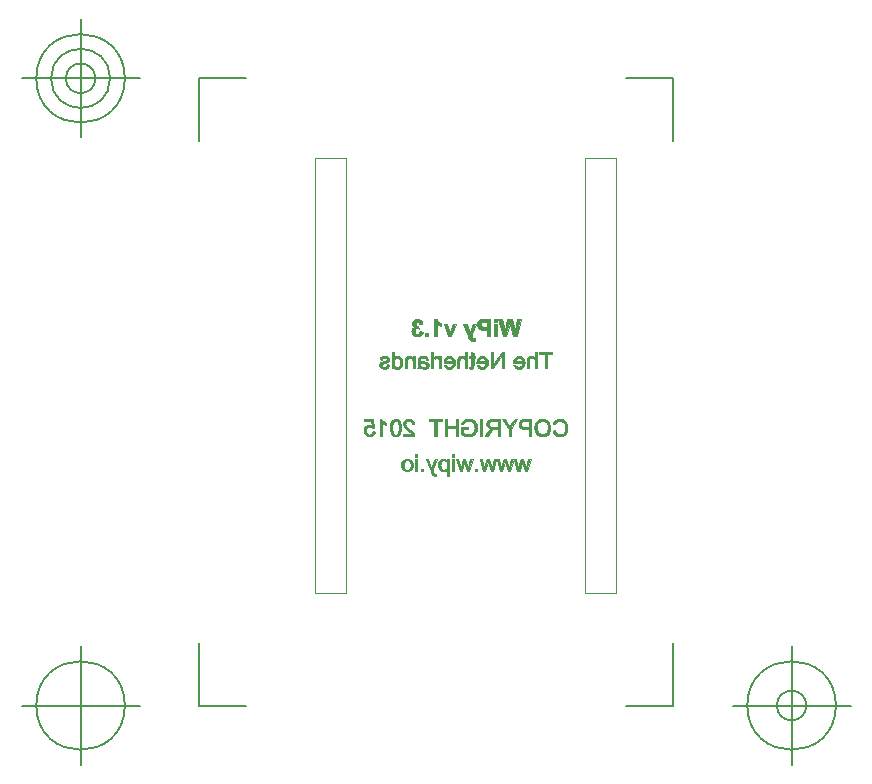
<source format=gbr>
G04 Generated by Ultiboard 11.0 *
%FSLAX25Y25*%
%MOIN*%

%ADD10C,0.00004*%
%ADD11C,0.00394*%
%ADD12C,0.00500*%


G04 ColorRGB FF14FF for the following layer *
%LNSilkscreen Bottom*%
%LPD*%
%FSLAX25Y25*%
%MOIN*%
G54D10*
G36*
X78884Y-83147D02*
X78875Y-81541D01*
X78959Y-82365D01*
X78884Y-83147D01*
G37*
X78884Y-83147D02*
X78875Y-81541D01*
X78875Y-81541D02*
X78959Y-82365D01*
X78959Y-82365D02*
X78884Y-83147D01*
G36*
X78875Y-81541D02*
X78884Y-83147D01*
X78661Y-83876D01*
X78875Y-81541D01*
G37*
X78875Y-81541D02*
X78884Y-83147D01*
X78884Y-83147D02*
X78661Y-83876D01*
X78661Y-83876D02*
X78875Y-81541D01*
G36*
X78661Y-83876D02*
X78622Y-80829D01*
X78875Y-81541D01*
X78661Y-83876D01*
G37*
X78661Y-83876D02*
X78622Y-80829D01*
X78622Y-80829D02*
X78875Y-81541D01*
X78875Y-81541D02*
X78661Y-83876D01*
G36*
X78622Y-80829D02*
X78661Y-83876D01*
X78495Y-84207D01*
X78622Y-80829D01*
G37*
X78622Y-80829D02*
X78661Y-83876D01*
X78661Y-83876D02*
X78495Y-84207D01*
X78495Y-84207D02*
X78622Y-80829D01*
G36*
X78495Y-84207D02*
X78436Y-80521D01*
X78622Y-80829D01*
X78495Y-84207D01*
G37*
X78495Y-84207D02*
X78436Y-80521D01*
X78436Y-80521D02*
X78622Y-80829D01*
X78622Y-80829D02*
X78495Y-84207D01*
G36*
X78436Y-80521D02*
X78495Y-84207D01*
X78190Y-82361D01*
X78436Y-80521D01*
G37*
X78436Y-80521D02*
X78495Y-84207D01*
X78495Y-84207D02*
X78190Y-82361D01*
X78190Y-82361D02*
X78436Y-80521D01*
G36*
X78190Y-82361D02*
X78145Y-81812D01*
X78436Y-80521D01*
X78190Y-82361D01*
G37*
X78190Y-82361D02*
X78145Y-81812D01*
X78145Y-81812D02*
X78436Y-80521D01*
X78436Y-80521D02*
X78190Y-82361D01*
G36*
X77328Y-84418D02*
X77485Y-85113D01*
X76868Y-84617D01*
X77328Y-84418D01*
G37*
X77328Y-84418D02*
X77485Y-85113D01*
X77485Y-85113D02*
X76868Y-84617D01*
X76868Y-84617D02*
X77328Y-84418D01*
G36*
X77485Y-85113D02*
X77328Y-84418D01*
X77712Y-84085D01*
X77485Y-85113D01*
G37*
X77485Y-85113D02*
X77328Y-84418D01*
X77328Y-84418D02*
X77712Y-84085D01*
X77712Y-84085D02*
X77485Y-85113D01*
G36*
X77712Y-84085D02*
X77792Y-84951D01*
X77485Y-85113D01*
X77712Y-84085D01*
G37*
X77712Y-84085D02*
X77792Y-84951D01*
X77792Y-84951D02*
X77485Y-85113D01*
X77485Y-85113D02*
X77712Y-84085D01*
G36*
X77792Y-84951D02*
X77712Y-84085D01*
X77980Y-83617D01*
X77792Y-84951D01*
G37*
X77792Y-84951D02*
X77712Y-84085D01*
X77712Y-84085D02*
X77980Y-83617D01*
X77980Y-83617D02*
X77792Y-84951D01*
G36*
X77980Y-83617D02*
X78060Y-84744D01*
X77792Y-84951D01*
X77980Y-83617D01*
G37*
X77980Y-83617D02*
X78060Y-84744D01*
X78060Y-84744D02*
X77792Y-84951D01*
X77792Y-84951D02*
X77980Y-83617D01*
G36*
X78060Y-84744D02*
X77980Y-83617D01*
X78137Y-83035D01*
X78060Y-84744D01*
G37*
X78060Y-84744D02*
X77980Y-83617D01*
X77980Y-83617D02*
X78137Y-83035D01*
X78137Y-83035D02*
X78060Y-84744D01*
G36*
X78137Y-83035D02*
X78495Y-84207D01*
X78060Y-84744D01*
X78137Y-83035D01*
G37*
X78137Y-83035D02*
X78495Y-84207D01*
X78495Y-84207D02*
X78060Y-84744D01*
X78060Y-84744D02*
X78137Y-83035D01*
G36*
X78495Y-84207D02*
X78137Y-83035D01*
X78190Y-82361D01*
X78495Y-84207D01*
G37*
X78495Y-84207D02*
X78137Y-83035D01*
X78137Y-83035D02*
X78190Y-82361D01*
X78190Y-82361D02*
X78495Y-84207D01*
G36*
X75539Y-84480D02*
X75886Y-85292D01*
X75310Y-84322D01*
X75539Y-84480D01*
G37*
X75539Y-84480D02*
X75886Y-85292D01*
X75886Y-85292D02*
X75310Y-84322D01*
X75310Y-84322D02*
X75539Y-84480D01*
G36*
X75886Y-85292D02*
X75539Y-84480D01*
X76070Y-84661D01*
X75886Y-85292D01*
G37*
X75886Y-85292D02*
X75539Y-84480D01*
X75539Y-84480D02*
X76070Y-84661D01*
X76070Y-84661D02*
X75886Y-85292D01*
G36*
X76070Y-84661D02*
X76310Y-85322D01*
X75886Y-85292D01*
X76070Y-84661D01*
G37*
X76070Y-84661D02*
X76310Y-85322D01*
X76310Y-85322D02*
X75886Y-85292D01*
X75886Y-85292D02*
X76070Y-84661D01*
G36*
X76310Y-85322D02*
X76070Y-84661D01*
X76371Y-84684D01*
X76310Y-85322D01*
G37*
X76310Y-85322D02*
X76070Y-84661D01*
X76070Y-84661D02*
X76371Y-84684D01*
X76371Y-84684D02*
X76310Y-85322D01*
G36*
X76371Y-84684D02*
X76744Y-85299D01*
X76310Y-85322D01*
X76371Y-84684D01*
G37*
X76371Y-84684D02*
X76744Y-85299D01*
X76744Y-85299D02*
X76310Y-85322D01*
X76310Y-85322D02*
X76371Y-84684D01*
G36*
X76744Y-85299D02*
X76371Y-84684D01*
X76868Y-84617D01*
X76744Y-85299D01*
G37*
X76744Y-85299D02*
X76371Y-84684D01*
X76371Y-84684D02*
X76868Y-84617D01*
X76868Y-84617D02*
X76744Y-85299D01*
G36*
X76868Y-84617D02*
X77485Y-85113D01*
X76744Y-85299D01*
X76868Y-84617D01*
G37*
X76868Y-84617D02*
X77485Y-85113D01*
X77485Y-85113D02*
X76744Y-85299D01*
X76744Y-85299D02*
X76868Y-84617D01*
G36*
X74816Y-83583D02*
X74820Y-84839D01*
X74722Y-83249D01*
X74816Y-83583D01*
G37*
X74816Y-83583D02*
X74820Y-84839D01*
X74820Y-84839D02*
X74722Y-83249D01*
X74722Y-83249D02*
X74816Y-83583D01*
G36*
X74820Y-84839D02*
X74816Y-83583D01*
X75110Y-84120D01*
X74820Y-84839D01*
G37*
X74820Y-84839D02*
X74816Y-83583D01*
X74816Y-83583D02*
X75110Y-84120D01*
X75110Y-84120D02*
X74820Y-84839D01*
G36*
X75110Y-84120D02*
X75141Y-85050D01*
X74820Y-84839D01*
X75110Y-84120D01*
G37*
X75110Y-84120D02*
X75141Y-85050D01*
X75141Y-85050D02*
X74820Y-84839D01*
X74820Y-84839D02*
X75110Y-84120D01*
G36*
X75141Y-85050D02*
X75110Y-84120D01*
X75310Y-84322D01*
X75141Y-85050D01*
G37*
X75141Y-85050D02*
X75110Y-84120D01*
X75110Y-84120D02*
X75310Y-84322D01*
X75310Y-84322D02*
X75141Y-85050D01*
G36*
X75310Y-84322D02*
X75886Y-85292D01*
X75141Y-85050D01*
X75310Y-84322D01*
G37*
X75310Y-84322D02*
X75886Y-85292D01*
X75886Y-85292D02*
X75141Y-85050D01*
X75141Y-85050D02*
X75310Y-84322D01*
G36*
X74722Y-83249D02*
X74820Y-84839D01*
X74538Y-84571D01*
X74722Y-83249D01*
G37*
X74722Y-83249D02*
X74820Y-84839D01*
X74820Y-84839D02*
X74538Y-84571D01*
X74538Y-84571D02*
X74722Y-83249D01*
G36*
X74722Y-83249D02*
X74538Y-84571D01*
X74117Y-83870D01*
X74722Y-83249D01*
G37*
X74722Y-83249D02*
X74538Y-84571D01*
X74538Y-84571D02*
X74117Y-83870D01*
X74117Y-83870D02*
X74722Y-83249D01*
G36*
X74722Y-83249D02*
X74117Y-83870D01*
X73976Y-83438D01*
X74722Y-83249D01*
G37*
X74722Y-83249D02*
X74117Y-83870D01*
X74117Y-83870D02*
X73976Y-83438D01*
X73976Y-83438D02*
X74722Y-83249D01*
G36*
X77013Y-79578D02*
X77400Y-80443D01*
X76910Y-80209D01*
X77013Y-79578D01*
G37*
X77013Y-79578D02*
X77400Y-80443D01*
X77400Y-80443D02*
X76910Y-80209D01*
X76910Y-80209D02*
X77013Y-79578D01*
G36*
X77400Y-80443D02*
X77013Y-79578D01*
X77665Y-79833D01*
X77400Y-80443D01*
G37*
X77400Y-80443D02*
X77013Y-79578D01*
X77013Y-79578D02*
X77665Y-79833D01*
X77665Y-79833D02*
X77400Y-80443D01*
G36*
X77665Y-79833D02*
X77771Y-80808D01*
X77400Y-80443D01*
X77665Y-79833D01*
G37*
X77665Y-79833D02*
X77771Y-80808D01*
X77771Y-80808D02*
X77400Y-80443D01*
X77400Y-80443D02*
X77665Y-79833D01*
G36*
X77771Y-80808D02*
X77665Y-79833D01*
X77958Y-80023D01*
X77771Y-80808D01*
G37*
X77771Y-80808D02*
X77665Y-79833D01*
X77665Y-79833D02*
X77958Y-80023D01*
X77958Y-80023D02*
X77771Y-80808D01*
G36*
X77958Y-80023D02*
X78013Y-81279D01*
X77771Y-80808D01*
X77958Y-80023D01*
G37*
X77958Y-80023D02*
X78013Y-81279D01*
X78013Y-81279D02*
X77771Y-80808D01*
X77771Y-80808D02*
X77958Y-80023D01*
G36*
X78013Y-81279D02*
X77958Y-80023D01*
X78436Y-80521D01*
X78013Y-81279D01*
G37*
X78013Y-81279D02*
X77958Y-80023D01*
X77958Y-80023D02*
X78436Y-80521D01*
X78436Y-80521D02*
X78013Y-81279D01*
G36*
X78436Y-80521D02*
X78145Y-81812D01*
X78013Y-81279D01*
X78436Y-80521D01*
G37*
X78436Y-80521D02*
X78145Y-81812D01*
X78145Y-81812D02*
X78013Y-81279D01*
X78013Y-81279D02*
X78436Y-80521D01*
G36*
X76313Y-80131D02*
X75796Y-80202D01*
X75892Y-79520D01*
X76313Y-80131D01*
G37*
X76313Y-80131D02*
X75796Y-80202D01*
X75796Y-80202D02*
X75892Y-79520D01*
X75892Y-79520D02*
X76313Y-80131D01*
G36*
X76313Y-80131D02*
X75892Y-79520D01*
X76298Y-79493D01*
X76313Y-80131D01*
G37*
X76313Y-80131D02*
X75892Y-79520D01*
X75892Y-79520D02*
X76298Y-79493D01*
X76298Y-79493D02*
X76313Y-80131D01*
G36*
X76313Y-80131D02*
X76298Y-79493D01*
X77013Y-79578D01*
X76313Y-80131D01*
G37*
X76313Y-80131D02*
X76298Y-79493D01*
X76298Y-79493D02*
X77013Y-79578D01*
X77013Y-79578D02*
X76313Y-80131D01*
G36*
X76313Y-80131D02*
X77013Y-79578D01*
X76910Y-80209D01*
X76313Y-80131D01*
G37*
X76313Y-80131D02*
X77013Y-79578D01*
X77013Y-79578D02*
X76910Y-80209D01*
X76910Y-80209D02*
X76313Y-80131D01*
G36*
X74609Y-80161D02*
X74806Y-81308D01*
X74207Y-80767D01*
X74609Y-80161D01*
G37*
X74609Y-80161D02*
X74806Y-81308D01*
X74806Y-81308D02*
X74207Y-80767D01*
X74207Y-80767D02*
X74609Y-80161D01*
G36*
X74806Y-81308D02*
X74609Y-80161D01*
X74876Y-79924D01*
X74806Y-81308D01*
G37*
X74806Y-81308D02*
X74609Y-80161D01*
X74609Y-80161D02*
X74876Y-79924D01*
X74876Y-79924D02*
X74806Y-81308D01*
G36*
X74876Y-79924D02*
X75047Y-80776D01*
X74806Y-81308D01*
X74876Y-79924D01*
G37*
X74876Y-79924D02*
X75047Y-80776D01*
X75047Y-80776D02*
X74806Y-81308D01*
X74806Y-81308D02*
X74876Y-79924D01*
G36*
X75047Y-80776D02*
X74876Y-79924D01*
X75181Y-79735D01*
X75047Y-80776D01*
G37*
X75047Y-80776D02*
X74876Y-79924D01*
X74876Y-79924D02*
X75181Y-79735D01*
X75181Y-79735D02*
X75047Y-80776D01*
G36*
X75181Y-79735D02*
X75375Y-80412D01*
X75047Y-80776D01*
X75181Y-79735D01*
G37*
X75181Y-79735D02*
X75375Y-80412D01*
X75375Y-80412D02*
X75047Y-80776D01*
X75047Y-80776D02*
X75181Y-79735D01*
G36*
X75375Y-80412D02*
X75181Y-79735D01*
X75892Y-79520D01*
X75375Y-80412D01*
G37*
X75375Y-80412D02*
X75181Y-79735D01*
X75181Y-79735D02*
X75892Y-79520D01*
X75892Y-79520D02*
X75375Y-80412D01*
G36*
X75892Y-79520D02*
X75796Y-80202D01*
X75375Y-80412D01*
X75892Y-79520D01*
G37*
X75892Y-79520D02*
X75796Y-80202D01*
X75796Y-80202D02*
X75375Y-80412D01*
X75375Y-80412D02*
X75892Y-79520D01*
G36*
X74207Y-80767D02*
X74806Y-81308D01*
X74072Y-81135D01*
X74207Y-80767D01*
G37*
X74207Y-80767D02*
X74806Y-81308D01*
X74806Y-81308D02*
X74072Y-81135D01*
X74072Y-81135D02*
X74207Y-80767D01*
G36*
X73203Y-83203D02*
X73237Y-81817D01*
X73284Y-82481D01*
X73203Y-83203D01*
G37*
X73203Y-83203D02*
X73237Y-81817D01*
X73237Y-81817D02*
X73284Y-82481D01*
X73284Y-82481D02*
X73203Y-83203D01*
G36*
X73237Y-81817D02*
X73203Y-83203D01*
X72961Y-83888D01*
X73237Y-81817D01*
G37*
X73237Y-81817D02*
X73203Y-83203D01*
X73203Y-83203D02*
X72961Y-83888D01*
X72961Y-83888D02*
X73237Y-81817D01*
G36*
X72961Y-83888D02*
X72860Y-80718D01*
X73237Y-81817D01*
X72961Y-83888D01*
G37*
X72961Y-83888D02*
X72860Y-80718D01*
X72860Y-80718D02*
X73237Y-81817D01*
X73237Y-81817D02*
X72961Y-83888D01*
G36*
X72860Y-80718D02*
X72961Y-83888D01*
X72780Y-84203D01*
X72860Y-80718D01*
G37*
X72860Y-80718D02*
X72961Y-83888D01*
X72961Y-83888D02*
X72780Y-84203D01*
X72780Y-84203D02*
X72860Y-80718D01*
G36*
X72780Y-84203D02*
X72530Y-80283D01*
X72860Y-80718D01*
X72780Y-84203D01*
G37*
X72780Y-84203D02*
X72530Y-80283D01*
X72530Y-80283D02*
X72860Y-80718D01*
X72860Y-80718D02*
X72780Y-84203D01*
G36*
X72530Y-80283D02*
X72780Y-84203D01*
X72515Y-82492D01*
X72530Y-80283D01*
G37*
X72530Y-80283D02*
X72780Y-84203D01*
X72780Y-84203D02*
X72515Y-82492D01*
X72515Y-82492D02*
X72530Y-80283D01*
G36*
X72515Y-82492D02*
X72479Y-81901D01*
X72530Y-80283D01*
X72515Y-82492D01*
G37*
X72515Y-82492D02*
X72479Y-81901D01*
X72479Y-81901D02*
X72530Y-80283D01*
X72530Y-80283D02*
X72515Y-82492D01*
G36*
X71676Y-84354D02*
X71687Y-85106D01*
X70988Y-84647D01*
X71676Y-84354D01*
G37*
X71676Y-84354D02*
X71687Y-85106D01*
X71687Y-85106D02*
X70988Y-84647D01*
X70988Y-84647D02*
X71676Y-84354D01*
G36*
X71687Y-85106D02*
X71676Y-84354D01*
X71967Y-84097D01*
X71687Y-85106D01*
G37*
X71687Y-85106D02*
X71676Y-84354D01*
X71676Y-84354D02*
X71967Y-84097D01*
X71967Y-84097D02*
X71687Y-85106D01*
G36*
X71967Y-84097D02*
X72011Y-84937D01*
X71687Y-85106D01*
X71967Y-84097D01*
G37*
X71967Y-84097D02*
X72011Y-84937D01*
X72011Y-84937D02*
X71687Y-85106D01*
X71687Y-85106D02*
X71967Y-84097D01*
G36*
X72011Y-84937D02*
X71967Y-84097D01*
X72207Y-83777D01*
X72011Y-84937D01*
G37*
X72011Y-84937D02*
X71967Y-84097D01*
X71967Y-84097D02*
X72207Y-83777D01*
X72207Y-83777D02*
X72011Y-84937D01*
G36*
X72207Y-83777D02*
X72306Y-84728D01*
X72011Y-84937D01*
X72207Y-83777D01*
G37*
X72207Y-83777D02*
X72306Y-84728D01*
X72306Y-84728D02*
X72011Y-84937D01*
X72011Y-84937D02*
X72207Y-83777D01*
G36*
X72306Y-84728D02*
X72207Y-83777D01*
X72481Y-82974D01*
X72306Y-84728D01*
G37*
X72306Y-84728D02*
X72207Y-83777D01*
X72207Y-83777D02*
X72481Y-82974D01*
X72481Y-82974D02*
X72306Y-84728D01*
G36*
X72481Y-82974D02*
X72780Y-84203D01*
X72306Y-84728D01*
X72481Y-82974D01*
G37*
X72481Y-82974D02*
X72780Y-84203D01*
X72780Y-84203D02*
X72306Y-84728D01*
X72306Y-84728D02*
X72481Y-82974D01*
G36*
X72780Y-84203D02*
X72481Y-82974D01*
X72515Y-82492D01*
X72780Y-84203D01*
G37*
X72780Y-84203D02*
X72481Y-82974D01*
X72481Y-82974D02*
X72515Y-82492D01*
X72515Y-82492D02*
X72780Y-84203D01*
G36*
X69206Y-84091D02*
X69220Y-84974D01*
X68968Y-83764D01*
X69206Y-84091D01*
G37*
X69206Y-84091D02*
X69220Y-84974D01*
X69220Y-84974D02*
X68968Y-83764D01*
X68968Y-83764D02*
X69206Y-84091D01*
G36*
X69220Y-84974D02*
X69206Y-84091D01*
X69497Y-84351D01*
X69220Y-84974D01*
G37*
X69220Y-84974D02*
X69206Y-84091D01*
X69206Y-84091D02*
X69497Y-84351D01*
X69497Y-84351D02*
X69220Y-84974D01*
G36*
X69497Y-84351D02*
X69879Y-85235D01*
X69220Y-84974D01*
X69497Y-84351D01*
G37*
X69497Y-84351D02*
X69879Y-85235D01*
X69879Y-85235D02*
X69220Y-84974D01*
X69220Y-84974D02*
X69497Y-84351D01*
G36*
X69879Y-85235D02*
X69497Y-84351D01*
X70190Y-84647D01*
X69879Y-85235D01*
G37*
X69879Y-85235D02*
X69497Y-84351D01*
X69497Y-84351D02*
X70190Y-84647D01*
X70190Y-84647D02*
X69879Y-85235D01*
G36*
X70190Y-84647D02*
X70589Y-85322D01*
X69879Y-85235D01*
X70190Y-84647D01*
G37*
X70190Y-84647D02*
X70589Y-85322D01*
X70589Y-85322D02*
X69879Y-85235D01*
X69879Y-85235D02*
X70190Y-84647D01*
G36*
X70589Y-85322D02*
X70190Y-84647D01*
X70592Y-84684D01*
X70589Y-85322D01*
G37*
X70589Y-85322D02*
X70190Y-84647D01*
X70190Y-84647D02*
X70592Y-84684D01*
X70592Y-84684D02*
X70589Y-85322D01*
G36*
X70592Y-84684D02*
X70976Y-85298D01*
X70589Y-85322D01*
X70592Y-84684D01*
G37*
X70592Y-84684D02*
X70976Y-85298D01*
X70976Y-85298D02*
X70589Y-85322D01*
X70589Y-85322D02*
X70592Y-84684D01*
G36*
X70976Y-85298D02*
X70592Y-84684D01*
X70988Y-84647D01*
X70976Y-85298D01*
G37*
X70976Y-85298D02*
X70592Y-84684D01*
X70592Y-84684D02*
X70988Y-84647D01*
X70988Y-84647D02*
X70976Y-85298D01*
G36*
X70988Y-84647D02*
X71687Y-85106D01*
X70976Y-85298D01*
X70988Y-84647D01*
G37*
X70988Y-84647D02*
X71687Y-85106D01*
X71687Y-85106D02*
X70976Y-85298D01*
X70976Y-85298D02*
X70988Y-84647D01*
G36*
X68662Y-82411D02*
X68431Y-84267D01*
X68721Y-81767D01*
X68662Y-82411D01*
G37*
X68662Y-82411D02*
X68431Y-84267D01*
X68431Y-84267D02*
X68721Y-81767D01*
X68721Y-81767D02*
X68662Y-82411D01*
G36*
X68431Y-84267D02*
X68662Y-82411D01*
X68696Y-82924D01*
X68431Y-84267D01*
G37*
X68431Y-84267D02*
X68662Y-82411D01*
X68662Y-82411D02*
X68696Y-82924D01*
X68696Y-82924D02*
X68431Y-84267D01*
G36*
X68696Y-82924D02*
X68921Y-84779D01*
X68431Y-84267D01*
X68696Y-82924D01*
G37*
X68696Y-82924D02*
X68921Y-84779D01*
X68921Y-84779D02*
X68431Y-84267D01*
X68431Y-84267D02*
X68696Y-82924D01*
G36*
X68921Y-84779D02*
X68696Y-82924D01*
X68968Y-83764D01*
X68921Y-84779D01*
G37*
X68921Y-84779D02*
X68696Y-82924D01*
X68696Y-82924D02*
X68968Y-83764D01*
X68968Y-83764D02*
X68921Y-84779D01*
G36*
X68968Y-83764D02*
X69220Y-84974D01*
X68921Y-84779D01*
X68968Y-83764D01*
G37*
X68968Y-83764D02*
X69220Y-84974D01*
X69220Y-84974D02*
X68921Y-84779D01*
X68921Y-84779D02*
X68968Y-83764D01*
G36*
X72194Y-80993D02*
X71944Y-80675D01*
X72126Y-79936D01*
X72194Y-80993D01*
G37*
X72194Y-80993D02*
X71944Y-80675D01*
X71944Y-80675D02*
X72126Y-79936D01*
X72126Y-79936D02*
X72194Y-80993D01*
G36*
X72194Y-80993D02*
X72126Y-79936D01*
X72530Y-80283D01*
X72194Y-80993D01*
G37*
X72194Y-80993D02*
X72126Y-79936D01*
X72126Y-79936D02*
X72530Y-80283D01*
X72530Y-80283D02*
X72194Y-80993D01*
G36*
X72194Y-80993D02*
X72530Y-80283D01*
X72479Y-81901D01*
X72194Y-80993D01*
G37*
X72194Y-80993D02*
X72530Y-80283D01*
X72530Y-80283D02*
X72479Y-81901D01*
X72479Y-81901D02*
X72194Y-80993D01*
G36*
X70204Y-79513D02*
X70581Y-80131D01*
X70051Y-80202D01*
X70204Y-79513D01*
G37*
X70204Y-79513D02*
X70581Y-80131D01*
X70581Y-80131D02*
X70051Y-80202D01*
X70051Y-80202D02*
X70204Y-79513D01*
G36*
X70581Y-80131D02*
X70204Y-79513D01*
X70585Y-79489D01*
X70581Y-80131D01*
G37*
X70581Y-80131D02*
X70204Y-79513D01*
X70204Y-79513D02*
X70585Y-79489D01*
X70585Y-79489D02*
X70581Y-80131D01*
G36*
X70585Y-79489D02*
X70963Y-80165D01*
X70581Y-80131D01*
X70585Y-79489D01*
G37*
X70585Y-79489D02*
X70963Y-80165D01*
X70963Y-80165D02*
X70581Y-80131D01*
X70581Y-80131D02*
X70585Y-79489D01*
G36*
X70963Y-80165D02*
X70585Y-79489D01*
X71153Y-79539D01*
X70963Y-80165D01*
G37*
X70963Y-80165D02*
X70585Y-79489D01*
X70585Y-79489D02*
X71153Y-79539D01*
X71153Y-79539D02*
X70963Y-80165D01*
G36*
X71153Y-79539D02*
X71645Y-80437D01*
X70963Y-80165D01*
X71153Y-79539D01*
G37*
X71153Y-79539D02*
X71645Y-80437D01*
X71645Y-80437D02*
X70963Y-80165D01*
X70963Y-80165D02*
X71153Y-79539D01*
G36*
X71645Y-80437D02*
X71153Y-79539D01*
X72126Y-79936D01*
X71645Y-80437D01*
G37*
X71645Y-80437D02*
X71153Y-79539D01*
X71153Y-79539D02*
X72126Y-79936D01*
X72126Y-79936D02*
X71645Y-80437D01*
G36*
X72126Y-79936D02*
X71944Y-80675D01*
X71645Y-80437D01*
X72126Y-79936D01*
G37*
X72126Y-79936D02*
X71944Y-80675D01*
X71944Y-80675D02*
X71645Y-80437D01*
X71645Y-80437D02*
X72126Y-79936D01*
G36*
X68883Y-80067D02*
X68895Y-81210D01*
X68721Y-81767D01*
X68883Y-80067D01*
G37*
X68883Y-80067D02*
X68895Y-81210D01*
X68895Y-81210D02*
X68721Y-81767D01*
X68721Y-81767D02*
X68883Y-80067D01*
G36*
X68895Y-81210D02*
X68883Y-80067D01*
X69178Y-79862D01*
X68895Y-81210D01*
G37*
X68895Y-81210D02*
X68883Y-80067D01*
X68883Y-80067D02*
X69178Y-79862D01*
X69178Y-79862D02*
X68895Y-81210D01*
G36*
X69178Y-79862D02*
X69181Y-80754D01*
X68895Y-81210D01*
X69178Y-79862D01*
G37*
X69178Y-79862D02*
X69181Y-80754D01*
X69181Y-80754D02*
X68895Y-81210D01*
X68895Y-81210D02*
X69178Y-79862D01*
G36*
X69181Y-80754D02*
X69178Y-79862D01*
X69501Y-79699D01*
X69181Y-80754D01*
G37*
X69181Y-80754D02*
X69178Y-79862D01*
X69178Y-79862D02*
X69501Y-79699D01*
X69501Y-79699D02*
X69181Y-80754D01*
G36*
X69501Y-79699D02*
X69576Y-80414D01*
X69181Y-80754D01*
X69501Y-79699D01*
G37*
X69501Y-79699D02*
X69576Y-80414D01*
X69576Y-80414D02*
X69181Y-80754D01*
X69181Y-80754D02*
X69501Y-79699D01*
G36*
X69576Y-80414D02*
X69501Y-79699D01*
X70204Y-79513D01*
X69576Y-80414D01*
G37*
X69576Y-80414D02*
X69501Y-79699D01*
X69501Y-79699D02*
X70204Y-79513D01*
X70204Y-79513D02*
X69576Y-80414D01*
G36*
X70204Y-79513D02*
X70051Y-80202D01*
X69576Y-80414D01*
X70204Y-79513D01*
G37*
X70204Y-79513D02*
X70051Y-80202D01*
X70051Y-80202D02*
X69576Y-80414D01*
X69576Y-80414D02*
X70204Y-79513D01*
G36*
X67976Y-81614D02*
X67980Y-83227D01*
X67893Y-82415D01*
X67976Y-81614D01*
G37*
X67976Y-81614D02*
X67980Y-83227D01*
X67980Y-83227D02*
X67893Y-82415D01*
X67893Y-82415D02*
X67976Y-81614D01*
G36*
X67980Y-83227D02*
X67976Y-81614D01*
X68222Y-80902D01*
X67980Y-83227D01*
G37*
X67980Y-83227D02*
X67976Y-81614D01*
X67976Y-81614D02*
X68222Y-80902D01*
X68222Y-80902D02*
X67980Y-83227D01*
G36*
X68222Y-80902D02*
X68239Y-83949D01*
X67980Y-83227D01*
X68222Y-80902D01*
G37*
X68222Y-80902D02*
X68239Y-83949D01*
X68239Y-83949D02*
X67980Y-83227D01*
X67980Y-83227D02*
X68222Y-80902D01*
G36*
X68239Y-83949D02*
X68222Y-80902D01*
X68405Y-80587D01*
X68239Y-83949D01*
G37*
X68239Y-83949D02*
X68222Y-80902D01*
X68222Y-80902D02*
X68405Y-80587D01*
X68405Y-80587D02*
X68239Y-83949D01*
G36*
X68405Y-80587D02*
X68431Y-84267D01*
X68239Y-83949D01*
X68405Y-80587D01*
G37*
X68405Y-80587D02*
X68431Y-84267D01*
X68431Y-84267D02*
X68239Y-83949D01*
X68239Y-83949D02*
X68405Y-80587D01*
G36*
X68431Y-84267D02*
X68405Y-80587D01*
X68883Y-80067D01*
X68431Y-84267D01*
G37*
X68431Y-84267D02*
X68405Y-80587D01*
X68405Y-80587D02*
X68883Y-80067D01*
X68883Y-80067D02*
X68431Y-84267D01*
G36*
X68883Y-80067D02*
X68721Y-81767D01*
X68431Y-84267D01*
X68883Y-80067D01*
G37*
X68883Y-80067D02*
X68721Y-81767D01*
X68721Y-81767D02*
X68431Y-84267D01*
X68431Y-84267D02*
X68883Y-80067D01*
G36*
X66186Y-85226D02*
X66932Y-79589D01*
X66932Y-85226D01*
X66186Y-85226D01*
G37*
X66186Y-85226D02*
X66932Y-79589D01*
X66932Y-79589D02*
X66932Y-85226D01*
X66932Y-85226D02*
X66186Y-85226D01*
G36*
X66932Y-79589D02*
X66186Y-85226D01*
X66186Y-82934D01*
X66932Y-79589D01*
G37*
X66932Y-79589D02*
X66186Y-85226D01*
X66186Y-85226D02*
X66186Y-82934D01*
X66186Y-82934D02*
X66932Y-79589D01*
G36*
X66186Y-82934D02*
X66186Y-82269D01*
X66932Y-79589D01*
X66186Y-82934D01*
G37*
X66186Y-82934D02*
X66186Y-82269D01*
X66186Y-82269D02*
X66932Y-79589D01*
X66932Y-79589D02*
X66186Y-82934D01*
G36*
X66186Y-82269D02*
X66186Y-82934D01*
X64741Y-82934D01*
X66186Y-82269D01*
G37*
X66186Y-82269D02*
X66186Y-82934D01*
X66186Y-82934D02*
X64741Y-82934D01*
X64741Y-82934D02*
X66186Y-82269D01*
G36*
X64741Y-82934D02*
X64729Y-82269D01*
X66186Y-82269D01*
X64741Y-82934D01*
G37*
X64741Y-82934D02*
X64729Y-82269D01*
X64729Y-82269D02*
X66186Y-82269D01*
X66186Y-82269D02*
X64741Y-82934D01*
G36*
X64729Y-82269D02*
X64741Y-82934D01*
X64189Y-82903D01*
X64729Y-82269D01*
G37*
X64729Y-82269D02*
X64741Y-82934D01*
X64741Y-82934D02*
X64189Y-82903D01*
X64189Y-82903D02*
X64729Y-82269D01*
G36*
X64189Y-82903D02*
X64111Y-82202D01*
X64729Y-82269D01*
X64189Y-82903D01*
G37*
X64189Y-82903D02*
X64111Y-82202D01*
X64111Y-82202D02*
X64729Y-82269D01*
X64729Y-82269D02*
X64189Y-82903D01*
G36*
X64111Y-82202D02*
X64189Y-82903D01*
X63703Y-82000D01*
X64111Y-82202D01*
G37*
X64111Y-82202D02*
X64189Y-82903D01*
X64189Y-82903D02*
X63703Y-82000D01*
X63703Y-82000D02*
X64111Y-82202D01*
G36*
X64189Y-82903D02*
X63475Y-81676D01*
X63703Y-82000D01*
X64189Y-82903D01*
G37*
X64189Y-82903D02*
X63475Y-81676D01*
X63475Y-81676D02*
X63703Y-82000D01*
X63703Y-82000D02*
X64189Y-82903D01*
G36*
X63475Y-81676D02*
X64189Y-82903D01*
X63362Y-82654D01*
X63475Y-81676D01*
G37*
X63475Y-81676D02*
X64189Y-82903D01*
X64189Y-82903D02*
X63362Y-82654D01*
X63362Y-82654D02*
X63475Y-81676D01*
G36*
X63362Y-82654D02*
X63399Y-81243D01*
X63475Y-81676D01*
X63362Y-82654D01*
G37*
X63362Y-82654D02*
X63399Y-81243D01*
X63399Y-81243D02*
X63475Y-81676D01*
X63475Y-81676D02*
X63362Y-82654D01*
G36*
X63399Y-81243D02*
X63362Y-82654D01*
X63253Y-79906D01*
X63399Y-81243D01*
G37*
X63399Y-81243D02*
X63362Y-82654D01*
X63362Y-82654D02*
X63253Y-79906D01*
X63253Y-79906D02*
X63399Y-81243D01*
G36*
X63253Y-79906D02*
X63567Y-79744D01*
X63399Y-81243D01*
X63253Y-79906D01*
G37*
X63253Y-79906D02*
X63567Y-79744D01*
X63567Y-79744D02*
X63399Y-81243D01*
X63399Y-81243D02*
X63253Y-79906D01*
G36*
X66186Y-80254D02*
X64745Y-80254D01*
X64806Y-79589D01*
X66186Y-80254D01*
G37*
X66186Y-80254D02*
X64745Y-80254D01*
X64745Y-80254D02*
X64806Y-79589D01*
X64806Y-79589D02*
X66186Y-80254D01*
G36*
X66186Y-80254D02*
X64806Y-79589D01*
X66932Y-79589D01*
X66186Y-80254D01*
G37*
X66186Y-80254D02*
X64806Y-79589D01*
X64806Y-79589D02*
X66932Y-79589D01*
X66932Y-79589D02*
X66186Y-80254D01*
G36*
X66186Y-80254D02*
X66932Y-79589D01*
X66186Y-82269D01*
X66186Y-80254D01*
G37*
X66186Y-80254D02*
X66932Y-79589D01*
X66932Y-79589D02*
X66186Y-82269D01*
X66186Y-82269D02*
X66186Y-80254D01*
G36*
X63949Y-79643D02*
X64049Y-80304D01*
X63785Y-80428D01*
X63949Y-79643D01*
G37*
X63949Y-79643D02*
X64049Y-80304D01*
X64049Y-80304D02*
X63785Y-80428D01*
X63785Y-80428D02*
X63949Y-79643D01*
G36*
X64049Y-80304D02*
X63949Y-79643D01*
X64311Y-79603D01*
X64049Y-80304D01*
G37*
X64049Y-80304D02*
X63949Y-79643D01*
X63949Y-79643D02*
X64311Y-79603D01*
X64311Y-79603D02*
X64049Y-80304D01*
G36*
X64311Y-79603D02*
X64317Y-80267D01*
X64049Y-80304D01*
X64311Y-79603D01*
G37*
X64311Y-79603D02*
X64317Y-80267D01*
X64317Y-80267D02*
X64049Y-80304D01*
X64049Y-80304D02*
X64311Y-79603D01*
G36*
X64317Y-80267D02*
X64311Y-79603D01*
X64806Y-79589D01*
X64317Y-80267D01*
G37*
X64317Y-80267D02*
X64311Y-79603D01*
X64311Y-79603D02*
X64806Y-79589D01*
X64806Y-79589D02*
X64317Y-80267D01*
G36*
X64806Y-79589D02*
X64745Y-80254D01*
X64317Y-80267D01*
X64806Y-79589D01*
G37*
X64806Y-79589D02*
X64745Y-80254D01*
X64745Y-80254D02*
X64317Y-80267D01*
X64317Y-80267D02*
X64806Y-79589D01*
G36*
X63578Y-80637D02*
X63444Y-80914D01*
X63567Y-79744D01*
X63578Y-80637D01*
G37*
X63578Y-80637D02*
X63444Y-80914D01*
X63444Y-80914D02*
X63567Y-79744D01*
X63567Y-79744D02*
X63578Y-80637D01*
G36*
X63578Y-80637D02*
X63567Y-79744D01*
X63949Y-79643D01*
X63578Y-80637D01*
G37*
X63578Y-80637D02*
X63567Y-79744D01*
X63567Y-79744D02*
X63949Y-79643D01*
X63949Y-79643D02*
X63578Y-80637D01*
G36*
X63578Y-80637D02*
X63949Y-79643D01*
X63785Y-80428D01*
X63578Y-80637D01*
G37*
X63578Y-80637D02*
X63949Y-79643D01*
X63949Y-79643D02*
X63785Y-80428D01*
X63785Y-80428D02*
X63578Y-80637D01*
G36*
X62801Y-80451D02*
X62887Y-82174D01*
X62673Y-80818D01*
X62801Y-80451D01*
G37*
X62801Y-80451D02*
X62887Y-82174D01*
X62887Y-82174D02*
X62673Y-80818D01*
X62673Y-80818D02*
X62801Y-80451D01*
G36*
X62887Y-82174D02*
X62801Y-80451D01*
X63000Y-80140D01*
X62887Y-82174D01*
G37*
X62887Y-82174D02*
X62801Y-80451D01*
X62801Y-80451D02*
X63000Y-80140D01*
X63000Y-80140D02*
X62887Y-82174D01*
G36*
X63000Y-80140D02*
X63088Y-82436D01*
X62887Y-82174D01*
X63000Y-80140D01*
G37*
X63000Y-80140D02*
X63088Y-82436D01*
X63088Y-82436D02*
X62887Y-82174D01*
X62887Y-82174D02*
X63000Y-80140D01*
G36*
X63088Y-82436D02*
X63000Y-80140D01*
X63253Y-79906D01*
X63088Y-82436D01*
G37*
X63088Y-82436D02*
X63000Y-80140D01*
X63000Y-80140D02*
X63253Y-79906D01*
X63253Y-79906D02*
X63088Y-82436D01*
G36*
X63253Y-79906D02*
X63362Y-82654D01*
X63088Y-82436D01*
X63253Y-79906D01*
G37*
X63253Y-79906D02*
X63362Y-82654D01*
X63362Y-82654D02*
X63088Y-82436D01*
X63088Y-82436D02*
X63253Y-79906D01*
G36*
X62659Y-81565D02*
X62630Y-81219D01*
X62673Y-80818D01*
X62659Y-81565D01*
G37*
X62659Y-81565D02*
X62630Y-81219D01*
X62630Y-81219D02*
X62673Y-80818D01*
X62673Y-80818D02*
X62659Y-81565D01*
G36*
X62659Y-81565D02*
X62673Y-80818D01*
X62887Y-82174D01*
X62659Y-81565D01*
G37*
X62659Y-81565D02*
X62673Y-80818D01*
X62673Y-80818D02*
X62887Y-82174D01*
X62887Y-82174D02*
X62659Y-81565D01*
G36*
X63399Y-81243D02*
X63567Y-79744D01*
X63444Y-80914D01*
X63399Y-81243D01*
G37*
X63399Y-81243D02*
X63567Y-79744D01*
X63567Y-79744D02*
X63444Y-80914D01*
X63444Y-80914D02*
X63399Y-81243D01*
G36*
X62265Y-79589D02*
X60246Y-81289D01*
X61357Y-79589D01*
X62265Y-79589D01*
G37*
X62265Y-79589D02*
X60246Y-81289D01*
X60246Y-81289D02*
X61357Y-79589D01*
X61357Y-79589D02*
X62265Y-79589D01*
G36*
X60246Y-81289D02*
X62265Y-79589D01*
X60093Y-82838D01*
X60246Y-81289D01*
G37*
X60246Y-81289D02*
X62265Y-79589D01*
X62265Y-79589D02*
X60093Y-82838D01*
X60093Y-82838D02*
X60246Y-81289D01*
G36*
X60093Y-82838D02*
X59949Y-81765D01*
X60246Y-81289D01*
X60093Y-82838D01*
G37*
X60093Y-82838D02*
X59949Y-81765D01*
X59949Y-81765D02*
X60246Y-81289D01*
X60246Y-81289D02*
X60093Y-82838D01*
G36*
X59949Y-81765D02*
X60093Y-82838D01*
X60093Y-85226D01*
X59949Y-81765D01*
G37*
X59949Y-81765D02*
X60093Y-82838D01*
X60093Y-82838D02*
X60093Y-85226D01*
X60093Y-85226D02*
X59949Y-81765D01*
G36*
X60093Y-85226D02*
X59673Y-82242D01*
X59949Y-81765D01*
X60093Y-85226D01*
G37*
X60093Y-85226D02*
X59673Y-82242D01*
X59673Y-82242D02*
X59949Y-81765D01*
X59949Y-81765D02*
X60093Y-85226D01*
G36*
X59673Y-82242D02*
X60093Y-85226D01*
X59393Y-81772D01*
X59673Y-82242D01*
G37*
X59673Y-82242D02*
X60093Y-85226D01*
X60093Y-85226D02*
X59393Y-81772D01*
X59393Y-81772D02*
X59673Y-82242D01*
G36*
X59058Y-81246D02*
X59347Y-82838D01*
X57966Y-79589D01*
X59058Y-81246D01*
G37*
X59058Y-81246D02*
X59347Y-82838D01*
X59347Y-82838D02*
X57966Y-79589D01*
X57966Y-79589D02*
X59058Y-81246D01*
G36*
X59347Y-82838D02*
X59058Y-81246D01*
X59393Y-81772D01*
X59347Y-82838D01*
G37*
X59347Y-82838D02*
X59058Y-81246D01*
X59058Y-81246D02*
X59393Y-81772D01*
X59393Y-81772D02*
X59347Y-82838D01*
G36*
X59393Y-81772D02*
X59347Y-85226D01*
X59347Y-82838D01*
X59393Y-81772D01*
G37*
X59393Y-81772D02*
X59347Y-85226D01*
X59347Y-85226D02*
X59347Y-82838D01*
X59347Y-82838D02*
X59393Y-81772D01*
G36*
X59347Y-85226D02*
X59393Y-81772D01*
X60093Y-85226D01*
X59347Y-85226D01*
G37*
X59347Y-85226D02*
X59393Y-81772D01*
X59393Y-81772D02*
X60093Y-85226D01*
X60093Y-85226D02*
X59347Y-85226D01*
G36*
X57966Y-79589D02*
X59347Y-82838D01*
X57097Y-79589D01*
X57966Y-79589D01*
G37*
X57966Y-79589D02*
X59347Y-82838D01*
X59347Y-82838D02*
X57097Y-79589D01*
X57097Y-79589D02*
X57966Y-79589D01*
G36*
X55671Y-82077D02*
X55671Y-80212D01*
X56417Y-79589D01*
X55671Y-82077D01*
G37*
X55671Y-82077D02*
X55671Y-80212D01*
X55671Y-80212D02*
X56417Y-79589D01*
X56417Y-79589D02*
X55671Y-82077D01*
G36*
X55671Y-82077D02*
X56417Y-79589D01*
X55671Y-82723D01*
X55671Y-82077D01*
G37*
X55671Y-82077D02*
X56417Y-79589D01*
X56417Y-79589D02*
X55671Y-82723D01*
X55671Y-82723D02*
X55671Y-82077D01*
G36*
X55671Y-82077D02*
X55671Y-82723D01*
X54806Y-82723D01*
X55671Y-82077D01*
G37*
X55671Y-82077D02*
X55671Y-82723D01*
X55671Y-82723D02*
X54806Y-82723D01*
X54806Y-82723D02*
X55671Y-82077D01*
G36*
X55671Y-82077D02*
X54806Y-82723D01*
X54558Y-82729D01*
X55671Y-82077D01*
G37*
X55671Y-82077D02*
X54806Y-82723D01*
X54806Y-82723D02*
X54558Y-82729D01*
X54558Y-82729D02*
X55671Y-82077D01*
G36*
X55671Y-82077D02*
X54558Y-82729D01*
X54391Y-82750D01*
X55671Y-82077D01*
G37*
X55671Y-82077D02*
X54558Y-82729D01*
X54558Y-82729D02*
X54391Y-82750D01*
X54391Y-82750D02*
X55671Y-82077D01*
G36*
X55671Y-82077D02*
X54391Y-82750D01*
X54219Y-82808D01*
X55671Y-82077D01*
G37*
X55671Y-82077D02*
X54391Y-82750D01*
X54391Y-82750D02*
X54219Y-82808D01*
X54219Y-82808D02*
X55671Y-82077D01*
G36*
X55671Y-82077D02*
X54219Y-82808D01*
X54068Y-82077D01*
X55671Y-82077D01*
G37*
X55671Y-82077D02*
X54219Y-82808D01*
X54219Y-82808D02*
X54068Y-82077D01*
X54068Y-82077D02*
X55671Y-82077D01*
G36*
X54068Y-82077D02*
X54219Y-82808D01*
X54050Y-82900D01*
X54068Y-82077D01*
G37*
X54068Y-82077D02*
X54219Y-82808D01*
X54219Y-82808D02*
X54050Y-82900D01*
X54050Y-82900D02*
X54068Y-82077D01*
G36*
X54068Y-82077D02*
X54050Y-82900D01*
X53872Y-83048D01*
X54068Y-82077D01*
G37*
X54068Y-82077D02*
X54050Y-82900D01*
X54050Y-82900D02*
X53872Y-83048D01*
X53872Y-83048D02*
X54068Y-82077D01*
G36*
X54068Y-82077D02*
X53872Y-83048D01*
X53672Y-83276D01*
X54068Y-82077D01*
G37*
X54068Y-82077D02*
X53872Y-83048D01*
X53872Y-83048D02*
X53672Y-83276D01*
X53672Y-83276D02*
X54068Y-82077D01*
G36*
X54068Y-82077D02*
X53672Y-83276D01*
X53612Y-82050D01*
X54068Y-82077D01*
G37*
X54068Y-82077D02*
X53672Y-83276D01*
X53672Y-83276D02*
X53612Y-82050D01*
X53612Y-82050D02*
X54068Y-82077D01*
G36*
X53049Y-82942D02*
X53134Y-84053D01*
X52731Y-83279D01*
X53049Y-82942D01*
G37*
X53049Y-82942D02*
X53134Y-84053D01*
X53134Y-84053D02*
X52731Y-83279D01*
X52731Y-83279D02*
X53049Y-82942D01*
G36*
X53134Y-84053D02*
X53049Y-82942D01*
X53238Y-82803D01*
X53134Y-84053D01*
G37*
X53134Y-84053D02*
X53049Y-82942D01*
X53049Y-82942D02*
X53238Y-82803D01*
X53238Y-82803D02*
X53134Y-84053D01*
G36*
X53238Y-82803D02*
X53431Y-83605D01*
X53134Y-84053D01*
X53238Y-82803D01*
G37*
X53238Y-82803D02*
X53431Y-83605D01*
X53431Y-83605D02*
X53134Y-84053D01*
X53134Y-84053D02*
X53238Y-82803D01*
G36*
X53431Y-83605D02*
X53238Y-82803D01*
X53499Y-82661D01*
X53431Y-83605D01*
G37*
X53431Y-83605D02*
X53238Y-82803D01*
X53238Y-82803D02*
X53499Y-82661D01*
X53499Y-82661D02*
X53431Y-83605D01*
G36*
X53499Y-82661D02*
X53672Y-83276D01*
X53431Y-83605D01*
X53499Y-82661D01*
G37*
X53499Y-82661D02*
X53672Y-83276D01*
X53672Y-83276D02*
X53431Y-83605D01*
X53431Y-83605D02*
X53499Y-82661D01*
G36*
X53672Y-83276D02*
X53499Y-82661D01*
X53612Y-82050D01*
X53672Y-83276D01*
G37*
X53672Y-83276D02*
X53499Y-82661D01*
X53499Y-82661D02*
X53612Y-82050D01*
X53612Y-82050D02*
X53672Y-83276D01*
G36*
X52430Y-83692D02*
X52731Y-83279D01*
X53134Y-84053D01*
X52430Y-83692D01*
G37*
X52430Y-83692D02*
X52731Y-83279D01*
X52731Y-83279D02*
X53134Y-84053D01*
X53134Y-84053D02*
X52430Y-83692D01*
G36*
X52430Y-83692D02*
X53134Y-84053D01*
X52388Y-85226D01*
X52430Y-83692D01*
G37*
X52430Y-83692D02*
X53134Y-84053D01*
X53134Y-84053D02*
X52388Y-85226D01*
X52388Y-85226D02*
X52430Y-83692D01*
G36*
X52430Y-83692D02*
X52388Y-85226D01*
X51450Y-85226D01*
X52430Y-83692D01*
G37*
X52430Y-83692D02*
X52388Y-85226D01*
X52388Y-85226D02*
X51450Y-85226D01*
X51450Y-85226D02*
X52430Y-83692D01*
G36*
X55671Y-85226D02*
X55671Y-82723D01*
X56417Y-79589D01*
X55671Y-85226D01*
G37*
X55671Y-85226D02*
X55671Y-82723D01*
X55671Y-82723D02*
X56417Y-79589D01*
X56417Y-79589D02*
X55671Y-85226D01*
G36*
X55671Y-85226D02*
X56417Y-79589D01*
X56417Y-85226D01*
X55671Y-85226D01*
G37*
X55671Y-85226D02*
X56417Y-79589D01*
X56417Y-79589D02*
X56417Y-85226D01*
X56417Y-85226D02*
X55671Y-85226D01*
G36*
X53918Y-79589D02*
X56417Y-79589D01*
X55671Y-80212D01*
X53918Y-79589D01*
G37*
X53918Y-79589D02*
X56417Y-79589D01*
X56417Y-79589D02*
X55671Y-80212D01*
X55671Y-80212D02*
X53918Y-79589D01*
G36*
X53918Y-79589D02*
X55671Y-80212D01*
X53887Y-80212D01*
X53918Y-79589D01*
G37*
X53918Y-79589D02*
X55671Y-80212D01*
X55671Y-80212D02*
X53887Y-80212D01*
X53887Y-80212D02*
X53918Y-79589D01*
G36*
X53918Y-79589D02*
X53887Y-80212D01*
X53345Y-80277D01*
X53918Y-79589D01*
G37*
X53918Y-79589D02*
X53887Y-80212D01*
X53887Y-80212D02*
X53345Y-80277D01*
X53345Y-80277D02*
X53918Y-79589D01*
G36*
X53918Y-79589D02*
X53345Y-80277D01*
X53255Y-79627D01*
X53918Y-79589D01*
G37*
X53918Y-79589D02*
X53345Y-80277D01*
X53345Y-80277D02*
X53255Y-79627D01*
X53255Y-79627D02*
X53918Y-79589D01*
G36*
X52970Y-80470D02*
X52752Y-80763D01*
X52772Y-79741D01*
X52970Y-80470D01*
G37*
X52970Y-80470D02*
X52752Y-80763D01*
X52752Y-80763D02*
X52772Y-79741D01*
X52772Y-79741D02*
X52970Y-80470D01*
G36*
X52970Y-80470D02*
X52772Y-79741D01*
X53255Y-79627D01*
X52970Y-80470D01*
G37*
X52970Y-80470D02*
X52772Y-79741D01*
X52772Y-79741D02*
X53255Y-79627D01*
X53255Y-79627D02*
X52970Y-80470D01*
G36*
X52970Y-80470D02*
X53255Y-79627D01*
X53345Y-80277D01*
X52970Y-80470D01*
G37*
X52970Y-80470D02*
X53255Y-79627D01*
X53255Y-79627D02*
X53345Y-80277D01*
X53345Y-80277D02*
X52970Y-80470D01*
G36*
X52680Y-81127D02*
X52772Y-79741D01*
X52752Y-80763D01*
X52680Y-81127D01*
G37*
X52680Y-81127D02*
X52772Y-79741D01*
X52772Y-79741D02*
X52752Y-80763D01*
X52752Y-80763D02*
X52680Y-81127D01*
G36*
X52772Y-79741D02*
X52680Y-81127D01*
X52520Y-82325D01*
X52772Y-79741D01*
G37*
X52772Y-79741D02*
X52680Y-81127D01*
X52680Y-81127D02*
X52520Y-82325D01*
X52520Y-82325D02*
X52772Y-79741D01*
G36*
X52520Y-82325D02*
X52419Y-79951D01*
X52772Y-79741D01*
X52520Y-82325D01*
G37*
X52520Y-82325D02*
X52419Y-79951D01*
X52419Y-79951D02*
X52772Y-79741D01*
X52772Y-79741D02*
X52520Y-82325D01*
G36*
X52419Y-79951D02*
X52520Y-82325D01*
X52299Y-82138D01*
X52419Y-79951D01*
G37*
X52419Y-79951D02*
X52520Y-82325D01*
X52520Y-82325D02*
X52299Y-82138D01*
X52299Y-82138D02*
X52419Y-79951D01*
G36*
X52299Y-82138D02*
X52145Y-80278D01*
X52419Y-79951D01*
X52299Y-82138D01*
G37*
X52299Y-82138D02*
X52145Y-80278D01*
X52145Y-80278D02*
X52419Y-79951D01*
X52419Y-79951D02*
X52299Y-82138D01*
G36*
X52145Y-80278D02*
X52299Y-82138D01*
X52129Y-81921D01*
X52145Y-80278D01*
G37*
X52145Y-80278D02*
X52299Y-82138D01*
X52299Y-82138D02*
X52129Y-81921D01*
X52129Y-81921D02*
X52145Y-80278D01*
G36*
X52129Y-81921D02*
X51970Y-80682D01*
X52145Y-80278D01*
X52129Y-81921D01*
G37*
X52129Y-81921D02*
X51970Y-80682D01*
X51970Y-80682D02*
X52145Y-80278D01*
X52145Y-80278D02*
X52129Y-81921D01*
G36*
X51970Y-80682D02*
X52129Y-81921D01*
X51935Y-81415D01*
X51970Y-80682D01*
G37*
X51970Y-80682D02*
X52129Y-81921D01*
X52129Y-81921D02*
X51935Y-81415D01*
X51935Y-81415D02*
X51970Y-80682D01*
G36*
X51935Y-81415D02*
X51911Y-81127D01*
X51970Y-80682D01*
X51935Y-81415D01*
G37*
X51935Y-81415D02*
X51911Y-81127D01*
X51911Y-81127D02*
X51970Y-80682D01*
X51970Y-80682D02*
X51935Y-81415D01*
G36*
X53014Y-81834D02*
X53120Y-82587D01*
X52830Y-81633D01*
X53014Y-81834D01*
G37*
X53014Y-81834D02*
X53120Y-82587D01*
X53120Y-82587D02*
X52830Y-81633D01*
X52830Y-81633D02*
X53014Y-81834D01*
G36*
X53120Y-82587D02*
X53014Y-81834D01*
X53268Y-81971D01*
X53120Y-82587D01*
G37*
X53120Y-82587D02*
X53014Y-81834D01*
X53014Y-81834D02*
X53268Y-81971D01*
X53268Y-81971D02*
X53120Y-82587D01*
G36*
X53268Y-81971D02*
X53499Y-82661D01*
X53120Y-82587D01*
X53268Y-81971D01*
G37*
X53268Y-81971D02*
X53499Y-82661D01*
X53499Y-82661D02*
X53120Y-82587D01*
X53120Y-82587D02*
X53268Y-81971D01*
G36*
X53499Y-82661D02*
X53268Y-81971D01*
X53612Y-82050D01*
X53499Y-82661D01*
G37*
X53499Y-82661D02*
X53268Y-81971D01*
X53268Y-81971D02*
X53612Y-82050D01*
X53612Y-82050D02*
X53499Y-82661D01*
G36*
X52717Y-81390D02*
X52830Y-81633D01*
X53120Y-82587D01*
X52717Y-81390D01*
G37*
X52717Y-81390D02*
X52830Y-81633D01*
X52830Y-81633D02*
X53120Y-82587D01*
X53120Y-82587D02*
X52717Y-81390D01*
G36*
X52717Y-81390D02*
X53120Y-82587D01*
X52520Y-82325D01*
X52717Y-81390D01*
G37*
X52717Y-81390D02*
X53120Y-82587D01*
X53120Y-82587D02*
X52520Y-82325D01*
X52520Y-82325D02*
X52717Y-81390D01*
G36*
X52717Y-81390D02*
X52520Y-82325D01*
X52680Y-81127D01*
X52717Y-81390D01*
G37*
X52717Y-81390D02*
X52520Y-82325D01*
X52520Y-82325D02*
X52680Y-81127D01*
X52680Y-81127D02*
X52717Y-81390D01*
G36*
X50615Y-85226D02*
X49869Y-85226D01*
X49869Y-79589D01*
X50615Y-85226D01*
G37*
X50615Y-85226D02*
X49869Y-85226D01*
X49869Y-85226D02*
X49869Y-79589D01*
X49869Y-79589D02*
X50615Y-85226D01*
G36*
X50615Y-85226D02*
X49869Y-79589D01*
X50615Y-79589D01*
X50615Y-85226D01*
G37*
X50615Y-85226D02*
X49869Y-79589D01*
X49869Y-79589D02*
X50615Y-79589D01*
X50615Y-79589D02*
X50615Y-85226D01*
G36*
X50615Y-85226D02*
X50615Y-79589D01*
X50615Y-85226D01*
G37*
X50615Y-85226D02*
X50615Y-79589D01*
X50615Y-79589D02*
X50615Y-85226D01*
G36*
X46448Y-84587D02*
X46656Y-85233D01*
X45905Y-84649D01*
X46448Y-84587D01*
G37*
X46448Y-84587D02*
X46656Y-85233D01*
X46656Y-85233D02*
X45905Y-84649D01*
X45905Y-84649D02*
X46448Y-84587D01*
G36*
X46656Y-85233D02*
X46448Y-84587D01*
X46959Y-84403D01*
X46656Y-85233D01*
G37*
X46656Y-85233D02*
X46448Y-84587D01*
X46448Y-84587D02*
X46959Y-84403D01*
X46959Y-84403D02*
X46656Y-85233D01*
G36*
X46959Y-84403D02*
X47372Y-84966D01*
X46656Y-85233D01*
X46959Y-84403D01*
G37*
X46959Y-84403D02*
X47372Y-84966D01*
X47372Y-84966D02*
X46656Y-85233D01*
X46656Y-85233D02*
X46959Y-84403D01*
G36*
X47372Y-84966D02*
X46959Y-84403D01*
X47396Y-84091D01*
X47372Y-84966D01*
G37*
X47372Y-84966D02*
X46959Y-84403D01*
X46959Y-84403D02*
X47396Y-84091D01*
X47396Y-84091D02*
X47372Y-84966D01*
G36*
X47396Y-84091D02*
X47691Y-84769D01*
X47372Y-84966D01*
X47396Y-84091D01*
G37*
X47396Y-84091D02*
X47691Y-84769D01*
X47691Y-84769D02*
X47372Y-84966D01*
X47372Y-84966D02*
X47396Y-84091D01*
G36*
X47691Y-84769D02*
X47396Y-84091D01*
X47714Y-83649D01*
X47691Y-84769D01*
G37*
X47691Y-84769D02*
X47396Y-84091D01*
X47396Y-84091D02*
X47714Y-83649D01*
X47714Y-83649D02*
X47691Y-84769D01*
G36*
X47714Y-83649D02*
X48203Y-84254D01*
X47691Y-84769D01*
X47714Y-83649D01*
G37*
X47714Y-83649D02*
X48203Y-84254D01*
X48203Y-84254D02*
X47691Y-84769D01*
X47691Y-84769D02*
X47714Y-83649D01*
G36*
X48203Y-84254D02*
X47714Y-83649D01*
X47909Y-83080D01*
X48203Y-84254D01*
G37*
X48203Y-84254D02*
X47714Y-83649D01*
X47714Y-83649D02*
X47909Y-83080D01*
X47909Y-83080D02*
X48203Y-84254D01*
G36*
X47909Y-83080D02*
X47974Y-82388D01*
X48203Y-84254D01*
X47909Y-83080D01*
G37*
X47909Y-83080D02*
X47974Y-82388D01*
X47974Y-82388D02*
X48203Y-84254D01*
X48203Y-84254D02*
X47909Y-83080D01*
G36*
X44554Y-84270D02*
X44664Y-85101D01*
X44260Y-84065D01*
X44554Y-84270D01*
G37*
X44554Y-84270D02*
X44664Y-85101D01*
X44664Y-85101D02*
X44260Y-84065D01*
X44260Y-84065D02*
X44554Y-84270D01*
G36*
X44664Y-85101D02*
X44554Y-84270D01*
X44960Y-84463D01*
X44664Y-85101D01*
G37*
X44664Y-85101D02*
X44554Y-84270D01*
X44554Y-84270D02*
X44960Y-84463D01*
X44960Y-84463D02*
X44664Y-85101D01*
G36*
X44960Y-84463D02*
X45256Y-85266D01*
X44664Y-85101D01*
X44960Y-84463D01*
G37*
X44960Y-84463D02*
X45256Y-85266D01*
X45256Y-85266D02*
X44664Y-85101D01*
X44664Y-85101D02*
X44960Y-84463D01*
G36*
X45256Y-85266D02*
X44960Y-84463D01*
X45427Y-84602D01*
X45256Y-85266D01*
G37*
X45256Y-85266D02*
X44960Y-84463D01*
X44960Y-84463D02*
X45427Y-84602D01*
X45427Y-84602D02*
X45256Y-85266D01*
G36*
X45427Y-84602D02*
X45863Y-85322D01*
X45256Y-85266D01*
X45427Y-84602D01*
G37*
X45427Y-84602D02*
X45863Y-85322D01*
X45863Y-85322D02*
X45256Y-85266D01*
X45256Y-85266D02*
X45427Y-84602D01*
G36*
X45863Y-85322D02*
X45427Y-84602D01*
X45905Y-84649D01*
X45863Y-85322D01*
G37*
X45863Y-85322D02*
X45427Y-84602D01*
X45427Y-84602D02*
X45905Y-84649D01*
X45905Y-84649D02*
X45863Y-85322D01*
G36*
X45905Y-84649D02*
X46656Y-85233D01*
X45863Y-85322D01*
X45905Y-84649D01*
G37*
X45905Y-84649D02*
X46656Y-85233D01*
X46656Y-85233D02*
X45863Y-85322D01*
X45863Y-85322D02*
X45905Y-84649D01*
G36*
X44260Y-83015D02*
X44260Y-84065D01*
X44088Y-84825D01*
X44260Y-83015D01*
G37*
X44260Y-83015D02*
X44260Y-84065D01*
X44260Y-84065D02*
X44088Y-84825D01*
X44088Y-84825D02*
X44260Y-83015D01*
G36*
X44260Y-83015D02*
X44088Y-84825D01*
X43529Y-84441D01*
X44260Y-83015D01*
G37*
X44260Y-83015D02*
X44088Y-84825D01*
X44088Y-84825D02*
X43529Y-84441D01*
X43529Y-84441D02*
X44260Y-83015D01*
G36*
X44260Y-83015D02*
X43529Y-84441D01*
X43529Y-82350D01*
X44260Y-83015D01*
G37*
X44260Y-83015D02*
X43529Y-84441D01*
X43529Y-84441D02*
X43529Y-82350D01*
X43529Y-82350D02*
X44260Y-83015D01*
G36*
X44260Y-83015D02*
X43529Y-82350D01*
X45917Y-82354D01*
X44260Y-83015D01*
G37*
X44260Y-83015D02*
X43529Y-82350D01*
X43529Y-82350D02*
X45917Y-82354D01*
X45917Y-82354D02*
X44260Y-83015D01*
G36*
X44260Y-83015D02*
X45917Y-82354D01*
X45917Y-83015D01*
X44260Y-83015D01*
G37*
X44260Y-83015D02*
X45917Y-82354D01*
X45917Y-82354D02*
X45917Y-83015D01*
X45917Y-83015D02*
X44260Y-83015D01*
G36*
X48208Y-80565D02*
X48397Y-83938D01*
X48203Y-84254D01*
X48208Y-80565D01*
G37*
X48208Y-80565D02*
X48397Y-83938D01*
X48397Y-83938D02*
X48203Y-84254D01*
X48203Y-84254D02*
X48208Y-80565D01*
G36*
X48397Y-83938D02*
X48208Y-80565D01*
X48399Y-80898D01*
X48397Y-83938D01*
G37*
X48397Y-83938D02*
X48208Y-80565D01*
X48208Y-80565D02*
X48399Y-80898D01*
X48399Y-80898D02*
X48397Y-83938D01*
G36*
X48399Y-80898D02*
X48656Y-83225D01*
X48397Y-83938D01*
X48399Y-80898D01*
G37*
X48399Y-80898D02*
X48656Y-83225D01*
X48656Y-83225D02*
X48397Y-83938D01*
X48397Y-83938D02*
X48399Y-80898D01*
G36*
X48656Y-83225D02*
X48399Y-80898D01*
X48657Y-81639D01*
X48656Y-83225D01*
G37*
X48656Y-83225D02*
X48399Y-80898D01*
X48399Y-80898D02*
X48657Y-81639D01*
X48657Y-81639D02*
X48656Y-83225D01*
G36*
X48657Y-81639D02*
X48743Y-82434D01*
X48656Y-83225D01*
X48657Y-81639D01*
G37*
X48657Y-81639D02*
X48743Y-82434D01*
X48743Y-82434D02*
X48656Y-83225D01*
X48656Y-83225D02*
X48657Y-81639D01*
G36*
X48208Y-80565D02*
X48203Y-84254D01*
X47974Y-82388D01*
X48208Y-80565D01*
G37*
X48208Y-80565D02*
X48203Y-84254D01*
X48203Y-84254D02*
X47974Y-82388D01*
X47974Y-82388D02*
X48208Y-80565D01*
G36*
X48208Y-80565D02*
X47974Y-82388D01*
X47920Y-81799D01*
X48208Y-80565D01*
G37*
X48208Y-80565D02*
X47974Y-82388D01*
X47974Y-82388D02*
X47920Y-81799D01*
X47920Y-81799D02*
X48208Y-80565D01*
G36*
X48208Y-80565D02*
X47920Y-81799D01*
X47759Y-81254D01*
X48208Y-80565D01*
G37*
X48208Y-80565D02*
X47920Y-81799D01*
X47920Y-81799D02*
X47759Y-81254D01*
X47759Y-81254D02*
X48208Y-80565D01*
G36*
X48208Y-80565D02*
X47759Y-81254D01*
X47713Y-80035D01*
X48208Y-80565D01*
G37*
X48208Y-80565D02*
X47759Y-81254D01*
X47759Y-81254D02*
X47713Y-80035D01*
X47713Y-80035D02*
X48208Y-80565D01*
G36*
X47606Y-80963D02*
X47403Y-80697D01*
X47409Y-79839D01*
X47606Y-80963D01*
G37*
X47606Y-80963D02*
X47403Y-80697D01*
X47403Y-80697D02*
X47409Y-79839D01*
X47409Y-79839D02*
X47606Y-80963D01*
G36*
X47606Y-80963D02*
X47409Y-79839D01*
X47713Y-80035D01*
X47606Y-80963D01*
G37*
X47606Y-80963D02*
X47409Y-79839D01*
X47409Y-79839D02*
X47713Y-80035D01*
X47713Y-80035D02*
X47606Y-80963D01*
G36*
X47606Y-80963D02*
X47713Y-80035D01*
X47759Y-81254D01*
X47606Y-80963D01*
G37*
X47606Y-80963D02*
X47713Y-80035D01*
X47713Y-80035D02*
X47759Y-81254D01*
X47759Y-81254D02*
X47606Y-80963D01*
G36*
X47138Y-80467D02*
X47409Y-79839D01*
X47403Y-80697D01*
X47138Y-80467D01*
G37*
X47138Y-80467D02*
X47409Y-79839D01*
X47409Y-79839D02*
X47403Y-80697D01*
X47403Y-80697D02*
X47138Y-80467D01*
G36*
X47409Y-79839D02*
X47138Y-80467D01*
X46801Y-80287D01*
X47409Y-79839D01*
G37*
X47409Y-79839D02*
X47138Y-80467D01*
X47138Y-80467D02*
X46801Y-80287D01*
X46801Y-80287D02*
X47409Y-79839D01*
G36*
X46801Y-80287D02*
X46714Y-79580D01*
X47409Y-79839D01*
X46801Y-80287D01*
G37*
X46801Y-80287D02*
X46714Y-79580D01*
X46714Y-79580D02*
X47409Y-79839D01*
X47409Y-79839D02*
X46801Y-80287D01*
G36*
X46714Y-79580D02*
X46801Y-80287D01*
X46394Y-80170D01*
X46714Y-79580D01*
G37*
X46714Y-79580D02*
X46801Y-80287D01*
X46801Y-80287D02*
X46394Y-80170D01*
X46394Y-80170D02*
X46714Y-79580D01*
G36*
X46394Y-80170D02*
X45921Y-79493D01*
X46714Y-79580D01*
X46394Y-80170D01*
G37*
X46394Y-80170D02*
X45921Y-79493D01*
X45921Y-79493D02*
X46714Y-79580D01*
X46714Y-79580D02*
X46394Y-80170D01*
G36*
X45921Y-79493D02*
X46394Y-80170D01*
X45917Y-80131D01*
X45921Y-79493D01*
G37*
X45921Y-79493D02*
X46394Y-80170D01*
X46394Y-80170D02*
X45917Y-80131D01*
X45917Y-80131D02*
X45921Y-79493D01*
G36*
X45917Y-80131D02*
X45509Y-80168D01*
X45921Y-79493D01*
X45917Y-80131D01*
G37*
X45917Y-80131D02*
X45509Y-80168D01*
X45509Y-80168D02*
X45921Y-79493D01*
X45921Y-79493D02*
X45917Y-80131D01*
G36*
X45339Y-79543D02*
X45921Y-79493D01*
X45509Y-80168D01*
X45339Y-79543D01*
G37*
X45339Y-79543D02*
X45921Y-79493D01*
X45921Y-79493D02*
X45509Y-80168D01*
X45509Y-80168D02*
X45339Y-79543D01*
G36*
X45339Y-79543D02*
X45509Y-80168D01*
X45140Y-80279D01*
X45339Y-79543D01*
G37*
X45339Y-79543D02*
X45509Y-80168D01*
X45509Y-80168D02*
X45140Y-80279D01*
X45140Y-80279D02*
X45339Y-79543D01*
G36*
X45339Y-79543D02*
X45140Y-80279D01*
X44831Y-80452D01*
X45339Y-79543D01*
G37*
X45339Y-79543D02*
X45140Y-80279D01*
X45140Y-80279D02*
X44831Y-80452D01*
X44831Y-80452D02*
X45339Y-79543D01*
G36*
X45339Y-79543D02*
X44831Y-80452D01*
X44815Y-79691D01*
X45339Y-79543D01*
G37*
X45339Y-79543D02*
X44831Y-80452D01*
X44831Y-80452D02*
X44815Y-79691D01*
X44815Y-79691D02*
X45339Y-79543D01*
G36*
X44041Y-80243D02*
X44287Y-81350D01*
X43794Y-80650D01*
X44041Y-80243D01*
G37*
X44041Y-80243D02*
X44287Y-81350D01*
X44287Y-81350D02*
X43794Y-80650D01*
X43794Y-80650D02*
X44041Y-80243D01*
G36*
X44287Y-81350D02*
X44041Y-80243D01*
X44375Y-79928D01*
X44287Y-81350D01*
G37*
X44287Y-81350D02*
X44041Y-80243D01*
X44041Y-80243D02*
X44375Y-79928D01*
X44375Y-79928D02*
X44287Y-81350D01*
G36*
X44375Y-79928D02*
X44429Y-80966D01*
X44287Y-81350D01*
X44375Y-79928D01*
G37*
X44375Y-79928D02*
X44429Y-80966D01*
X44429Y-80966D02*
X44287Y-81350D01*
X44287Y-81350D02*
X44375Y-79928D01*
G36*
X44429Y-80966D02*
X44375Y-79928D01*
X44815Y-79691D01*
X44429Y-80966D01*
G37*
X44429Y-80966D02*
X44375Y-79928D01*
X44375Y-79928D02*
X44815Y-79691D01*
X44815Y-79691D02*
X44429Y-80966D01*
G36*
X44815Y-79691D02*
X44602Y-80674D01*
X44429Y-80966D01*
X44815Y-79691D01*
G37*
X44815Y-79691D02*
X44602Y-80674D01*
X44602Y-80674D02*
X44429Y-80966D01*
X44429Y-80966D02*
X44815Y-79691D01*
G36*
X44602Y-80674D02*
X44815Y-79691D01*
X44831Y-80452D01*
X44602Y-80674D01*
G37*
X44602Y-80674D02*
X44815Y-79691D01*
X44815Y-79691D02*
X44831Y-80452D01*
X44831Y-80452D02*
X44602Y-80674D01*
G36*
X43794Y-80650D02*
X44287Y-81350D01*
X43614Y-81166D01*
X43794Y-80650D01*
G37*
X43794Y-80650D02*
X44287Y-81350D01*
X44287Y-81350D02*
X43614Y-81166D01*
X43614Y-81166D02*
X43794Y-80650D01*
G36*
X44088Y-84825D02*
X44260Y-84065D01*
X44664Y-85101D01*
X44088Y-84825D01*
G37*
X44088Y-84825D02*
X44260Y-84065D01*
X44260Y-84065D02*
X44664Y-85101D01*
X44664Y-85101D02*
X44088Y-84825D01*
G36*
X41661Y-85226D02*
X42407Y-79589D01*
X42407Y-85226D01*
X41661Y-85226D01*
G37*
X41661Y-85226D02*
X42407Y-79589D01*
X42407Y-79589D02*
X42407Y-85226D01*
X42407Y-85226D02*
X41661Y-85226D01*
G36*
X42407Y-79589D02*
X41661Y-85226D01*
X41661Y-82569D01*
X42407Y-79589D01*
G37*
X42407Y-79589D02*
X41661Y-85226D01*
X41661Y-85226D02*
X41661Y-82569D01*
X41661Y-82569D02*
X42407Y-79589D01*
G36*
X41661Y-82569D02*
X41661Y-81904D01*
X42407Y-79589D01*
X41661Y-82569D01*
G37*
X41661Y-82569D02*
X41661Y-81904D01*
X41661Y-81904D02*
X42407Y-79589D01*
X42407Y-79589D02*
X41661Y-82569D01*
G36*
X41661Y-81904D02*
X41661Y-82569D01*
X38731Y-82569D01*
X41661Y-81904D01*
G37*
X41661Y-81904D02*
X41661Y-82569D01*
X41661Y-82569D02*
X38731Y-82569D01*
X38731Y-82569D02*
X41661Y-81904D01*
G36*
X38731Y-82569D02*
X38731Y-81904D01*
X41661Y-81904D01*
X38731Y-82569D01*
G37*
X38731Y-82569D02*
X38731Y-81904D01*
X38731Y-81904D02*
X41661Y-81904D01*
X41661Y-81904D02*
X38731Y-82569D01*
G36*
X38731Y-81904D02*
X38731Y-82569D01*
X38731Y-85226D01*
X38731Y-81904D01*
G37*
X38731Y-81904D02*
X38731Y-82569D01*
X38731Y-82569D02*
X38731Y-85226D01*
X38731Y-85226D02*
X38731Y-81904D01*
G36*
X38731Y-85226D02*
X38731Y-79589D01*
X38731Y-81904D01*
X38731Y-85226D01*
G37*
X38731Y-85226D02*
X38731Y-79589D01*
X38731Y-79589D02*
X38731Y-81904D01*
X38731Y-81904D02*
X38731Y-85226D01*
G36*
X38731Y-79589D02*
X38731Y-85226D01*
X37985Y-85226D01*
X38731Y-79589D01*
G37*
X38731Y-79589D02*
X38731Y-85226D01*
X38731Y-85226D02*
X37985Y-85226D01*
X37985Y-85226D02*
X38731Y-79589D01*
G36*
X37985Y-85226D02*
X37985Y-79589D01*
X38731Y-79589D01*
X37985Y-85226D01*
G37*
X37985Y-85226D02*
X37985Y-79589D01*
X37985Y-79589D02*
X38731Y-79589D01*
X38731Y-79589D02*
X37985Y-85226D01*
G36*
X42407Y-79589D02*
X41661Y-81904D01*
X41661Y-79589D01*
X42407Y-79589D01*
G37*
X42407Y-79589D02*
X41661Y-81904D01*
X41661Y-81904D02*
X41661Y-79589D01*
X41661Y-79589D02*
X42407Y-79589D01*
G36*
X34563Y-85226D02*
X35309Y-80254D01*
X35309Y-85226D01*
X34563Y-85226D01*
G37*
X34563Y-85226D02*
X35309Y-80254D01*
X35309Y-80254D02*
X35309Y-85226D01*
X35309Y-85226D02*
X34563Y-85226D01*
G36*
X35309Y-80254D02*
X34563Y-85226D01*
X34563Y-80254D01*
X35309Y-80254D01*
G37*
X35309Y-80254D02*
X34563Y-85226D01*
X34563Y-85226D02*
X34563Y-80254D01*
X34563Y-80254D02*
X35309Y-80254D01*
G36*
X34563Y-80254D02*
X37166Y-79589D01*
X35309Y-80254D01*
X34563Y-80254D01*
G37*
X34563Y-80254D02*
X37166Y-79589D01*
X37166Y-79589D02*
X35309Y-80254D01*
X35309Y-80254D02*
X34563Y-80254D01*
G36*
X37166Y-79589D02*
X34563Y-80254D01*
X32699Y-80254D01*
X37166Y-79589D01*
G37*
X37166Y-79589D02*
X34563Y-80254D01*
X34563Y-80254D02*
X32699Y-80254D01*
X32699Y-80254D02*
X37166Y-79589D01*
G36*
X32699Y-80254D02*
X32699Y-79589D01*
X37166Y-79589D01*
X32699Y-80254D01*
G37*
X32699Y-80254D02*
X32699Y-79589D01*
X32699Y-79589D02*
X37166Y-79589D01*
X37166Y-79589D02*
X32699Y-80254D01*
G36*
X35309Y-80254D02*
X37166Y-79589D01*
X37166Y-80254D01*
X35309Y-80254D01*
G37*
X35309Y-80254D02*
X37166Y-79589D01*
X37166Y-79589D02*
X37166Y-80254D01*
X37166Y-80254D02*
X35309Y-80254D01*
G36*
X27927Y-85226D02*
X24202Y-85226D01*
X26966Y-84561D01*
X27927Y-85226D01*
G37*
X27927Y-85226D02*
X24202Y-85226D01*
X24202Y-85226D02*
X26966Y-84561D01*
X26966Y-84561D02*
X27927Y-85226D01*
G36*
X27927Y-85226D02*
X26966Y-84561D01*
X27008Y-83597D01*
X27927Y-85226D01*
G37*
X27927Y-85226D02*
X26966Y-84561D01*
X26966Y-84561D02*
X27008Y-83597D01*
X27008Y-83597D02*
X27927Y-85226D01*
G36*
X27927Y-85226D02*
X27008Y-83597D01*
X27391Y-83995D01*
X27927Y-85226D01*
G37*
X27927Y-85226D02*
X27008Y-83597D01*
X27008Y-83597D02*
X27391Y-83995D01*
X27391Y-83995D02*
X27927Y-85226D01*
G36*
X27927Y-85226D02*
X27391Y-83995D01*
X27662Y-84367D01*
X27927Y-85226D01*
G37*
X27927Y-85226D02*
X27391Y-83995D01*
X27391Y-83995D02*
X27662Y-84367D01*
X27662Y-84367D02*
X27927Y-85226D01*
G36*
X27927Y-85226D02*
X27662Y-84367D01*
X27847Y-84745D01*
X27927Y-85226D01*
G37*
X27927Y-85226D02*
X27662Y-84367D01*
X27662Y-84367D02*
X27847Y-84745D01*
X27847Y-84745D02*
X27927Y-85226D01*
G36*
X27927Y-85226D02*
X27847Y-84745D01*
X27911Y-84981D01*
X27927Y-85226D01*
G37*
X27927Y-85226D02*
X27847Y-84745D01*
X27847Y-84745D02*
X27911Y-84981D01*
X27911Y-84981D02*
X27927Y-85226D01*
G36*
X26836Y-84373D02*
X27008Y-83597D01*
X26966Y-84561D01*
X26836Y-84373D01*
G37*
X26836Y-84373D02*
X27008Y-83597D01*
X27008Y-83597D02*
X26966Y-84561D01*
X26966Y-84561D02*
X26836Y-84373D01*
G36*
X27008Y-83597D02*
X26836Y-84373D01*
X26674Y-84186D01*
X27008Y-83597D01*
G37*
X27008Y-83597D02*
X26836Y-84373D01*
X26836Y-84373D02*
X26674Y-84186D01*
X26674Y-84186D02*
X27008Y-83597D01*
G36*
X26674Y-84186D02*
X26486Y-83142D01*
X27008Y-83597D01*
X26674Y-84186D01*
G37*
X26674Y-84186D02*
X26486Y-83142D01*
X26486Y-83142D02*
X27008Y-83597D01*
X27008Y-83597D02*
X26674Y-84186D01*
G36*
X26486Y-83142D02*
X26674Y-84186D01*
X26386Y-83915D01*
X26486Y-83142D01*
G37*
X26486Y-83142D02*
X26674Y-84186D01*
X26674Y-84186D02*
X26386Y-83915D01*
X26386Y-83915D02*
X26486Y-83142D01*
G36*
X26386Y-83915D02*
X25874Y-83476D01*
X26486Y-83142D01*
X26386Y-83915D01*
G37*
X26386Y-83915D02*
X25874Y-83476D01*
X25874Y-83476D02*
X26486Y-83142D01*
X26486Y-83142D02*
X26386Y-83915D01*
G36*
X25002Y-81520D02*
X25235Y-82913D01*
X24921Y-81116D01*
X25002Y-81520D01*
G37*
X25002Y-81520D02*
X25235Y-82913D01*
X25235Y-82913D02*
X24921Y-81116D01*
X24921Y-81116D02*
X25002Y-81520D01*
G36*
X25235Y-82913D02*
X25002Y-81520D01*
X25244Y-81948D01*
X25235Y-82913D01*
G37*
X25235Y-82913D02*
X25002Y-81520D01*
X25002Y-81520D02*
X25244Y-81948D01*
X25244Y-81948D02*
X25235Y-82913D01*
G36*
X25244Y-81948D02*
X25874Y-83476D01*
X25235Y-82913D01*
X25244Y-81948D01*
G37*
X25244Y-81948D02*
X25874Y-83476D01*
X25874Y-83476D02*
X25235Y-82913D01*
X25235Y-82913D02*
X25244Y-81948D01*
G36*
X25874Y-83476D02*
X25244Y-81948D01*
X25716Y-82467D01*
X25874Y-83476D01*
G37*
X25874Y-83476D02*
X25244Y-81948D01*
X25244Y-81948D02*
X25716Y-82467D01*
X25716Y-82467D02*
X25874Y-83476D01*
G36*
X25716Y-82467D02*
X26486Y-83142D01*
X25874Y-83476D01*
X25716Y-82467D01*
G37*
X25716Y-82467D02*
X26486Y-83142D01*
X26486Y-83142D02*
X25874Y-83476D01*
X25874Y-83476D02*
X25716Y-82467D01*
G36*
X25215Y-80422D02*
X25582Y-79594D01*
X25554Y-80210D01*
X25215Y-80422D01*
G37*
X25215Y-80422D02*
X25582Y-79594D01*
X25582Y-79594D02*
X25554Y-80210D01*
X25554Y-80210D02*
X25215Y-80422D01*
G36*
X25582Y-79594D02*
X25215Y-80422D01*
X24994Y-80736D01*
X25582Y-79594D01*
G37*
X25582Y-79594D02*
X25215Y-80422D01*
X25215Y-80422D02*
X24994Y-80736D01*
X24994Y-80736D02*
X25582Y-79594D01*
G36*
X24994Y-80736D02*
X24940Y-79819D01*
X25582Y-79594D01*
X24994Y-80736D01*
G37*
X24994Y-80736D02*
X24940Y-79819D01*
X24940Y-79819D02*
X25582Y-79594D01*
X25582Y-79594D02*
X24994Y-80736D01*
G36*
X24940Y-79819D02*
X24994Y-80736D01*
X24921Y-81116D01*
X24940Y-79819D01*
G37*
X24940Y-79819D02*
X24994Y-80736D01*
X24994Y-80736D02*
X24921Y-81116D01*
X24921Y-81116D02*
X24940Y-79819D01*
G36*
X24921Y-81116D02*
X24807Y-82484D01*
X24940Y-79819D01*
X24921Y-81116D01*
G37*
X24921Y-81116D02*
X24807Y-82484D01*
X24807Y-82484D02*
X24940Y-79819D01*
X24940Y-79819D02*
X24921Y-81116D01*
G36*
X24807Y-82484D02*
X24921Y-81116D01*
X25235Y-82913D01*
X24807Y-82484D01*
G37*
X24807Y-82484D02*
X24921Y-81116D01*
X24921Y-81116D02*
X25235Y-82913D01*
X25235Y-82913D02*
X24807Y-82484D01*
G36*
X27797Y-81196D02*
X27085Y-81269D01*
X27247Y-79983D01*
X27797Y-81196D01*
G37*
X27797Y-81196D02*
X27085Y-81269D01*
X27085Y-81269D02*
X27247Y-79983D01*
X27247Y-79983D02*
X27797Y-81196D01*
G36*
X27797Y-81196D02*
X27247Y-79983D01*
X27460Y-80216D01*
X27797Y-81196D01*
G37*
X27797Y-81196D02*
X27247Y-79983D01*
X27247Y-79983D02*
X27460Y-80216D01*
X27460Y-80216D02*
X27797Y-81196D01*
G36*
X27797Y-81196D02*
X27460Y-80216D01*
X27735Y-80822D01*
X27797Y-81196D01*
G37*
X27797Y-81196D02*
X27460Y-80216D01*
X27460Y-80216D02*
X27735Y-80822D01*
X27735Y-80822D02*
X27797Y-81196D01*
G36*
X27008Y-80797D02*
X26782Y-80439D01*
X26988Y-79801D01*
X27008Y-80797D01*
G37*
X27008Y-80797D02*
X26782Y-80439D01*
X26782Y-80439D02*
X26988Y-79801D01*
X26988Y-79801D02*
X27008Y-80797D01*
G36*
X27008Y-80797D02*
X26988Y-79801D01*
X27247Y-79983D01*
X27008Y-80797D01*
G37*
X27008Y-80797D02*
X26988Y-79801D01*
X26988Y-79801D02*
X27247Y-79983D01*
X27247Y-79983D02*
X27008Y-80797D01*
G36*
X27008Y-80797D02*
X27247Y-79983D01*
X27085Y-81269D01*
X27008Y-80797D01*
G37*
X27008Y-80797D02*
X27247Y-79983D01*
X27247Y-79983D02*
X27085Y-81269D01*
X27085Y-81269D02*
X27008Y-80797D01*
G36*
X25967Y-79566D02*
X25982Y-80139D01*
X25582Y-79594D01*
X25967Y-79566D01*
G37*
X25967Y-79566D02*
X25982Y-80139D01*
X25982Y-80139D02*
X25582Y-79594D01*
X25582Y-79594D02*
X25967Y-79566D01*
G36*
X25982Y-80139D02*
X25967Y-79566D01*
X26348Y-79592D01*
X25982Y-80139D01*
G37*
X25982Y-80139D02*
X25967Y-79566D01*
X25967Y-79566D02*
X26348Y-79592D01*
X26348Y-79592D02*
X25982Y-80139D01*
G36*
X26348Y-79592D02*
X26432Y-80214D01*
X25982Y-80139D01*
X26348Y-79592D01*
G37*
X26348Y-79592D02*
X26432Y-80214D01*
X26432Y-80214D02*
X25982Y-80139D01*
X25982Y-80139D02*
X26348Y-79592D01*
G36*
X26432Y-80214D02*
X26348Y-79592D01*
X26988Y-79801D01*
X26432Y-80214D01*
G37*
X26432Y-80214D02*
X26348Y-79592D01*
X26348Y-79592D02*
X26988Y-79801D01*
X26988Y-79801D02*
X26432Y-80214D01*
G36*
X26988Y-79801D02*
X26782Y-80439D01*
X26432Y-80214D01*
X26988Y-79801D01*
G37*
X26988Y-79801D02*
X26782Y-80439D01*
X26782Y-80439D02*
X26432Y-80214D01*
X26432Y-80214D02*
X26988Y-79801D01*
G36*
X24807Y-82484D02*
X24682Y-80016D01*
X24940Y-79819D01*
X24807Y-82484D01*
G37*
X24807Y-82484D02*
X24682Y-80016D01*
X24682Y-80016D02*
X24940Y-79819D01*
X24940Y-79819D02*
X24807Y-82484D01*
G36*
X24682Y-80016D02*
X24807Y-82484D01*
X24532Y-82132D01*
X24682Y-80016D01*
G37*
X24682Y-80016D02*
X24807Y-82484D01*
X24807Y-82484D02*
X24532Y-82132D01*
X24532Y-82132D02*
X24682Y-80016D01*
G36*
X24532Y-82132D02*
X24476Y-80254D01*
X24682Y-80016D01*
X24532Y-82132D01*
G37*
X24532Y-82132D02*
X24476Y-80254D01*
X24476Y-80254D02*
X24682Y-80016D01*
X24682Y-80016D02*
X24532Y-82132D01*
G36*
X24476Y-80254D02*
X24532Y-82132D01*
X24348Y-81796D01*
X24476Y-80254D01*
G37*
X24476Y-80254D02*
X24532Y-82132D01*
X24532Y-82132D02*
X24348Y-81796D01*
X24348Y-81796D02*
X24476Y-80254D01*
G36*
X24348Y-81796D02*
X24244Y-81466D01*
X24476Y-80254D01*
X24348Y-81796D01*
G37*
X24348Y-81796D02*
X24244Y-81466D01*
X24244Y-81466D02*
X24476Y-80254D01*
X24476Y-80254D02*
X24348Y-81796D01*
G36*
X24244Y-81466D02*
X24210Y-81131D01*
X24239Y-80812D01*
X24244Y-81466D01*
G37*
X24244Y-81466D02*
X24210Y-81131D01*
X24210Y-81131D02*
X24239Y-80812D01*
X24239Y-80812D02*
X24244Y-81466D01*
G36*
X24244Y-81466D02*
X24239Y-80812D01*
X24476Y-80254D01*
X24244Y-81466D01*
G37*
X24244Y-81466D02*
X24239Y-80812D01*
X24239Y-80812D02*
X24476Y-80254D01*
X24476Y-80254D02*
X24244Y-81466D01*
G36*
X25554Y-80210D02*
X25582Y-79594D01*
X25982Y-80139D01*
X25554Y-80210D01*
G37*
X25554Y-80210D02*
X25582Y-79594D01*
X25582Y-79594D02*
X25982Y-80139D01*
X25982Y-80139D02*
X25554Y-80210D01*
G36*
X26966Y-84561D02*
X24202Y-85226D01*
X24202Y-84561D01*
X26966Y-84561D01*
G37*
X26966Y-84561D02*
X24202Y-85226D01*
X24202Y-85226D02*
X24202Y-84561D01*
X24202Y-84561D02*
X26966Y-84561D01*
G36*
X22566Y-84006D02*
X22648Y-84993D01*
X22424Y-84293D01*
X22566Y-84006D01*
G37*
X22566Y-84006D02*
X22648Y-84993D01*
X22648Y-84993D02*
X22424Y-84293D01*
X22424Y-84293D02*
X22566Y-84006D01*
G36*
X22648Y-84993D02*
X22566Y-84006D01*
X22728Y-83082D01*
X22648Y-84993D01*
G37*
X22648Y-84993D02*
X22566Y-84006D01*
X22566Y-84006D02*
X22728Y-83082D01*
X22728Y-83082D02*
X22648Y-84993D01*
G36*
X22728Y-83082D02*
X22902Y-84737D01*
X22648Y-84993D01*
X22728Y-83082D01*
G37*
X22728Y-83082D02*
X22902Y-84737D01*
X22902Y-84737D02*
X22648Y-84993D01*
X22648Y-84993D02*
X22728Y-83082D01*
G36*
X22902Y-84737D02*
X22728Y-83082D01*
X22749Y-82446D01*
X22902Y-84737D01*
G37*
X22902Y-84737D02*
X22728Y-83082D01*
X22728Y-83082D02*
X22749Y-82446D01*
X22749Y-82446D02*
X22902Y-84737D01*
G36*
X22749Y-82446D02*
X22999Y-80297D01*
X22902Y-84737D01*
X22749Y-82446D01*
G37*
X22749Y-82446D02*
X22999Y-80297D01*
X22999Y-80297D02*
X22902Y-84737D01*
X22902Y-84737D02*
X22749Y-82446D01*
G36*
X22999Y-80297D02*
X22749Y-82446D01*
X22726Y-81807D01*
X22999Y-80297D01*
G37*
X22999Y-80297D02*
X22749Y-82446D01*
X22749Y-82446D02*
X22726Y-81807D01*
X22726Y-81807D02*
X22999Y-80297D01*
G36*
X22726Y-81807D02*
X22643Y-79897D01*
X22999Y-80297D01*
X22726Y-81807D01*
G37*
X22726Y-81807D02*
X22643Y-79897D01*
X22643Y-79897D02*
X22999Y-80297D01*
X22999Y-80297D02*
X22726Y-81807D01*
G36*
X22643Y-79897D02*
X22726Y-81807D01*
X22547Y-80855D01*
X22643Y-79897D01*
G37*
X22643Y-79897D02*
X22726Y-81807D01*
X22726Y-81807D02*
X22547Y-80855D01*
X22547Y-80855D02*
X22643Y-79897D01*
G36*
X22547Y-80855D02*
X22391Y-80543D01*
X22643Y-79897D01*
X22547Y-80855D01*
G37*
X22547Y-80855D02*
X22391Y-80543D01*
X22391Y-80543D02*
X22643Y-79897D01*
X22643Y-79897D02*
X22547Y-80855D01*
G36*
X21622Y-84753D02*
X21622Y-85322D01*
X21393Y-84724D01*
X21622Y-84753D01*
G37*
X21622Y-84753D02*
X21622Y-85322D01*
X21622Y-85322D02*
X21393Y-84724D01*
X21393Y-84724D02*
X21622Y-84753D01*
G36*
X21622Y-85322D02*
X21622Y-84753D01*
X21851Y-84724D01*
X21622Y-85322D01*
G37*
X21622Y-85322D02*
X21622Y-84753D01*
X21622Y-84753D02*
X21851Y-84724D01*
X21851Y-84724D02*
X21622Y-85322D01*
G36*
X21851Y-84724D02*
X22008Y-85285D01*
X21622Y-85322D01*
X21851Y-84724D01*
G37*
X21851Y-84724D02*
X22008Y-85285D01*
X22008Y-85285D02*
X21622Y-85322D01*
X21622Y-85322D02*
X21851Y-84724D01*
G36*
X22008Y-85285D02*
X21851Y-84724D01*
X22252Y-84494D01*
X22008Y-85285D01*
G37*
X22008Y-85285D02*
X21851Y-84724D01*
X21851Y-84724D02*
X22252Y-84494D01*
X22252Y-84494D02*
X22008Y-85285D01*
G36*
X22252Y-84494D02*
X22648Y-84993D01*
X22008Y-85285D01*
X22252Y-84494D01*
G37*
X22252Y-84494D02*
X22648Y-84993D01*
X22648Y-84993D02*
X22008Y-85285D01*
X22008Y-85285D02*
X22252Y-84494D01*
G36*
X22648Y-84993D02*
X22252Y-84494D01*
X22424Y-84293D01*
X22648Y-84993D01*
G37*
X22648Y-84993D02*
X22252Y-84494D01*
X22252Y-84494D02*
X22424Y-84293D01*
X22424Y-84293D02*
X22648Y-84993D01*
G36*
X21056Y-85239D02*
X20597Y-84989D01*
X20678Y-84003D01*
X21056Y-85239D01*
G37*
X21056Y-85239D02*
X20597Y-84989D01*
X20597Y-84989D02*
X20678Y-84003D01*
X20678Y-84003D02*
X21056Y-85239D01*
G36*
X21056Y-85239D02*
X20678Y-84003D01*
X20820Y-84291D01*
X21056Y-85239D01*
G37*
X21056Y-85239D02*
X20678Y-84003D01*
X20678Y-84003D02*
X20820Y-84291D01*
X20820Y-84291D02*
X21056Y-85239D01*
G36*
X21056Y-85239D02*
X20820Y-84291D01*
X20992Y-84493D01*
X21056Y-85239D01*
G37*
X21056Y-85239D02*
X20820Y-84291D01*
X20820Y-84291D02*
X20992Y-84493D01*
X20992Y-84493D02*
X21056Y-85239D01*
G36*
X21056Y-85239D02*
X20992Y-84493D01*
X21393Y-84724D01*
X21056Y-85239D01*
G37*
X21056Y-85239D02*
X20992Y-84493D01*
X20992Y-84493D02*
X21393Y-84724D01*
X21393Y-84724D02*
X21056Y-85239D01*
G36*
X21056Y-85239D02*
X21393Y-84724D01*
X21622Y-85322D01*
X21056Y-85239D01*
G37*
X21056Y-85239D02*
X21393Y-84724D01*
X21393Y-84724D02*
X21622Y-85322D01*
X21622Y-85322D02*
X21056Y-85239D01*
G36*
X19816Y-81694D02*
X19835Y-83342D01*
X19784Y-82446D01*
X19816Y-81694D01*
G37*
X19816Y-81694D02*
X19835Y-83342D01*
X19835Y-83342D02*
X19784Y-82446D01*
X19784Y-82446D02*
X19816Y-81694D01*
G36*
X19835Y-83342D02*
X19816Y-81694D01*
X19911Y-81114D01*
X19835Y-83342D01*
G37*
X19835Y-83342D02*
X19816Y-81694D01*
X19816Y-81694D02*
X19911Y-81114D01*
X19911Y-81114D02*
X19835Y-83342D01*
G36*
X19911Y-81114D02*
X19988Y-84047D01*
X19835Y-83342D01*
X19911Y-81114D01*
G37*
X19911Y-81114D02*
X19988Y-84047D01*
X19988Y-84047D02*
X19835Y-83342D01*
X19835Y-83342D02*
X19911Y-81114D01*
G36*
X19988Y-84047D02*
X19911Y-81114D01*
X20062Y-80657D01*
X19988Y-84047D01*
G37*
X19988Y-84047D02*
X19911Y-81114D01*
X19911Y-81114D02*
X20062Y-80657D01*
X20062Y-80657D02*
X19988Y-84047D01*
G36*
X20062Y-80657D02*
X20242Y-84587D01*
X19988Y-84047D01*
X20062Y-80657D01*
G37*
X20062Y-80657D02*
X20242Y-84587D01*
X20242Y-84587D02*
X19988Y-84047D01*
X19988Y-84047D02*
X20062Y-80657D01*
G36*
X20242Y-84587D02*
X20062Y-80657D01*
X20261Y-80276D01*
X20242Y-84587D01*
G37*
X20242Y-84587D02*
X20062Y-80657D01*
X20062Y-80657D02*
X20261Y-80276D01*
X20261Y-80276D02*
X20242Y-84587D01*
G36*
X20261Y-80276D02*
X20597Y-84989D01*
X20242Y-84587D01*
X20261Y-80276D01*
G37*
X20261Y-80276D02*
X20597Y-84989D01*
X20597Y-84989D02*
X20242Y-84587D01*
X20242Y-84587D02*
X20261Y-80276D01*
G36*
X20597Y-84989D02*
X20261Y-80276D01*
X20516Y-83080D01*
X20597Y-84989D01*
G37*
X20597Y-84989D02*
X20261Y-80276D01*
X20261Y-80276D02*
X20516Y-83080D01*
X20516Y-83080D02*
X20597Y-84989D01*
G36*
X20516Y-83080D02*
X20678Y-84003D01*
X20597Y-84989D01*
X20516Y-83080D01*
G37*
X20516Y-83080D02*
X20678Y-84003D01*
X20678Y-84003D02*
X20597Y-84989D01*
X20597Y-84989D02*
X20516Y-83080D01*
G36*
X20678Y-80884D02*
X20826Y-79749D01*
X20820Y-80597D01*
X20678Y-80884D01*
G37*
X20678Y-80884D02*
X20826Y-79749D01*
X20826Y-79749D02*
X20820Y-80597D01*
X20820Y-80597D02*
X20678Y-80884D01*
G36*
X20826Y-79749D02*
X20678Y-80884D01*
X20516Y-81808D01*
X20826Y-79749D01*
G37*
X20826Y-79749D02*
X20678Y-80884D01*
X20678Y-80884D02*
X20516Y-81808D01*
X20516Y-81808D02*
X20826Y-79749D01*
G36*
X20516Y-81808D02*
X20514Y-79972D01*
X20826Y-79749D01*
X20516Y-81808D01*
G37*
X20516Y-81808D02*
X20514Y-79972D01*
X20514Y-79972D02*
X20826Y-79749D01*
X20826Y-79749D02*
X20516Y-81808D01*
G36*
X20514Y-79972D02*
X20516Y-81808D01*
X20496Y-82446D01*
X20514Y-79972D01*
G37*
X20514Y-79972D02*
X20516Y-81808D01*
X20516Y-81808D02*
X20496Y-82446D01*
X20496Y-82446D02*
X20514Y-79972D01*
G36*
X20496Y-82446D02*
X20261Y-80276D01*
X20514Y-79972D01*
X20496Y-82446D01*
G37*
X20496Y-82446D02*
X20261Y-80276D01*
X20261Y-80276D02*
X20514Y-79972D01*
X20514Y-79972D02*
X20496Y-82446D01*
G36*
X20261Y-80276D02*
X20496Y-82446D01*
X20516Y-83080D01*
X20261Y-80276D01*
G37*
X20261Y-80276D02*
X20496Y-82446D01*
X20496Y-82446D02*
X20516Y-83080D01*
X20516Y-83080D02*
X20261Y-80276D01*
G36*
X22999Y-80297D02*
X23146Y-84330D01*
X22902Y-84737D01*
X22999Y-80297D01*
G37*
X22999Y-80297D02*
X23146Y-84330D01*
X23146Y-84330D02*
X22902Y-84737D01*
X22902Y-84737D02*
X22999Y-80297D01*
G36*
X23146Y-84330D02*
X22999Y-80297D01*
X23254Y-80837D01*
X23146Y-84330D01*
G37*
X23146Y-84330D02*
X22999Y-80297D01*
X22999Y-80297D02*
X23254Y-80837D01*
X23254Y-80837D02*
X23146Y-84330D01*
G36*
X23254Y-80837D02*
X23425Y-83185D01*
X23146Y-84330D01*
X23254Y-80837D01*
G37*
X23254Y-80837D02*
X23425Y-83185D01*
X23425Y-83185D02*
X23146Y-84330D01*
X23146Y-84330D02*
X23254Y-80837D01*
G36*
X23425Y-83185D02*
X23254Y-80837D01*
X23408Y-81544D01*
X23425Y-83185D01*
G37*
X23425Y-83185D02*
X23254Y-80837D01*
X23254Y-80837D02*
X23408Y-81544D01*
X23408Y-81544D02*
X23425Y-83185D01*
G36*
X23408Y-81544D02*
X23460Y-82446D01*
X23425Y-83185D01*
X23408Y-81544D01*
G37*
X23408Y-81544D02*
X23460Y-82446D01*
X23460Y-82446D02*
X23425Y-83185D01*
X23425Y-83185D02*
X23408Y-81544D01*
G36*
X22237Y-80366D02*
X21856Y-80164D01*
X22185Y-79649D01*
X22237Y-80366D01*
G37*
X22237Y-80366D02*
X21856Y-80164D01*
X21856Y-80164D02*
X22185Y-79649D01*
X22185Y-79649D02*
X22237Y-80366D01*
G36*
X22237Y-80366D02*
X22185Y-79649D01*
X22643Y-79897D01*
X22237Y-80366D01*
G37*
X22237Y-80366D02*
X22185Y-79649D01*
X22185Y-79649D02*
X22643Y-79897D01*
X22643Y-79897D02*
X22237Y-80366D01*
G36*
X22237Y-80366D02*
X22643Y-79897D01*
X22391Y-80543D01*
X22237Y-80366D01*
G37*
X22237Y-80366D02*
X22643Y-79897D01*
X22643Y-79897D02*
X22391Y-80543D01*
X22391Y-80543D02*
X22237Y-80366D01*
G36*
X20826Y-79749D02*
X20993Y-80396D01*
X20820Y-80597D01*
X20826Y-79749D01*
G37*
X20826Y-79749D02*
X20993Y-80396D01*
X20993Y-80396D02*
X20820Y-80597D01*
X20820Y-80597D02*
X20826Y-79749D01*
G36*
X20993Y-80396D02*
X20826Y-79749D01*
X21196Y-79612D01*
X20993Y-80396D01*
G37*
X20993Y-80396D02*
X20826Y-79749D01*
X20826Y-79749D02*
X21196Y-79612D01*
X21196Y-79612D02*
X20993Y-80396D01*
G36*
X21196Y-79612D02*
X21398Y-80168D01*
X20993Y-80396D01*
X21196Y-79612D01*
G37*
X21196Y-79612D02*
X21398Y-80168D01*
X21398Y-80168D02*
X20993Y-80396D01*
X20993Y-80396D02*
X21196Y-79612D01*
G36*
X21398Y-80168D02*
X21196Y-79612D01*
X21622Y-79566D01*
X21398Y-80168D01*
G37*
X21398Y-80168D02*
X21196Y-79612D01*
X21196Y-79612D02*
X21622Y-79566D01*
X21622Y-79566D02*
X21398Y-80168D01*
G36*
X21622Y-79566D02*
X21630Y-80139D01*
X21398Y-80168D01*
X21622Y-79566D01*
G37*
X21622Y-79566D02*
X21630Y-80139D01*
X21630Y-80139D02*
X21398Y-80168D01*
X21398Y-80168D02*
X21622Y-79566D01*
G36*
X21630Y-80139D02*
X21622Y-79566D01*
X22185Y-79649D01*
X21630Y-80139D01*
G37*
X21630Y-80139D02*
X21622Y-79566D01*
X21622Y-79566D02*
X22185Y-79649D01*
X22185Y-79649D02*
X21630Y-80139D01*
G36*
X22185Y-79649D02*
X21856Y-80164D01*
X21630Y-80139D01*
X22185Y-79649D01*
G37*
X22185Y-79649D02*
X21856Y-80164D01*
X21856Y-80164D02*
X21630Y-80139D01*
X21630Y-80139D02*
X22185Y-79649D01*
G36*
X17455Y-81054D02*
X17535Y-80320D01*
X17822Y-81293D01*
X17455Y-81054D01*
G37*
X17455Y-81054D02*
X17535Y-80320D01*
X17535Y-80320D02*
X17822Y-81293D01*
X17822Y-81293D02*
X17455Y-81054D01*
G36*
X17535Y-80320D02*
X17455Y-81054D01*
X17166Y-80816D01*
X17535Y-80320D01*
G37*
X17535Y-80320D02*
X17455Y-81054D01*
X17455Y-81054D02*
X17166Y-80816D01*
X17166Y-80816D02*
X17535Y-80320D01*
G36*
X17166Y-80816D02*
X17164Y-79937D01*
X17535Y-80320D01*
X17166Y-80816D01*
G37*
X17166Y-80816D02*
X17164Y-79937D01*
X17164Y-79937D02*
X17535Y-80320D01*
X17535Y-80320D02*
X17166Y-80816D01*
G36*
X17164Y-79937D02*
X17166Y-80816D01*
X17166Y-85226D01*
X17164Y-79937D01*
G37*
X17164Y-79937D02*
X17166Y-80816D01*
X17166Y-80816D02*
X17166Y-85226D01*
X17166Y-85226D02*
X17164Y-79937D01*
G36*
X17166Y-85226D02*
X16920Y-79566D01*
X17164Y-79937D01*
X17166Y-85226D01*
G37*
X17166Y-85226D02*
X16920Y-79566D01*
X16920Y-79566D02*
X17164Y-79937D01*
X17164Y-79937D02*
X17166Y-85226D01*
G36*
X16920Y-79566D02*
X17166Y-85226D01*
X16474Y-85226D01*
X16920Y-79566D01*
G37*
X16920Y-79566D02*
X17166Y-85226D01*
X17166Y-85226D02*
X16474Y-85226D01*
X16474Y-85226D02*
X16920Y-79566D01*
G36*
X16474Y-85226D02*
X16474Y-79566D01*
X16920Y-79566D01*
X16474Y-85226D01*
G37*
X16474Y-85226D02*
X16474Y-79566D01*
X16474Y-79566D02*
X16920Y-79566D01*
X16920Y-79566D02*
X16474Y-85226D01*
G36*
X18207Y-81501D02*
X17822Y-81293D01*
X18006Y-80679D01*
X18207Y-81501D01*
G37*
X18207Y-81501D02*
X17822Y-81293D01*
X17822Y-81293D02*
X18006Y-80679D01*
X18006Y-80679D02*
X18207Y-81501D01*
G36*
X18207Y-81501D02*
X18006Y-80679D01*
X18550Y-80981D01*
X18207Y-81501D01*
G37*
X18207Y-81501D02*
X18006Y-80679D01*
X18006Y-80679D02*
X18550Y-80981D01*
X18550Y-80981D02*
X18207Y-81501D01*
G36*
X18207Y-81501D02*
X18550Y-80981D01*
X18550Y-81650D01*
X18207Y-81501D01*
G37*
X18207Y-81501D02*
X18550Y-80981D01*
X18550Y-80981D02*
X18550Y-81650D01*
X18550Y-81650D02*
X18207Y-81501D01*
G36*
X17822Y-81293D02*
X17535Y-80320D01*
X18006Y-80679D01*
X17822Y-81293D01*
G37*
X17822Y-81293D02*
X17535Y-80320D01*
X17535Y-80320D02*
X18006Y-80679D01*
X18006Y-80679D02*
X17822Y-81293D01*
G36*
X13841Y-84153D02*
X13885Y-85080D01*
X13600Y-84486D01*
X13841Y-84153D01*
G37*
X13841Y-84153D02*
X13885Y-85080D01*
X13885Y-85080D02*
X13600Y-84486D01*
X13600Y-84486D02*
X13841Y-84153D01*
G36*
X13885Y-85080D02*
X13841Y-84153D01*
X13975Y-83688D01*
X13885Y-85080D01*
G37*
X13885Y-85080D02*
X13841Y-84153D01*
X13841Y-84153D02*
X13975Y-83688D01*
X13975Y-83688D02*
X13885Y-85080D01*
G36*
X13975Y-83688D02*
X14146Y-84891D01*
X13885Y-85080D01*
X13975Y-83688D01*
G37*
X13975Y-83688D02*
X14146Y-84891D01*
X14146Y-84891D02*
X13885Y-85080D01*
X13885Y-85080D02*
X13975Y-83688D01*
G36*
X14146Y-84891D02*
X13975Y-83688D01*
X14702Y-83749D01*
X14146Y-84891D01*
G37*
X14146Y-84891D02*
X13975Y-83688D01*
X13975Y-83688D02*
X14702Y-83749D01*
X14702Y-83749D02*
X14146Y-84891D01*
G36*
X14702Y-83749D02*
X14363Y-84658D01*
X14146Y-84891D01*
X14702Y-83749D01*
G37*
X14702Y-83749D02*
X14363Y-84658D01*
X14363Y-84658D02*
X14146Y-84891D01*
X14146Y-84891D02*
X14702Y-83749D01*
G36*
X14363Y-84658D02*
X14702Y-83749D01*
X14641Y-84087D01*
X14363Y-84658D01*
G37*
X14363Y-84658D02*
X14702Y-83749D01*
X14702Y-83749D02*
X14641Y-84087D01*
X14641Y-84087D02*
X14363Y-84658D01*
G36*
X13276Y-84686D02*
X13600Y-84486D01*
X13885Y-85080D01*
X13276Y-84686D01*
G37*
X13276Y-84686D02*
X13600Y-84486D01*
X13600Y-84486D02*
X13885Y-85080D01*
X13885Y-85080D02*
X13276Y-84686D01*
G36*
X13276Y-84686D02*
X13885Y-85080D01*
X13258Y-85295D01*
X13276Y-84686D01*
G37*
X13276Y-84686D02*
X13885Y-85080D01*
X13885Y-85080D02*
X13258Y-85295D01*
X13258Y-85295D02*
X13276Y-84686D01*
G36*
X13276Y-84686D02*
X13258Y-85295D01*
X12891Y-85322D01*
X13276Y-84686D01*
G37*
X13276Y-84686D02*
X13258Y-85295D01*
X13258Y-85295D02*
X12891Y-85322D01*
X12891Y-85322D02*
X13276Y-84686D01*
G36*
X13276Y-84686D02*
X12891Y-85322D01*
X12891Y-84753D01*
X13276Y-84686D01*
G37*
X13276Y-84686D02*
X12891Y-85322D01*
X12891Y-85322D02*
X12891Y-84753D01*
X12891Y-84753D02*
X13276Y-84686D01*
G36*
X12227Y-84541D02*
X12446Y-85279D01*
X12045Y-84376D01*
X12227Y-84541D01*
G37*
X12227Y-84541D02*
X12446Y-85279D01*
X12446Y-85279D02*
X12045Y-84376D01*
X12045Y-84376D02*
X12227Y-84541D01*
G36*
X12446Y-85279D02*
X12227Y-84541D01*
X12650Y-84729D01*
X12446Y-85279D01*
G37*
X12446Y-85279D02*
X12227Y-84541D01*
X12227Y-84541D02*
X12650Y-84729D01*
X12650Y-84729D02*
X12446Y-85279D01*
G36*
X12650Y-84729D02*
X12891Y-85322D01*
X12446Y-85279D01*
X12650Y-84729D01*
G37*
X12650Y-84729D02*
X12891Y-85322D01*
X12891Y-85322D02*
X12446Y-85279D01*
X12446Y-85279D02*
X12650Y-84729D01*
G36*
X12891Y-85322D02*
X12650Y-84729D01*
X12891Y-84753D01*
X12891Y-85322D01*
G37*
X12891Y-85322D02*
X12650Y-84729D01*
X12650Y-84729D02*
X12891Y-84753D01*
X12891Y-84753D02*
X12891Y-85322D01*
G36*
X11720Y-83672D02*
X11706Y-84937D01*
X11699Y-83376D01*
X11720Y-83672D01*
G37*
X11720Y-83672D02*
X11706Y-84937D01*
X11706Y-84937D02*
X11699Y-83376D01*
X11699Y-83376D02*
X11720Y-83672D01*
G36*
X11706Y-84937D02*
X11720Y-83672D01*
X11893Y-84172D01*
X11706Y-84937D01*
G37*
X11706Y-84937D02*
X11720Y-83672D01*
X11720Y-83672D02*
X11893Y-84172D01*
X11893Y-84172D02*
X11706Y-84937D01*
G36*
X11893Y-84172D02*
X12446Y-85279D01*
X11706Y-84937D01*
X11893Y-84172D01*
G37*
X11893Y-84172D02*
X12446Y-85279D01*
X12446Y-85279D02*
X11706Y-84937D01*
X11706Y-84937D02*
X11893Y-84172D01*
G36*
X12446Y-85279D02*
X11893Y-84172D01*
X12045Y-84376D01*
X12446Y-85279D01*
G37*
X12446Y-85279D02*
X11893Y-84172D01*
X11893Y-84172D02*
X12045Y-84376D01*
X12045Y-84376D02*
X12446Y-85279D01*
G36*
X11706Y-84937D02*
X11472Y-82000D01*
X11699Y-83376D01*
X11706Y-84937D01*
G37*
X11706Y-84937D02*
X11472Y-82000D01*
X11472Y-82000D02*
X11699Y-83376D01*
X11699Y-83376D02*
X11706Y-84937D01*
G36*
X11472Y-82000D02*
X11706Y-84937D01*
X11410Y-84637D01*
X11472Y-82000D01*
G37*
X11472Y-82000D02*
X11706Y-84937D01*
X11706Y-84937D02*
X11410Y-84637D01*
X11410Y-84637D02*
X11472Y-82000D01*
G36*
X11410Y-84637D02*
X11250Y-82274D01*
X11472Y-82000D01*
X11410Y-84637D01*
G37*
X11410Y-84637D02*
X11250Y-82274D01*
X11250Y-82274D02*
X11472Y-82000D01*
X11472Y-82000D02*
X11410Y-84637D01*
G36*
X11250Y-82274D02*
X11410Y-84637D01*
X11215Y-84346D01*
X11250Y-82274D01*
G37*
X11250Y-82274D02*
X11410Y-84637D01*
X11410Y-84637D02*
X11215Y-84346D01*
X11215Y-84346D02*
X11250Y-82274D01*
G36*
X11215Y-84346D02*
X10996Y-82931D01*
X11250Y-82274D01*
X11215Y-84346D01*
G37*
X11215Y-84346D02*
X10996Y-82931D01*
X10996Y-82931D02*
X11250Y-82274D01*
X11250Y-82274D02*
X11215Y-84346D01*
G36*
X10996Y-82931D02*
X11215Y-84346D01*
X10992Y-83684D01*
X10996Y-82931D01*
G37*
X10996Y-82931D02*
X11215Y-84346D01*
X11215Y-84346D02*
X10992Y-83684D01*
X10992Y-83684D02*
X10996Y-82931D01*
G36*
X10992Y-83684D02*
X10964Y-83315D01*
X10996Y-82931D01*
X10992Y-83684D01*
G37*
X10992Y-83684D02*
X10964Y-83315D01*
X10964Y-83315D02*
X10996Y-82931D01*
X10996Y-82931D02*
X10992Y-83684D01*
G36*
X13783Y-81842D02*
X13479Y-80327D01*
X14033Y-79666D01*
X13783Y-81842D01*
G37*
X13783Y-81842D02*
X13479Y-80327D01*
X13479Y-80327D02*
X14033Y-79666D01*
X14033Y-79666D02*
X13783Y-81842D01*
G36*
X13783Y-81842D02*
X14033Y-79666D01*
X13929Y-82646D01*
X13783Y-81842D01*
G37*
X13783Y-81842D02*
X14033Y-79666D01*
X14033Y-79666D02*
X13929Y-82646D01*
X13929Y-82646D02*
X13783Y-81842D01*
G36*
X13783Y-81842D02*
X13929Y-82646D01*
X13746Y-82426D01*
X13783Y-81842D01*
G37*
X13783Y-81842D02*
X13929Y-82646D01*
X13929Y-82646D02*
X13746Y-82426D01*
X13746Y-82426D02*
X13783Y-81842D01*
G36*
X13783Y-81842D02*
X13746Y-82426D01*
X13506Y-82252D01*
X13783Y-81842D01*
G37*
X13783Y-81842D02*
X13746Y-82426D01*
X13746Y-82426D02*
X13506Y-82252D01*
X13506Y-82252D02*
X13783Y-81842D01*
G36*
X13783Y-81842D02*
X13506Y-82252D01*
X13263Y-81577D01*
X13783Y-81842D01*
G37*
X13783Y-81842D02*
X13506Y-82252D01*
X13506Y-82252D02*
X13263Y-81577D01*
X13263Y-81577D02*
X13783Y-81842D01*
G36*
X13220Y-82138D02*
X13263Y-81577D01*
X13506Y-82252D01*
X13220Y-82138D01*
G37*
X13220Y-82138D02*
X13263Y-81577D01*
X13263Y-81577D02*
X13506Y-82252D01*
X13506Y-82252D02*
X13220Y-82138D01*
G36*
X13263Y-81577D02*
X13220Y-82138D01*
X12902Y-82100D01*
X13263Y-81577D01*
G37*
X13263Y-81577D02*
X13220Y-82138D01*
X13220Y-82138D02*
X12902Y-82100D01*
X12902Y-82100D02*
X13263Y-81577D01*
G36*
X12902Y-82100D02*
X12718Y-81489D01*
X13263Y-81577D01*
X12902Y-82100D01*
G37*
X12902Y-82100D02*
X12718Y-81489D01*
X12718Y-81489D02*
X13263Y-81577D01*
X13263Y-81577D02*
X12902Y-82100D01*
G36*
X12718Y-81489D02*
X12902Y-82100D01*
X12646Y-82121D01*
X12718Y-81489D01*
G37*
X12718Y-81489D02*
X12902Y-82100D01*
X12902Y-82100D02*
X12646Y-82121D01*
X12646Y-82121D02*
X12718Y-81489D01*
G36*
X12646Y-82121D02*
X12363Y-81521D01*
X12718Y-81489D01*
X12646Y-82121D01*
G37*
X12646Y-82121D02*
X12363Y-81521D01*
X12363Y-81521D02*
X12718Y-81489D01*
X12718Y-81489D02*
X12646Y-82121D01*
G36*
X12363Y-81521D02*
X12646Y-82121D01*
X12211Y-82292D01*
X12363Y-81521D01*
G37*
X12363Y-81521D02*
X12646Y-82121D01*
X12646Y-82121D02*
X12211Y-82292D01*
X12211Y-82292D02*
X12363Y-81521D01*
G36*
X12211Y-82292D02*
X12031Y-82442D01*
X12363Y-81521D01*
X12211Y-82292D01*
G37*
X12211Y-82292D02*
X12031Y-82442D01*
X12031Y-82442D02*
X12363Y-81521D01*
X12363Y-81521D02*
X12211Y-82292D01*
G36*
X11886Y-82629D02*
X11720Y-83096D01*
X11740Y-81776D01*
X11886Y-82629D01*
G37*
X11886Y-82629D02*
X11720Y-83096D01*
X11720Y-83096D02*
X11740Y-81776D01*
X11740Y-81776D02*
X11886Y-82629D01*
G36*
X11886Y-82629D02*
X11740Y-81776D01*
X12363Y-81521D01*
X11886Y-82629D01*
G37*
X11886Y-82629D02*
X11740Y-81776D01*
X11740Y-81776D02*
X12363Y-81521D01*
X12363Y-81521D02*
X11886Y-82629D01*
G36*
X11886Y-82629D02*
X12363Y-81521D01*
X12031Y-82442D01*
X11886Y-82629D01*
G37*
X11886Y-82629D02*
X12363Y-81521D01*
X12363Y-81521D02*
X12031Y-82442D01*
X12031Y-82442D02*
X11886Y-82629D01*
G36*
X11699Y-83376D02*
X11472Y-82000D01*
X11740Y-81776D01*
X11699Y-83376D01*
G37*
X11699Y-83376D02*
X11472Y-82000D01*
X11472Y-82000D02*
X11740Y-81776D01*
X11740Y-81776D02*
X11699Y-83376D01*
G36*
X11699Y-83376D02*
X11740Y-81776D01*
X11720Y-83096D01*
X11699Y-83376D01*
G37*
X11699Y-83376D02*
X11740Y-81776D01*
X11740Y-81776D02*
X11720Y-83096D01*
X11720Y-83096D02*
X11699Y-83376D01*
G36*
X11230Y-80327D02*
X11230Y-79666D01*
X14033Y-79666D01*
X11230Y-80327D01*
G37*
X11230Y-80327D02*
X11230Y-79666D01*
X11230Y-79666D02*
X14033Y-79666D01*
X14033Y-79666D02*
X11230Y-80327D01*
G36*
X11230Y-80327D02*
X14033Y-79666D01*
X13479Y-80327D01*
X11230Y-80327D01*
G37*
X11230Y-80327D02*
X14033Y-79666D01*
X14033Y-79666D02*
X13479Y-80327D01*
X13479Y-80327D02*
X11230Y-80327D01*
G36*
X13929Y-82646D02*
X14033Y-79666D01*
X14579Y-82561D01*
X13929Y-82646D01*
G37*
X13929Y-82646D02*
X14033Y-79666D01*
X14033Y-79666D02*
X14579Y-82561D01*
X14579Y-82561D02*
X13929Y-82646D01*
G36*
X71319Y-62703D02*
X72065Y-57731D01*
X72065Y-62703D01*
X71319Y-62703D01*
G37*
X71319Y-62703D02*
X72065Y-57731D01*
X72065Y-57731D02*
X72065Y-62703D01*
X72065Y-62703D02*
X71319Y-62703D01*
G36*
X72065Y-57731D02*
X71319Y-62703D01*
X71319Y-57731D01*
X72065Y-57731D01*
G37*
X72065Y-57731D02*
X71319Y-62703D01*
X71319Y-62703D02*
X71319Y-57731D01*
X71319Y-57731D02*
X72065Y-57731D01*
G36*
X71319Y-57731D02*
X73922Y-57066D01*
X72065Y-57731D01*
X71319Y-57731D01*
G37*
X71319Y-57731D02*
X73922Y-57066D01*
X73922Y-57066D02*
X72065Y-57731D01*
X72065Y-57731D02*
X71319Y-57731D01*
G36*
X73922Y-57066D02*
X71319Y-57731D01*
X69454Y-57731D01*
X73922Y-57066D01*
G37*
X73922Y-57066D02*
X71319Y-57731D01*
X71319Y-57731D02*
X69454Y-57731D01*
X69454Y-57731D02*
X73922Y-57066D01*
G36*
X69454Y-57731D02*
X69454Y-57066D01*
X73922Y-57066D01*
X69454Y-57731D01*
G37*
X69454Y-57731D02*
X69454Y-57066D01*
X69454Y-57066D02*
X73922Y-57066D01*
X73922Y-57066D02*
X69454Y-57731D01*
G36*
X72065Y-57731D02*
X73922Y-57066D01*
X73922Y-57731D01*
X72065Y-57731D01*
G37*
X72065Y-57731D02*
X73922Y-57066D01*
X73922Y-57066D02*
X73922Y-57731D01*
X73922Y-57731D02*
X72065Y-57731D01*
G36*
X66144Y-62703D02*
X65452Y-62703D01*
X65488Y-59586D01*
X66144Y-62703D01*
G37*
X66144Y-62703D02*
X65452Y-62703D01*
X65452Y-62703D02*
X65488Y-59586D01*
X65488Y-59586D02*
X66144Y-62703D01*
G36*
X66144Y-62703D02*
X65488Y-59586D01*
X65596Y-59200D01*
X66144Y-62703D01*
G37*
X66144Y-62703D02*
X65488Y-59586D01*
X65488Y-59586D02*
X65596Y-59200D01*
X65596Y-59200D02*
X66144Y-62703D01*
G36*
X66144Y-62703D02*
X65596Y-59200D01*
X65788Y-58919D01*
X66144Y-62703D01*
G37*
X66144Y-62703D02*
X65596Y-59200D01*
X65596Y-59200D02*
X65788Y-58919D01*
X65788Y-58919D02*
X66144Y-62703D01*
G36*
X66144Y-62703D02*
X65788Y-58919D01*
X66075Y-58706D01*
X66144Y-62703D01*
G37*
X66144Y-62703D02*
X65788Y-58919D01*
X65788Y-58919D02*
X66075Y-58706D01*
X66075Y-58706D02*
X66144Y-62703D01*
G36*
X66144Y-62703D02*
X66075Y-58706D01*
X66144Y-60115D01*
X66144Y-62703D01*
G37*
X66144Y-62703D02*
X66075Y-58706D01*
X66075Y-58706D02*
X66144Y-60115D01*
X66144Y-60115D02*
X66144Y-62703D01*
G36*
X68086Y-59089D02*
X68086Y-57066D01*
X68778Y-57066D01*
X68086Y-59089D01*
G37*
X68086Y-59089D02*
X68086Y-57066D01*
X68086Y-57066D02*
X68778Y-57066D01*
X68778Y-57066D02*
X68086Y-59089D01*
G36*
X68086Y-59089D02*
X68778Y-57066D01*
X68086Y-60469D01*
X68086Y-59089D01*
G37*
X68086Y-59089D02*
X68778Y-57066D01*
X68778Y-57066D02*
X68086Y-60469D01*
X68086Y-60469D02*
X68086Y-59089D01*
G36*
X68086Y-59089D02*
X68086Y-60469D01*
X68057Y-60040D01*
X68086Y-59089D01*
G37*
X68086Y-59089D02*
X68086Y-60469D01*
X68086Y-60469D02*
X68057Y-60040D01*
X68057Y-60040D02*
X68086Y-59089D01*
G36*
X68086Y-59089D02*
X68057Y-60040D01*
X67970Y-59715D01*
X68086Y-59089D01*
G37*
X68086Y-59089D02*
X68057Y-60040D01*
X68057Y-60040D02*
X67970Y-59715D01*
X67970Y-59715D02*
X68086Y-59089D01*
G36*
X68086Y-59089D02*
X67970Y-59715D01*
X67828Y-58843D01*
X68086Y-59089D01*
G37*
X68086Y-59089D02*
X67970Y-59715D01*
X67970Y-59715D02*
X67828Y-58843D01*
X67828Y-58843D02*
X68086Y-59089D01*
G36*
X67828Y-58843D02*
X67970Y-59715D01*
X67816Y-59471D01*
X67828Y-58843D01*
G37*
X67828Y-58843D02*
X67970Y-59715D01*
X67970Y-59715D02*
X67816Y-59471D01*
X67816Y-59471D02*
X67828Y-58843D01*
G36*
X67828Y-58843D02*
X67816Y-59471D01*
X67584Y-59283D01*
X67828Y-58843D01*
G37*
X67828Y-58843D02*
X67816Y-59471D01*
X67816Y-59471D02*
X67584Y-59283D01*
X67584Y-59283D02*
X67828Y-58843D01*
G36*
X67828Y-58843D02*
X67584Y-59283D01*
X67304Y-59163D01*
X67828Y-58843D01*
G37*
X67828Y-58843D02*
X67584Y-59283D01*
X67584Y-59283D02*
X67304Y-59163D01*
X67304Y-59163D02*
X67828Y-58843D01*
G36*
X67828Y-58843D02*
X67304Y-59163D01*
X67216Y-58562D01*
X67828Y-58843D01*
G37*
X67828Y-58843D02*
X67304Y-59163D01*
X67304Y-59163D02*
X67216Y-58562D01*
X67216Y-58562D02*
X67828Y-58843D01*
G36*
X66439Y-58572D02*
X66641Y-59182D01*
X66369Y-59360D01*
X66439Y-58572D01*
G37*
X66439Y-58572D02*
X66641Y-59182D01*
X66641Y-59182D02*
X66369Y-59360D01*
X66369Y-59360D02*
X66439Y-58572D01*
G36*
X66641Y-59182D02*
X66439Y-58572D01*
X66863Y-58527D01*
X66641Y-59182D01*
G37*
X66641Y-59182D02*
X66439Y-58572D01*
X66439Y-58572D02*
X66863Y-58527D01*
X66863Y-58527D02*
X66641Y-59182D01*
G36*
X66863Y-58527D02*
X67005Y-59123D01*
X66641Y-59182D01*
X66863Y-58527D01*
G37*
X66863Y-58527D02*
X67005Y-59123D01*
X67005Y-59123D02*
X66641Y-59182D01*
X66641Y-59182D02*
X66863Y-58527D01*
G36*
X67005Y-59123D02*
X66863Y-58527D01*
X67216Y-58562D01*
X67005Y-59123D01*
G37*
X67005Y-59123D02*
X66863Y-58527D01*
X66863Y-58527D02*
X67216Y-58562D01*
X67216Y-58562D02*
X67005Y-59123D01*
G36*
X67216Y-58562D02*
X67304Y-59163D01*
X67005Y-59123D01*
X67216Y-58562D01*
G37*
X67216Y-58562D02*
X67304Y-59163D01*
X67304Y-59163D02*
X67005Y-59123D01*
X67005Y-59123D02*
X67216Y-58562D01*
G36*
X66200Y-59667D02*
X66144Y-60115D01*
X66075Y-58706D01*
X66200Y-59667D01*
G37*
X66200Y-59667D02*
X66144Y-60115D01*
X66144Y-60115D02*
X66075Y-58706D01*
X66075Y-58706D02*
X66200Y-59667D01*
G36*
X66200Y-59667D02*
X66075Y-58706D01*
X66439Y-58572D01*
X66200Y-59667D01*
G37*
X66200Y-59667D02*
X66075Y-58706D01*
X66075Y-58706D02*
X66439Y-58572D01*
X66439Y-58572D02*
X66200Y-59667D01*
G36*
X66200Y-59667D02*
X66439Y-58572D01*
X66369Y-59360D01*
X66200Y-59667D01*
G37*
X66200Y-59667D02*
X66439Y-58572D01*
X66439Y-58572D02*
X66369Y-59360D01*
X66369Y-59360D02*
X66200Y-59667D01*
G36*
X68086Y-62703D02*
X68086Y-60469D01*
X68778Y-57066D01*
X68086Y-62703D01*
G37*
X68086Y-62703D02*
X68086Y-60469D01*
X68086Y-60469D02*
X68778Y-57066D01*
X68778Y-57066D02*
X68086Y-62703D01*
G36*
X68086Y-62703D02*
X68778Y-57066D01*
X68778Y-62703D01*
X68086Y-62703D01*
G37*
X68086Y-62703D02*
X68778Y-57066D01*
X68778Y-57066D02*
X68778Y-62703D01*
X68778Y-62703D02*
X68086Y-62703D01*
G36*
X65488Y-59586D02*
X65452Y-62703D01*
X65452Y-60115D01*
X65488Y-59586D01*
G37*
X65488Y-59586D02*
X65452Y-62703D01*
X65452Y-62703D02*
X65452Y-60115D01*
X65452Y-60115D02*
X65488Y-59586D01*
G36*
X64596Y-61166D02*
X64596Y-60209D01*
X64629Y-60696D01*
X64596Y-61166D01*
G37*
X64596Y-61166D02*
X64596Y-60209D01*
X64596Y-60209D02*
X64629Y-60696D01*
X64629Y-60696D02*
X64596Y-61166D01*
G36*
X64596Y-60209D02*
X64596Y-61166D01*
X64334Y-61940D01*
X64596Y-60209D01*
G37*
X64596Y-60209D02*
X64596Y-61166D01*
X64596Y-61166D02*
X64334Y-61940D01*
X64334Y-61940D02*
X64596Y-60209D01*
G36*
X64334Y-61940D02*
X64331Y-59410D01*
X64596Y-60209D01*
X64334Y-61940D01*
G37*
X64334Y-61940D02*
X64331Y-59410D01*
X64331Y-59410D02*
X64596Y-60209D01*
X64596Y-60209D02*
X64334Y-61940D01*
G36*
X64331Y-59410D02*
X64334Y-61940D01*
X64104Y-62243D01*
X64331Y-59410D01*
G37*
X64331Y-59410D02*
X64334Y-61940D01*
X64334Y-61940D02*
X64104Y-62243D01*
X64104Y-62243D02*
X64331Y-59410D01*
G36*
X64104Y-62243D02*
X64099Y-59096D01*
X64331Y-59410D01*
X64104Y-62243D01*
G37*
X64104Y-62243D02*
X64099Y-59096D01*
X64099Y-59096D02*
X64331Y-59410D01*
X64331Y-59410D02*
X64104Y-62243D01*
G36*
X64099Y-59096D02*
X64104Y-62243D01*
X63914Y-60838D01*
X64099Y-59096D01*
G37*
X64099Y-59096D02*
X64104Y-62243D01*
X64104Y-62243D02*
X63914Y-60838D01*
X63914Y-60838D02*
X64099Y-59096D01*
G36*
X63914Y-60838D02*
X63876Y-60269D01*
X64099Y-59096D01*
X63914Y-60838D01*
G37*
X63914Y-60838D02*
X63876Y-60269D01*
X63876Y-60269D02*
X64099Y-59096D01*
X64099Y-59096D02*
X63914Y-60838D01*
G36*
X63876Y-60269D02*
X63914Y-60838D01*
X61596Y-60269D01*
X63876Y-60269D01*
G37*
X63876Y-60269D02*
X63914Y-60838D01*
X63914Y-60838D02*
X61596Y-60269D01*
X61596Y-60269D02*
X63876Y-60269D01*
G36*
X61857Y-59496D02*
X62332Y-58562D01*
X62035Y-59321D01*
X61857Y-59496D01*
G37*
X61857Y-59496D02*
X62332Y-58562D01*
X62332Y-58562D02*
X62035Y-59321D01*
X62035Y-59321D02*
X61857Y-59496D01*
G36*
X62332Y-58562D02*
X61857Y-59496D01*
X61684Y-59818D01*
X62332Y-58562D01*
G37*
X62332Y-58562D02*
X61857Y-59496D01*
X61857Y-59496D02*
X61684Y-59818D01*
X61684Y-59818D02*
X62332Y-58562D01*
G36*
X61684Y-59818D02*
X61663Y-58841D01*
X62332Y-58562D01*
X61684Y-59818D01*
G37*
X61684Y-59818D02*
X61663Y-58841D01*
X61663Y-58841D02*
X62332Y-58562D01*
X62332Y-58562D02*
X61684Y-59818D01*
G36*
X61663Y-58841D02*
X61684Y-59818D01*
X61596Y-60269D01*
X61663Y-58841D01*
G37*
X61663Y-58841D02*
X61684Y-59818D01*
X61684Y-59818D02*
X61596Y-60269D01*
X61596Y-60269D02*
X61663Y-58841D01*
G36*
X61596Y-60269D02*
X61384Y-59085D01*
X61663Y-58841D01*
X61596Y-60269D01*
G37*
X61596Y-60269D02*
X61384Y-59085D01*
X61384Y-59085D02*
X61663Y-58841D01*
X61663Y-58841D02*
X61596Y-60269D01*
G36*
X61384Y-59085D02*
X61596Y-60269D01*
X61157Y-59392D01*
X61384Y-59085D01*
G37*
X61384Y-59085D02*
X61596Y-60269D01*
X61596Y-60269D02*
X61157Y-59392D01*
X61157Y-59392D02*
X61384Y-59085D01*
G36*
X60898Y-60176D02*
X61157Y-59392D01*
X61596Y-60269D01*
X60898Y-60176D01*
G37*
X60898Y-60176D02*
X61157Y-59392D01*
X61157Y-59392D02*
X61596Y-60269D01*
X61596Y-60269D02*
X60898Y-60176D01*
G36*
X60898Y-60176D02*
X61596Y-60269D01*
X63914Y-60838D01*
X60898Y-60176D01*
G37*
X60898Y-60176D02*
X61596Y-60269D01*
X61596Y-60269D02*
X63914Y-60838D01*
X63914Y-60838D02*
X60898Y-60176D01*
G36*
X60898Y-60176D02*
X63914Y-60838D01*
X60869Y-60838D01*
X60898Y-60176D01*
G37*
X60898Y-60176D02*
X63914Y-60838D01*
X63914Y-60838D02*
X60869Y-60838D01*
X60869Y-60838D02*
X60898Y-60176D01*
G36*
X60898Y-60176D02*
X60869Y-60838D01*
X60866Y-60730D01*
X60898Y-60176D01*
G37*
X60898Y-60176D02*
X60869Y-60838D01*
X60869Y-60838D02*
X60866Y-60730D01*
X60866Y-60730D02*
X60898Y-60176D01*
G36*
X60898Y-60176D02*
X60866Y-60730D01*
X60865Y-60653D01*
X60898Y-60176D01*
G37*
X60898Y-60176D02*
X60866Y-60730D01*
X60866Y-60730D02*
X60865Y-60653D01*
X60865Y-60653D02*
X60898Y-60176D01*
G36*
X63686Y-61670D02*
X63819Y-62485D01*
X63534Y-61868D01*
X63686Y-61670D01*
G37*
X63686Y-61670D02*
X63819Y-62485D01*
X63819Y-62485D02*
X63534Y-61868D01*
X63534Y-61868D02*
X63686Y-61670D01*
G36*
X63819Y-62485D02*
X63686Y-61670D01*
X63876Y-61155D01*
X63819Y-62485D01*
G37*
X63819Y-62485D02*
X63686Y-61670D01*
X63686Y-61670D02*
X63876Y-61155D01*
X63876Y-61155D02*
X63819Y-62485D01*
G36*
X63876Y-61155D02*
X64104Y-62243D01*
X63819Y-62485D01*
X63876Y-61155D01*
G37*
X63876Y-61155D02*
X64104Y-62243D01*
X64104Y-62243D02*
X63819Y-62485D01*
X63819Y-62485D02*
X63876Y-61155D01*
G36*
X64104Y-62243D02*
X63876Y-61155D01*
X63914Y-60838D01*
X64104Y-62243D01*
G37*
X64104Y-62243D02*
X63876Y-61155D01*
X63876Y-61155D02*
X63914Y-60838D01*
X63914Y-60838D02*
X64104Y-62243D01*
G36*
X62327Y-62176D02*
X62344Y-62773D01*
X62030Y-62026D01*
X62327Y-62176D01*
G37*
X62327Y-62176D02*
X62344Y-62773D01*
X62344Y-62773D02*
X62030Y-62026D01*
X62030Y-62026D02*
X62327Y-62176D01*
G36*
X62344Y-62773D02*
X62327Y-62176D01*
X62680Y-62226D01*
X62344Y-62773D01*
G37*
X62344Y-62773D02*
X62327Y-62176D01*
X62327Y-62176D02*
X62680Y-62226D01*
X62680Y-62226D02*
X62344Y-62773D01*
G36*
X62680Y-62226D02*
X62684Y-62795D01*
X62344Y-62773D01*
X62680Y-62226D01*
G37*
X62680Y-62226D02*
X62684Y-62795D01*
X62684Y-62795D02*
X62344Y-62773D01*
X62344Y-62773D02*
X62680Y-62226D01*
G36*
X62684Y-62795D02*
X62680Y-62226D01*
X62925Y-62204D01*
X62684Y-62795D01*
G37*
X62684Y-62795D02*
X62680Y-62226D01*
X62680Y-62226D02*
X62925Y-62204D01*
X62925Y-62204D02*
X62684Y-62795D01*
G36*
X62925Y-62204D02*
X63109Y-62760D01*
X62684Y-62795D01*
X62925Y-62204D01*
G37*
X62925Y-62204D02*
X63109Y-62760D01*
X63109Y-62760D02*
X62684Y-62795D01*
X62684Y-62795D02*
X62925Y-62204D01*
G36*
X63109Y-62760D02*
X62925Y-62204D01*
X63352Y-62025D01*
X63109Y-62760D01*
G37*
X63109Y-62760D02*
X62925Y-62204D01*
X62925Y-62204D02*
X63352Y-62025D01*
X63352Y-62025D02*
X63109Y-62760D01*
G36*
X63352Y-62025D02*
X63819Y-62485D01*
X63109Y-62760D01*
X63352Y-62025D01*
G37*
X63352Y-62025D02*
X63819Y-62485D01*
X63819Y-62485D02*
X63109Y-62760D01*
X63109Y-62760D02*
X63352Y-62025D01*
G36*
X63819Y-62485D02*
X63352Y-62025D01*
X63534Y-61868D01*
X63819Y-62485D01*
G37*
X63819Y-62485D02*
X63352Y-62025D01*
X63352Y-62025D02*
X63534Y-61868D01*
X63534Y-61868D02*
X63819Y-62485D01*
G36*
X62344Y-62773D02*
X61789Y-61766D01*
X62030Y-62026D01*
X62344Y-62773D01*
G37*
X62344Y-62773D02*
X61789Y-61766D01*
X61789Y-61766D02*
X62030Y-62026D01*
X62030Y-62026D02*
X62344Y-62773D01*
G36*
X61789Y-61766D02*
X62344Y-62773D01*
X61760Y-62600D01*
X61789Y-61766D01*
G37*
X61789Y-61766D02*
X62344Y-62773D01*
X62344Y-62773D02*
X61760Y-62600D01*
X61760Y-62600D02*
X61789Y-61766D01*
G36*
X61760Y-62600D02*
X61603Y-61388D01*
X61789Y-61766D01*
X61760Y-62600D01*
G37*
X61760Y-62600D02*
X61603Y-61388D01*
X61603Y-61388D02*
X61789Y-61766D01*
X61789Y-61766D02*
X61760Y-62600D01*
G36*
X61603Y-61388D02*
X61760Y-62600D01*
X61515Y-62449D01*
X61603Y-61388D01*
G37*
X61603Y-61388D02*
X61760Y-62600D01*
X61760Y-62600D02*
X61515Y-62449D01*
X61515Y-62449D02*
X61603Y-61388D01*
G36*
X61515Y-62449D02*
X61304Y-62258D01*
X61603Y-61388D01*
X61515Y-62449D01*
G37*
X61515Y-62449D02*
X61304Y-62258D01*
X61304Y-62258D02*
X61603Y-61388D01*
X61603Y-61388D02*
X61515Y-62449D01*
G36*
X60991Y-61772D02*
X60888Y-61476D01*
X61603Y-61388D01*
X60991Y-61772D01*
G37*
X60991Y-61772D02*
X60888Y-61476D01*
X60888Y-61476D02*
X61603Y-61388D01*
X61603Y-61388D02*
X60991Y-61772D01*
G36*
X60991Y-61772D02*
X61603Y-61388D01*
X61304Y-62258D01*
X60991Y-61772D01*
G37*
X60991Y-61772D02*
X61603Y-61388D01*
X61603Y-61388D02*
X61304Y-62258D01*
X61304Y-62258D02*
X60991Y-61772D01*
G36*
X63814Y-58847D02*
X64099Y-59096D01*
X63876Y-60269D01*
X63814Y-58847D01*
G37*
X63814Y-58847D02*
X64099Y-59096D01*
X64099Y-59096D02*
X63876Y-60269D01*
X63876Y-60269D02*
X63814Y-58847D01*
G36*
X63814Y-58847D02*
X63876Y-60269D01*
X63769Y-59788D01*
X63814Y-58847D01*
G37*
X63814Y-58847D02*
X63876Y-60269D01*
X63876Y-60269D02*
X63769Y-59788D01*
X63769Y-59788D02*
X63814Y-58847D01*
G36*
X63814Y-58847D02*
X63769Y-59788D01*
X63516Y-59415D01*
X63814Y-58847D01*
G37*
X63814Y-58847D02*
X63769Y-59788D01*
X63769Y-59788D02*
X63516Y-59415D01*
X63516Y-59415D02*
X63814Y-58847D01*
G36*
X63814Y-58847D02*
X63516Y-59415D01*
X63153Y-59176D01*
X63814Y-58847D01*
G37*
X63814Y-58847D02*
X63516Y-59415D01*
X63516Y-59415D02*
X63153Y-59176D01*
X63153Y-59176D02*
X63814Y-58847D01*
G36*
X63814Y-58847D02*
X63153Y-59176D01*
X63126Y-58563D01*
X63814Y-58847D01*
G37*
X63814Y-58847D02*
X63153Y-59176D01*
X63153Y-59176D02*
X63126Y-58563D01*
X63126Y-58563D02*
X63814Y-58847D01*
G36*
X62722Y-58527D02*
X63126Y-58563D01*
X63153Y-59176D01*
X62722Y-58527D01*
G37*
X62722Y-58527D02*
X63126Y-58563D01*
X63126Y-58563D02*
X63153Y-59176D01*
X63153Y-59176D02*
X62722Y-58527D01*
G36*
X62722Y-58527D02*
X63153Y-59176D01*
X62715Y-59096D01*
X62722Y-58527D01*
G37*
X62722Y-58527D02*
X63153Y-59176D01*
X63153Y-59176D02*
X62715Y-59096D01*
X62715Y-59096D02*
X62722Y-58527D01*
G36*
X62722Y-58527D02*
X62715Y-59096D01*
X62464Y-59121D01*
X62722Y-58527D01*
G37*
X62722Y-58527D02*
X62715Y-59096D01*
X62715Y-59096D02*
X62464Y-59121D01*
X62464Y-59121D02*
X62722Y-58527D01*
G36*
X62722Y-58527D02*
X62464Y-59121D01*
X62332Y-58562D01*
X62722Y-58527D01*
G37*
X62722Y-58527D02*
X62464Y-59121D01*
X62464Y-59121D02*
X62332Y-58562D01*
X62332Y-58562D02*
X62722Y-58527D01*
G36*
X62035Y-59321D02*
X62332Y-58562D01*
X62464Y-59121D01*
X62035Y-59321D01*
G37*
X62035Y-59321D02*
X62332Y-58562D01*
X62332Y-58562D02*
X62464Y-59121D01*
X62464Y-59121D02*
X62035Y-59321D01*
G36*
X54026Y-57066D02*
X53310Y-62703D01*
X53310Y-57066D01*
X54026Y-57066D01*
G37*
X54026Y-57066D02*
X53310Y-62703D01*
X53310Y-62703D02*
X53310Y-57066D01*
X53310Y-57066D02*
X54026Y-57066D01*
G36*
X53310Y-62703D02*
X54026Y-57066D01*
X54026Y-61492D01*
X53310Y-62703D01*
G37*
X53310Y-62703D02*
X54026Y-57066D01*
X54026Y-57066D02*
X54026Y-61492D01*
X54026Y-61492D02*
X53310Y-62703D01*
G36*
X54026Y-61492D02*
X54075Y-62703D01*
X53310Y-62703D01*
X54026Y-61492D01*
G37*
X54026Y-61492D02*
X54075Y-62703D01*
X54075Y-62703D02*
X53310Y-62703D01*
X53310Y-62703D02*
X54026Y-61492D01*
G36*
X54075Y-62703D02*
X54026Y-61492D01*
X56986Y-57066D01*
X54075Y-62703D01*
G37*
X54075Y-62703D02*
X54026Y-61492D01*
X54026Y-61492D02*
X56986Y-57066D01*
X56986Y-57066D02*
X54075Y-62703D01*
G36*
X56986Y-57066D02*
X57036Y-58273D01*
X54075Y-62703D01*
X56986Y-57066D01*
G37*
X56986Y-57066D02*
X57036Y-58273D01*
X57036Y-58273D02*
X54075Y-62703D01*
X54075Y-62703D02*
X56986Y-57066D01*
G36*
X57036Y-58273D02*
X56986Y-57066D01*
X57751Y-57066D01*
X57036Y-58273D01*
G37*
X57036Y-58273D02*
X56986Y-57066D01*
X56986Y-57066D02*
X57751Y-57066D01*
X57751Y-57066D02*
X57036Y-58273D01*
G36*
X57751Y-57066D02*
X57036Y-62703D01*
X57036Y-58273D01*
X57751Y-57066D01*
G37*
X57751Y-57066D02*
X57036Y-62703D01*
X57036Y-62703D02*
X57036Y-58273D01*
X57036Y-58273D02*
X57751Y-57066D01*
G36*
X57036Y-62703D02*
X57751Y-57066D01*
X57751Y-62703D01*
X57036Y-62703D01*
G37*
X57036Y-62703D02*
X57751Y-57066D01*
X57751Y-57066D02*
X57751Y-62703D01*
X57751Y-62703D02*
X57036Y-62703D01*
G36*
X52343Y-61166D02*
X52343Y-60209D01*
X52376Y-60696D01*
X52343Y-61166D01*
G37*
X52343Y-61166D02*
X52343Y-60209D01*
X52343Y-60209D02*
X52376Y-60696D01*
X52376Y-60696D02*
X52343Y-61166D01*
G36*
X52343Y-60209D02*
X52343Y-61166D01*
X52081Y-61940D01*
X52343Y-60209D01*
G37*
X52343Y-60209D02*
X52343Y-61166D01*
X52343Y-61166D02*
X52081Y-61940D01*
X52081Y-61940D02*
X52343Y-60209D01*
G36*
X52081Y-61940D02*
X52078Y-59410D01*
X52343Y-60209D01*
X52081Y-61940D01*
G37*
X52081Y-61940D02*
X52078Y-59410D01*
X52078Y-59410D02*
X52343Y-60209D01*
X52343Y-60209D02*
X52081Y-61940D01*
G36*
X52078Y-59410D02*
X52081Y-61940D01*
X51851Y-62243D01*
X52078Y-59410D01*
G37*
X52078Y-59410D02*
X52081Y-61940D01*
X52081Y-61940D02*
X51851Y-62243D01*
X51851Y-62243D02*
X52078Y-59410D01*
G36*
X51851Y-62243D02*
X51846Y-59096D01*
X52078Y-59410D01*
X51851Y-62243D01*
G37*
X51851Y-62243D02*
X51846Y-59096D01*
X51846Y-59096D02*
X52078Y-59410D01*
X52078Y-59410D02*
X51851Y-62243D01*
G36*
X51846Y-59096D02*
X51851Y-62243D01*
X51661Y-60838D01*
X51846Y-59096D01*
G37*
X51846Y-59096D02*
X51851Y-62243D01*
X51851Y-62243D02*
X51661Y-60838D01*
X51661Y-60838D02*
X51846Y-59096D01*
G36*
X51661Y-60838D02*
X51623Y-60269D01*
X51846Y-59096D01*
X51661Y-60838D01*
G37*
X51661Y-60838D02*
X51623Y-60269D01*
X51623Y-60269D02*
X51846Y-59096D01*
X51846Y-59096D02*
X51661Y-60838D01*
G36*
X51623Y-60269D02*
X51661Y-60838D01*
X49343Y-60269D01*
X51623Y-60269D01*
G37*
X51623Y-60269D02*
X51661Y-60838D01*
X51661Y-60838D02*
X49343Y-60269D01*
X49343Y-60269D02*
X51623Y-60269D01*
G36*
X49604Y-59496D02*
X50078Y-58562D01*
X49782Y-59321D01*
X49604Y-59496D01*
G37*
X49604Y-59496D02*
X50078Y-58562D01*
X50078Y-58562D02*
X49782Y-59321D01*
X49782Y-59321D02*
X49604Y-59496D01*
G36*
X50078Y-58562D02*
X49604Y-59496D01*
X49431Y-59818D01*
X50078Y-58562D01*
G37*
X50078Y-58562D02*
X49604Y-59496D01*
X49604Y-59496D02*
X49431Y-59818D01*
X49431Y-59818D02*
X50078Y-58562D01*
G36*
X49431Y-59818D02*
X49409Y-58841D01*
X50078Y-58562D01*
X49431Y-59818D01*
G37*
X49431Y-59818D02*
X49409Y-58841D01*
X49409Y-58841D02*
X50078Y-58562D01*
X50078Y-58562D02*
X49431Y-59818D01*
G36*
X49409Y-58841D02*
X49431Y-59818D01*
X49343Y-60269D01*
X49409Y-58841D01*
G37*
X49409Y-58841D02*
X49431Y-59818D01*
X49431Y-59818D02*
X49343Y-60269D01*
X49343Y-60269D02*
X49409Y-58841D01*
G36*
X49343Y-60269D02*
X49131Y-59085D01*
X49409Y-58841D01*
X49343Y-60269D01*
G37*
X49343Y-60269D02*
X49131Y-59085D01*
X49131Y-59085D02*
X49409Y-58841D01*
X49409Y-58841D02*
X49343Y-60269D01*
G36*
X49131Y-59085D02*
X49343Y-60269D01*
X48904Y-59392D01*
X49131Y-59085D01*
G37*
X49131Y-59085D02*
X49343Y-60269D01*
X49343Y-60269D02*
X48904Y-59392D01*
X48904Y-59392D02*
X49131Y-59085D01*
G36*
X48645Y-60176D02*
X48904Y-59392D01*
X49343Y-60269D01*
X48645Y-60176D01*
G37*
X48645Y-60176D02*
X48904Y-59392D01*
X48904Y-59392D02*
X49343Y-60269D01*
X49343Y-60269D02*
X48645Y-60176D01*
G36*
X48645Y-60176D02*
X49343Y-60269D01*
X51661Y-60838D01*
X48645Y-60176D01*
G37*
X48645Y-60176D02*
X49343Y-60269D01*
X49343Y-60269D02*
X51661Y-60838D01*
X51661Y-60838D02*
X48645Y-60176D01*
G36*
X48645Y-60176D02*
X51661Y-60838D01*
X48616Y-60838D01*
X48645Y-60176D01*
G37*
X48645Y-60176D02*
X51661Y-60838D01*
X51661Y-60838D02*
X48616Y-60838D01*
X48616Y-60838D02*
X48645Y-60176D01*
G36*
X48645Y-60176D02*
X48616Y-60838D01*
X48613Y-60730D01*
X48645Y-60176D01*
G37*
X48645Y-60176D02*
X48616Y-60838D01*
X48616Y-60838D02*
X48613Y-60730D01*
X48613Y-60730D02*
X48645Y-60176D01*
G36*
X48645Y-60176D02*
X48613Y-60730D01*
X48612Y-60653D01*
X48645Y-60176D01*
G37*
X48645Y-60176D02*
X48613Y-60730D01*
X48613Y-60730D02*
X48612Y-60653D01*
X48612Y-60653D02*
X48645Y-60176D01*
G36*
X51432Y-61670D02*
X51566Y-62485D01*
X51280Y-61868D01*
X51432Y-61670D01*
G37*
X51432Y-61670D02*
X51566Y-62485D01*
X51566Y-62485D02*
X51280Y-61868D01*
X51280Y-61868D02*
X51432Y-61670D01*
G36*
X51566Y-62485D02*
X51432Y-61670D01*
X51623Y-61155D01*
X51566Y-62485D01*
G37*
X51566Y-62485D02*
X51432Y-61670D01*
X51432Y-61670D02*
X51623Y-61155D01*
X51623Y-61155D02*
X51566Y-62485D01*
G36*
X51623Y-61155D02*
X51851Y-62243D01*
X51566Y-62485D01*
X51623Y-61155D01*
G37*
X51623Y-61155D02*
X51851Y-62243D01*
X51851Y-62243D02*
X51566Y-62485D01*
X51566Y-62485D02*
X51623Y-61155D01*
G36*
X51851Y-62243D02*
X51623Y-61155D01*
X51661Y-60838D01*
X51851Y-62243D01*
G37*
X51851Y-62243D02*
X51623Y-61155D01*
X51623Y-61155D02*
X51661Y-60838D01*
X51661Y-60838D02*
X51851Y-62243D01*
G36*
X50074Y-62176D02*
X50091Y-62773D01*
X49777Y-62026D01*
X50074Y-62176D01*
G37*
X50074Y-62176D02*
X50091Y-62773D01*
X50091Y-62773D02*
X49777Y-62026D01*
X49777Y-62026D02*
X50074Y-62176D01*
G36*
X50091Y-62773D02*
X50074Y-62176D01*
X50427Y-62226D01*
X50091Y-62773D01*
G37*
X50091Y-62773D02*
X50074Y-62176D01*
X50074Y-62176D02*
X50427Y-62226D01*
X50427Y-62226D02*
X50091Y-62773D01*
G36*
X50427Y-62226D02*
X50431Y-62795D01*
X50091Y-62773D01*
X50427Y-62226D01*
G37*
X50427Y-62226D02*
X50431Y-62795D01*
X50431Y-62795D02*
X50091Y-62773D01*
X50091Y-62773D02*
X50427Y-62226D01*
G36*
X50431Y-62795D02*
X50427Y-62226D01*
X50672Y-62204D01*
X50431Y-62795D01*
G37*
X50431Y-62795D02*
X50427Y-62226D01*
X50427Y-62226D02*
X50672Y-62204D01*
X50672Y-62204D02*
X50431Y-62795D01*
G36*
X50672Y-62204D02*
X50855Y-62760D01*
X50431Y-62795D01*
X50672Y-62204D01*
G37*
X50672Y-62204D02*
X50855Y-62760D01*
X50855Y-62760D02*
X50431Y-62795D01*
X50431Y-62795D02*
X50672Y-62204D01*
G36*
X50855Y-62760D02*
X50672Y-62204D01*
X51099Y-62025D01*
X50855Y-62760D01*
G37*
X50855Y-62760D02*
X50672Y-62204D01*
X50672Y-62204D02*
X51099Y-62025D01*
X51099Y-62025D02*
X50855Y-62760D01*
G36*
X51099Y-62025D02*
X51566Y-62485D01*
X50855Y-62760D01*
X51099Y-62025D01*
G37*
X51099Y-62025D02*
X51566Y-62485D01*
X51566Y-62485D02*
X50855Y-62760D01*
X50855Y-62760D02*
X51099Y-62025D01*
G36*
X51566Y-62485D02*
X51099Y-62025D01*
X51280Y-61868D01*
X51566Y-62485D01*
G37*
X51566Y-62485D02*
X51099Y-62025D01*
X51099Y-62025D02*
X51280Y-61868D01*
X51280Y-61868D02*
X51566Y-62485D01*
G36*
X50091Y-62773D02*
X49536Y-61766D01*
X49777Y-62026D01*
X50091Y-62773D01*
G37*
X50091Y-62773D02*
X49536Y-61766D01*
X49536Y-61766D02*
X49777Y-62026D01*
X49777Y-62026D02*
X50091Y-62773D01*
G36*
X49536Y-61766D02*
X50091Y-62773D01*
X49507Y-62600D01*
X49536Y-61766D01*
G37*
X49536Y-61766D02*
X50091Y-62773D01*
X50091Y-62773D02*
X49507Y-62600D01*
X49507Y-62600D02*
X49536Y-61766D01*
G36*
X49507Y-62600D02*
X49350Y-61388D01*
X49536Y-61766D01*
X49507Y-62600D01*
G37*
X49507Y-62600D02*
X49350Y-61388D01*
X49350Y-61388D02*
X49536Y-61766D01*
X49536Y-61766D02*
X49507Y-62600D01*
G36*
X49350Y-61388D02*
X49507Y-62600D01*
X49262Y-62449D01*
X49350Y-61388D01*
G37*
X49350Y-61388D02*
X49507Y-62600D01*
X49507Y-62600D02*
X49262Y-62449D01*
X49262Y-62449D02*
X49350Y-61388D01*
G36*
X49262Y-62449D02*
X49051Y-62258D01*
X49350Y-61388D01*
X49262Y-62449D01*
G37*
X49262Y-62449D02*
X49051Y-62258D01*
X49051Y-62258D02*
X49350Y-61388D01*
X49350Y-61388D02*
X49262Y-62449D01*
G36*
X48738Y-61772D02*
X48635Y-61476D01*
X49350Y-61388D01*
X48738Y-61772D01*
G37*
X48738Y-61772D02*
X48635Y-61476D01*
X48635Y-61476D02*
X49350Y-61388D01*
X49350Y-61388D02*
X48738Y-61772D01*
G36*
X48738Y-61772D02*
X49350Y-61388D01*
X49051Y-62258D01*
X48738Y-61772D01*
G37*
X48738Y-61772D02*
X49350Y-61388D01*
X49350Y-61388D02*
X49051Y-62258D01*
X49051Y-62258D02*
X48738Y-61772D01*
G36*
X51561Y-58847D02*
X51846Y-59096D01*
X51623Y-60269D01*
X51561Y-58847D01*
G37*
X51561Y-58847D02*
X51846Y-59096D01*
X51846Y-59096D02*
X51623Y-60269D01*
X51623Y-60269D02*
X51561Y-58847D01*
G36*
X51561Y-58847D02*
X51623Y-60269D01*
X51515Y-59788D01*
X51561Y-58847D01*
G37*
X51561Y-58847D02*
X51623Y-60269D01*
X51623Y-60269D02*
X51515Y-59788D01*
X51515Y-59788D02*
X51561Y-58847D01*
G36*
X51561Y-58847D02*
X51515Y-59788D01*
X51263Y-59415D01*
X51561Y-58847D01*
G37*
X51561Y-58847D02*
X51515Y-59788D01*
X51515Y-59788D02*
X51263Y-59415D01*
X51263Y-59415D02*
X51561Y-58847D01*
G36*
X51561Y-58847D02*
X51263Y-59415D01*
X50900Y-59176D01*
X51561Y-58847D01*
G37*
X51561Y-58847D02*
X51263Y-59415D01*
X51263Y-59415D02*
X50900Y-59176D01*
X50900Y-59176D02*
X51561Y-58847D01*
G36*
X51561Y-58847D02*
X50900Y-59176D01*
X50872Y-58563D01*
X51561Y-58847D01*
G37*
X51561Y-58847D02*
X50900Y-59176D01*
X50900Y-59176D02*
X50872Y-58563D01*
X50872Y-58563D02*
X51561Y-58847D01*
G36*
X50469Y-58527D02*
X50872Y-58563D01*
X50900Y-59176D01*
X50469Y-58527D01*
G37*
X50469Y-58527D02*
X50872Y-58563D01*
X50872Y-58563D02*
X50900Y-59176D01*
X50900Y-59176D02*
X50469Y-58527D01*
G36*
X50469Y-58527D02*
X50900Y-59176D01*
X50461Y-59096D01*
X50469Y-58527D01*
G37*
X50469Y-58527D02*
X50900Y-59176D01*
X50900Y-59176D02*
X50461Y-59096D01*
X50461Y-59096D02*
X50469Y-58527D01*
G36*
X50469Y-58527D02*
X50461Y-59096D01*
X50210Y-59121D01*
X50469Y-58527D01*
G37*
X50469Y-58527D02*
X50461Y-59096D01*
X50461Y-59096D02*
X50210Y-59121D01*
X50210Y-59121D02*
X50469Y-58527D01*
G36*
X50469Y-58527D02*
X50210Y-59121D01*
X50078Y-58562D01*
X50469Y-58527D01*
G37*
X50469Y-58527D02*
X50210Y-59121D01*
X50210Y-59121D02*
X50078Y-58562D01*
X50078Y-58562D02*
X50469Y-58527D01*
G36*
X49782Y-59321D02*
X50078Y-58562D01*
X50210Y-59121D01*
X49782Y-59321D01*
G37*
X49782Y-59321D02*
X50078Y-58562D01*
X50078Y-58562D02*
X50210Y-59121D01*
X50210Y-59121D02*
X49782Y-59321D01*
G36*
X46942Y-61789D02*
X47013Y-62727D01*
X46915Y-61926D01*
X46942Y-61789D01*
G37*
X46942Y-61789D02*
X47013Y-62727D01*
X47013Y-62727D02*
X46915Y-61926D01*
X46915Y-61926D02*
X46942Y-61789D01*
G36*
X47013Y-62727D02*
X46942Y-61789D01*
X46951Y-61545D01*
X47013Y-62727D01*
G37*
X47013Y-62727D02*
X46942Y-61789D01*
X46942Y-61789D02*
X46951Y-61545D01*
X46951Y-61545D02*
X47013Y-62727D01*
G36*
X46951Y-61545D02*
X47639Y-57608D01*
X47013Y-62727D01*
X46951Y-61545D01*
G37*
X46951Y-61545D02*
X47639Y-57608D01*
X47639Y-57608D02*
X47013Y-62727D01*
X47013Y-62727D02*
X46951Y-61545D01*
G36*
X47639Y-57608D02*
X46951Y-61545D01*
X46951Y-59158D01*
X47639Y-57608D01*
G37*
X47639Y-57608D02*
X46951Y-61545D01*
X46951Y-61545D02*
X46951Y-59158D01*
X46951Y-59158D02*
X47639Y-57608D01*
G36*
X46951Y-59158D02*
X46951Y-58620D01*
X47639Y-57608D01*
X46951Y-59158D01*
G37*
X46951Y-59158D02*
X46951Y-58620D01*
X46951Y-58620D02*
X47639Y-57608D01*
X47639Y-57608D02*
X46951Y-59158D01*
G36*
X46951Y-58620D02*
X46951Y-59158D01*
X46255Y-59158D01*
X46951Y-58620D01*
G37*
X46951Y-58620D02*
X46951Y-59158D01*
X46951Y-59158D02*
X46255Y-59158D01*
X46255Y-59158D02*
X46951Y-58620D01*
G36*
X46255Y-59158D02*
X46255Y-58620D01*
X46951Y-58620D01*
X46255Y-59158D01*
G37*
X46255Y-59158D02*
X46255Y-58620D01*
X46255Y-58620D02*
X46951Y-58620D01*
X46951Y-58620D02*
X46255Y-59158D01*
G36*
X47013Y-62727D02*
X46678Y-62756D01*
X46695Y-62098D01*
X47013Y-62727D01*
G37*
X47013Y-62727D02*
X46678Y-62756D01*
X46678Y-62756D02*
X46695Y-62098D01*
X46695Y-62098D02*
X47013Y-62727D01*
G36*
X47013Y-62727D02*
X46695Y-62098D01*
X46795Y-62061D01*
X47013Y-62727D01*
G37*
X47013Y-62727D02*
X46695Y-62098D01*
X46695Y-62098D02*
X46795Y-62061D01*
X46795Y-62061D02*
X47013Y-62727D01*
G36*
X47013Y-62727D02*
X46795Y-62061D01*
X46867Y-62002D01*
X47013Y-62727D01*
G37*
X47013Y-62727D02*
X46795Y-62061D01*
X46795Y-62061D02*
X46867Y-62002D01*
X46867Y-62002D02*
X47013Y-62727D01*
G36*
X47013Y-62727D02*
X46867Y-62002D01*
X46915Y-61926D01*
X47013Y-62727D01*
G37*
X47013Y-62727D02*
X46867Y-62002D01*
X46867Y-62002D02*
X46915Y-61926D01*
X46915Y-61926D02*
X47013Y-62727D01*
G36*
X46425Y-62104D02*
X46432Y-62741D01*
X46255Y-62084D01*
X46425Y-62104D01*
G37*
X46425Y-62104D02*
X46432Y-62741D01*
X46432Y-62741D02*
X46255Y-62084D01*
X46255Y-62084D02*
X46425Y-62104D01*
G36*
X46432Y-62741D02*
X46425Y-62104D01*
X46559Y-62111D01*
X46432Y-62741D01*
G37*
X46432Y-62741D02*
X46425Y-62104D01*
X46425Y-62104D02*
X46559Y-62111D01*
X46559Y-62111D02*
X46432Y-62741D01*
G36*
X46559Y-62111D02*
X46678Y-62756D01*
X46432Y-62741D01*
X46559Y-62111D01*
G37*
X46559Y-62111D02*
X46678Y-62756D01*
X46678Y-62756D02*
X46432Y-62741D01*
X46432Y-62741D02*
X46559Y-62111D01*
G36*
X46678Y-62756D02*
X46559Y-62111D01*
X46695Y-62098D01*
X46678Y-62756D01*
G37*
X46678Y-62756D02*
X46559Y-62111D01*
X46559Y-62111D02*
X46695Y-62098D01*
X46695Y-62098D02*
X46678Y-62756D01*
G36*
X47639Y-57608D02*
X47639Y-61507D01*
X47618Y-62023D01*
X47639Y-57608D01*
G37*
X47639Y-57608D02*
X47639Y-61507D01*
X47639Y-61507D02*
X47618Y-62023D01*
X47618Y-62023D02*
X47639Y-57608D01*
G36*
X47639Y-61507D02*
X47639Y-57608D01*
X47639Y-58620D01*
X47639Y-61507D01*
G37*
X47639Y-61507D02*
X47639Y-57608D01*
X47639Y-57608D02*
X47639Y-58620D01*
X47639Y-58620D02*
X47639Y-61507D01*
G36*
X47639Y-58620D02*
X47639Y-59158D01*
X47639Y-61507D01*
X47639Y-58620D01*
G37*
X47639Y-58620D02*
X47639Y-59158D01*
X47639Y-59158D02*
X47639Y-61507D01*
X47639Y-61507D02*
X47639Y-58620D01*
G36*
X47639Y-59158D02*
X47639Y-58620D01*
X48147Y-58620D01*
X47639Y-59158D01*
G37*
X47639Y-59158D02*
X47639Y-58620D01*
X47639Y-58620D02*
X48147Y-58620D01*
X48147Y-58620D02*
X47639Y-59158D01*
G36*
X48147Y-58620D02*
X48147Y-59158D01*
X47639Y-59158D01*
X48147Y-58620D01*
G37*
X48147Y-58620D02*
X48147Y-59158D01*
X48147Y-59158D02*
X47639Y-59158D01*
X47639Y-59158D02*
X48147Y-58620D01*
G36*
X47639Y-57608D02*
X47618Y-62023D01*
X47555Y-62324D01*
X47639Y-57608D01*
G37*
X47639Y-57608D02*
X47618Y-62023D01*
X47618Y-62023D02*
X47555Y-62324D01*
X47555Y-62324D02*
X47639Y-57608D01*
G36*
X47639Y-57608D02*
X47555Y-62324D01*
X47439Y-62499D01*
X47639Y-57608D01*
G37*
X47639Y-57608D02*
X47555Y-62324D01*
X47555Y-62324D02*
X47439Y-62499D01*
X47439Y-62499D02*
X47639Y-57608D01*
G36*
X47639Y-57608D02*
X47439Y-62499D01*
X47263Y-62637D01*
X47639Y-57608D01*
G37*
X47639Y-57608D02*
X47439Y-62499D01*
X47439Y-62499D02*
X47263Y-62637D01*
X47263Y-62637D02*
X47639Y-57608D01*
G36*
X47639Y-57608D02*
X47263Y-62637D01*
X47013Y-62727D01*
X47639Y-57608D01*
G37*
X47639Y-57608D02*
X47263Y-62637D01*
X47263Y-62637D02*
X47013Y-62727D01*
X47013Y-62727D02*
X47639Y-57608D01*
G36*
X47639Y-57608D02*
X46951Y-58620D01*
X46951Y-57193D01*
X47639Y-57608D01*
G37*
X47639Y-57608D02*
X46951Y-58620D01*
X46951Y-58620D02*
X46951Y-57193D01*
X46951Y-57193D02*
X47639Y-57608D01*
G36*
X46255Y-62084D02*
X46432Y-62741D01*
X46155Y-62695D01*
X46255Y-62084D01*
G37*
X46255Y-62084D02*
X46432Y-62741D01*
X46432Y-62741D02*
X46155Y-62695D01*
X46155Y-62695D02*
X46255Y-62084D01*
G36*
X42945Y-62703D02*
X42253Y-62703D01*
X42289Y-59586D01*
X42945Y-62703D01*
G37*
X42945Y-62703D02*
X42253Y-62703D01*
X42253Y-62703D02*
X42289Y-59586D01*
X42289Y-59586D02*
X42945Y-62703D01*
G36*
X42945Y-62703D02*
X42289Y-59586D01*
X42397Y-59200D01*
X42945Y-62703D01*
G37*
X42945Y-62703D02*
X42289Y-59586D01*
X42289Y-59586D02*
X42397Y-59200D01*
X42397Y-59200D02*
X42945Y-62703D01*
G36*
X42945Y-62703D02*
X42397Y-59200D01*
X42589Y-58919D01*
X42945Y-62703D01*
G37*
X42945Y-62703D02*
X42397Y-59200D01*
X42397Y-59200D02*
X42589Y-58919D01*
X42589Y-58919D02*
X42945Y-62703D01*
G36*
X42945Y-62703D02*
X42589Y-58919D01*
X42876Y-58706D01*
X42945Y-62703D01*
G37*
X42945Y-62703D02*
X42589Y-58919D01*
X42589Y-58919D02*
X42876Y-58706D01*
X42876Y-58706D02*
X42945Y-62703D01*
G36*
X42945Y-62703D02*
X42876Y-58706D01*
X42945Y-60115D01*
X42945Y-62703D01*
G37*
X42945Y-62703D02*
X42876Y-58706D01*
X42876Y-58706D02*
X42945Y-60115D01*
X42945Y-60115D02*
X42945Y-62703D01*
G36*
X44887Y-59089D02*
X44887Y-57066D01*
X45579Y-57066D01*
X44887Y-59089D01*
G37*
X44887Y-59089D02*
X44887Y-57066D01*
X44887Y-57066D02*
X45579Y-57066D01*
X45579Y-57066D02*
X44887Y-59089D01*
G36*
X44887Y-59089D02*
X45579Y-57066D01*
X44887Y-60469D01*
X44887Y-59089D01*
G37*
X44887Y-59089D02*
X45579Y-57066D01*
X45579Y-57066D02*
X44887Y-60469D01*
X44887Y-60469D02*
X44887Y-59089D01*
G36*
X44887Y-59089D02*
X44887Y-60469D01*
X44858Y-60040D01*
X44887Y-59089D01*
G37*
X44887Y-59089D02*
X44887Y-60469D01*
X44887Y-60469D02*
X44858Y-60040D01*
X44858Y-60040D02*
X44887Y-59089D01*
G36*
X44887Y-59089D02*
X44858Y-60040D01*
X44771Y-59715D01*
X44887Y-59089D01*
G37*
X44887Y-59089D02*
X44858Y-60040D01*
X44858Y-60040D02*
X44771Y-59715D01*
X44771Y-59715D02*
X44887Y-59089D01*
G36*
X44887Y-59089D02*
X44771Y-59715D01*
X44629Y-58843D01*
X44887Y-59089D01*
G37*
X44887Y-59089D02*
X44771Y-59715D01*
X44771Y-59715D02*
X44629Y-58843D01*
X44629Y-58843D02*
X44887Y-59089D01*
G36*
X44629Y-58843D02*
X44771Y-59715D01*
X44617Y-59471D01*
X44629Y-58843D01*
G37*
X44629Y-58843D02*
X44771Y-59715D01*
X44771Y-59715D02*
X44617Y-59471D01*
X44617Y-59471D02*
X44629Y-58843D01*
G36*
X44629Y-58843D02*
X44617Y-59471D01*
X44385Y-59283D01*
X44629Y-58843D01*
G37*
X44629Y-58843D02*
X44617Y-59471D01*
X44617Y-59471D02*
X44385Y-59283D01*
X44385Y-59283D02*
X44629Y-58843D01*
G36*
X44629Y-58843D02*
X44385Y-59283D01*
X44105Y-59163D01*
X44629Y-58843D01*
G37*
X44629Y-58843D02*
X44385Y-59283D01*
X44385Y-59283D02*
X44105Y-59163D01*
X44105Y-59163D02*
X44629Y-58843D01*
G36*
X44629Y-58843D02*
X44105Y-59163D01*
X44017Y-58562D01*
X44629Y-58843D01*
G37*
X44629Y-58843D02*
X44105Y-59163D01*
X44105Y-59163D02*
X44017Y-58562D01*
X44017Y-58562D02*
X44629Y-58843D01*
G36*
X43240Y-58572D02*
X43441Y-59182D01*
X43170Y-59360D01*
X43240Y-58572D01*
G37*
X43240Y-58572D02*
X43441Y-59182D01*
X43441Y-59182D02*
X43170Y-59360D01*
X43170Y-59360D02*
X43240Y-58572D01*
G36*
X43441Y-59182D02*
X43240Y-58572D01*
X43664Y-58527D01*
X43441Y-59182D01*
G37*
X43441Y-59182D02*
X43240Y-58572D01*
X43240Y-58572D02*
X43664Y-58527D01*
X43664Y-58527D02*
X43441Y-59182D01*
G36*
X43664Y-58527D02*
X43806Y-59123D01*
X43441Y-59182D01*
X43664Y-58527D01*
G37*
X43664Y-58527D02*
X43806Y-59123D01*
X43806Y-59123D02*
X43441Y-59182D01*
X43441Y-59182D02*
X43664Y-58527D01*
G36*
X43806Y-59123D02*
X43664Y-58527D01*
X44017Y-58562D01*
X43806Y-59123D01*
G37*
X43806Y-59123D02*
X43664Y-58527D01*
X43664Y-58527D02*
X44017Y-58562D01*
X44017Y-58562D02*
X43806Y-59123D01*
G36*
X44017Y-58562D02*
X44105Y-59163D01*
X43806Y-59123D01*
X44017Y-58562D01*
G37*
X44017Y-58562D02*
X44105Y-59163D01*
X44105Y-59163D02*
X43806Y-59123D01*
X43806Y-59123D02*
X44017Y-58562D01*
G36*
X43001Y-59667D02*
X42945Y-60115D01*
X42876Y-58706D01*
X43001Y-59667D01*
G37*
X43001Y-59667D02*
X42945Y-60115D01*
X42945Y-60115D02*
X42876Y-58706D01*
X42876Y-58706D02*
X43001Y-59667D01*
G36*
X43001Y-59667D02*
X42876Y-58706D01*
X43240Y-58572D01*
X43001Y-59667D01*
G37*
X43001Y-59667D02*
X42876Y-58706D01*
X42876Y-58706D02*
X43240Y-58572D01*
X43240Y-58572D02*
X43001Y-59667D01*
G36*
X43001Y-59667D02*
X43240Y-58572D01*
X43170Y-59360D01*
X43001Y-59667D01*
G37*
X43001Y-59667D02*
X43240Y-58572D01*
X43240Y-58572D02*
X43170Y-59360D01*
X43170Y-59360D02*
X43001Y-59667D01*
G36*
X44887Y-62703D02*
X44887Y-60469D01*
X45579Y-57066D01*
X44887Y-62703D01*
G37*
X44887Y-62703D02*
X44887Y-60469D01*
X44887Y-60469D02*
X45579Y-57066D01*
X45579Y-57066D02*
X44887Y-62703D01*
G36*
X44887Y-62703D02*
X45579Y-57066D01*
X45579Y-62703D01*
X44887Y-62703D01*
G37*
X44887Y-62703D02*
X45579Y-57066D01*
X45579Y-57066D02*
X45579Y-62703D01*
X45579Y-62703D02*
X44887Y-62703D01*
G36*
X42289Y-59586D02*
X42253Y-62703D01*
X42253Y-60115D01*
X42289Y-59586D01*
G37*
X42289Y-59586D02*
X42253Y-62703D01*
X42253Y-62703D02*
X42253Y-60115D01*
X42253Y-60115D02*
X42289Y-59586D01*
G36*
X41397Y-61166D02*
X41397Y-60209D01*
X41430Y-60696D01*
X41397Y-61166D01*
G37*
X41397Y-61166D02*
X41397Y-60209D01*
X41397Y-60209D02*
X41430Y-60696D01*
X41430Y-60696D02*
X41397Y-61166D01*
G36*
X41397Y-60209D02*
X41397Y-61166D01*
X41135Y-61940D01*
X41397Y-60209D01*
G37*
X41397Y-60209D02*
X41397Y-61166D01*
X41397Y-61166D02*
X41135Y-61940D01*
X41135Y-61940D02*
X41397Y-60209D01*
G36*
X41135Y-61940D02*
X41132Y-59410D01*
X41397Y-60209D01*
X41135Y-61940D01*
G37*
X41135Y-61940D02*
X41132Y-59410D01*
X41132Y-59410D02*
X41397Y-60209D01*
X41397Y-60209D02*
X41135Y-61940D01*
G36*
X41132Y-59410D02*
X41135Y-61940D01*
X40905Y-62243D01*
X41132Y-59410D01*
G37*
X41132Y-59410D02*
X41135Y-61940D01*
X41135Y-61940D02*
X40905Y-62243D01*
X40905Y-62243D02*
X41132Y-59410D01*
G36*
X40905Y-62243D02*
X40900Y-59096D01*
X41132Y-59410D01*
X40905Y-62243D01*
G37*
X40905Y-62243D02*
X40900Y-59096D01*
X40900Y-59096D02*
X41132Y-59410D01*
X41132Y-59410D02*
X40905Y-62243D01*
G36*
X40900Y-59096D02*
X40905Y-62243D01*
X40715Y-60838D01*
X40900Y-59096D01*
G37*
X40900Y-59096D02*
X40905Y-62243D01*
X40905Y-62243D02*
X40715Y-60838D01*
X40715Y-60838D02*
X40900Y-59096D01*
G36*
X40715Y-60838D02*
X40677Y-60269D01*
X40900Y-59096D01*
X40715Y-60838D01*
G37*
X40715Y-60838D02*
X40677Y-60269D01*
X40677Y-60269D02*
X40900Y-59096D01*
X40900Y-59096D02*
X40715Y-60838D01*
G36*
X40677Y-60269D02*
X40715Y-60838D01*
X38397Y-60269D01*
X40677Y-60269D01*
G37*
X40677Y-60269D02*
X40715Y-60838D01*
X40715Y-60838D02*
X38397Y-60269D01*
X38397Y-60269D02*
X40677Y-60269D01*
G36*
X38658Y-59496D02*
X39132Y-58562D01*
X38836Y-59321D01*
X38658Y-59496D01*
G37*
X38658Y-59496D02*
X39132Y-58562D01*
X39132Y-58562D02*
X38836Y-59321D01*
X38836Y-59321D02*
X38658Y-59496D01*
G36*
X39132Y-58562D02*
X38658Y-59496D01*
X38485Y-59818D01*
X39132Y-58562D01*
G37*
X39132Y-58562D02*
X38658Y-59496D01*
X38658Y-59496D02*
X38485Y-59818D01*
X38485Y-59818D02*
X39132Y-58562D01*
G36*
X38485Y-59818D02*
X38463Y-58841D01*
X39132Y-58562D01*
X38485Y-59818D01*
G37*
X38485Y-59818D02*
X38463Y-58841D01*
X38463Y-58841D02*
X39132Y-58562D01*
X39132Y-58562D02*
X38485Y-59818D01*
G36*
X38463Y-58841D02*
X38485Y-59818D01*
X38397Y-60269D01*
X38463Y-58841D01*
G37*
X38463Y-58841D02*
X38485Y-59818D01*
X38485Y-59818D02*
X38397Y-60269D01*
X38397Y-60269D02*
X38463Y-58841D01*
G36*
X38397Y-60269D02*
X38185Y-59085D01*
X38463Y-58841D01*
X38397Y-60269D01*
G37*
X38397Y-60269D02*
X38185Y-59085D01*
X38185Y-59085D02*
X38463Y-58841D01*
X38463Y-58841D02*
X38397Y-60269D01*
G36*
X38185Y-59085D02*
X38397Y-60269D01*
X37958Y-59392D01*
X38185Y-59085D01*
G37*
X38185Y-59085D02*
X38397Y-60269D01*
X38397Y-60269D02*
X37958Y-59392D01*
X37958Y-59392D02*
X38185Y-59085D01*
G36*
X37699Y-60176D02*
X37958Y-59392D01*
X38397Y-60269D01*
X37699Y-60176D01*
G37*
X37699Y-60176D02*
X37958Y-59392D01*
X37958Y-59392D02*
X38397Y-60269D01*
X38397Y-60269D02*
X37699Y-60176D01*
G36*
X37699Y-60176D02*
X38397Y-60269D01*
X40715Y-60838D01*
X37699Y-60176D01*
G37*
X37699Y-60176D02*
X38397Y-60269D01*
X38397Y-60269D02*
X40715Y-60838D01*
X40715Y-60838D02*
X37699Y-60176D01*
G36*
X37699Y-60176D02*
X40715Y-60838D01*
X37670Y-60838D01*
X37699Y-60176D01*
G37*
X37699Y-60176D02*
X40715Y-60838D01*
X40715Y-60838D02*
X37670Y-60838D01*
X37670Y-60838D02*
X37699Y-60176D01*
G36*
X37699Y-60176D02*
X37670Y-60838D01*
X37667Y-60730D01*
X37699Y-60176D01*
G37*
X37699Y-60176D02*
X37670Y-60838D01*
X37670Y-60838D02*
X37667Y-60730D01*
X37667Y-60730D02*
X37699Y-60176D01*
G36*
X37699Y-60176D02*
X37667Y-60730D01*
X37666Y-60653D01*
X37699Y-60176D01*
G37*
X37699Y-60176D02*
X37667Y-60730D01*
X37667Y-60730D02*
X37666Y-60653D01*
X37666Y-60653D02*
X37699Y-60176D01*
G36*
X40487Y-61670D02*
X40620Y-62485D01*
X40334Y-61868D01*
X40487Y-61670D01*
G37*
X40487Y-61670D02*
X40620Y-62485D01*
X40620Y-62485D02*
X40334Y-61868D01*
X40334Y-61868D02*
X40487Y-61670D01*
G36*
X40620Y-62485D02*
X40487Y-61670D01*
X40677Y-61155D01*
X40620Y-62485D01*
G37*
X40620Y-62485D02*
X40487Y-61670D01*
X40487Y-61670D02*
X40677Y-61155D01*
X40677Y-61155D02*
X40620Y-62485D01*
G36*
X40677Y-61155D02*
X40905Y-62243D01*
X40620Y-62485D01*
X40677Y-61155D01*
G37*
X40677Y-61155D02*
X40905Y-62243D01*
X40905Y-62243D02*
X40620Y-62485D01*
X40620Y-62485D02*
X40677Y-61155D01*
G36*
X40905Y-62243D02*
X40677Y-61155D01*
X40715Y-60838D01*
X40905Y-62243D01*
G37*
X40905Y-62243D02*
X40677Y-61155D01*
X40677Y-61155D02*
X40715Y-60838D01*
X40715Y-60838D02*
X40905Y-62243D01*
G36*
X39128Y-62176D02*
X39145Y-62773D01*
X38831Y-62026D01*
X39128Y-62176D01*
G37*
X39128Y-62176D02*
X39145Y-62773D01*
X39145Y-62773D02*
X38831Y-62026D01*
X38831Y-62026D02*
X39128Y-62176D01*
G36*
X39145Y-62773D02*
X39128Y-62176D01*
X39481Y-62226D01*
X39145Y-62773D01*
G37*
X39145Y-62773D02*
X39128Y-62176D01*
X39128Y-62176D02*
X39481Y-62226D01*
X39481Y-62226D02*
X39145Y-62773D01*
G36*
X39481Y-62226D02*
X39485Y-62795D01*
X39145Y-62773D01*
X39481Y-62226D01*
G37*
X39481Y-62226D02*
X39485Y-62795D01*
X39485Y-62795D02*
X39145Y-62773D01*
X39145Y-62773D02*
X39481Y-62226D01*
G36*
X39485Y-62795D02*
X39481Y-62226D01*
X39726Y-62204D01*
X39485Y-62795D01*
G37*
X39485Y-62795D02*
X39481Y-62226D01*
X39481Y-62226D02*
X39726Y-62204D01*
X39726Y-62204D02*
X39485Y-62795D01*
G36*
X39726Y-62204D02*
X39909Y-62760D01*
X39485Y-62795D01*
X39726Y-62204D01*
G37*
X39726Y-62204D02*
X39909Y-62760D01*
X39909Y-62760D02*
X39485Y-62795D01*
X39485Y-62795D02*
X39726Y-62204D01*
G36*
X39909Y-62760D02*
X39726Y-62204D01*
X40153Y-62025D01*
X39909Y-62760D01*
G37*
X39909Y-62760D02*
X39726Y-62204D01*
X39726Y-62204D02*
X40153Y-62025D01*
X40153Y-62025D02*
X39909Y-62760D01*
G36*
X40153Y-62025D02*
X40620Y-62485D01*
X39909Y-62760D01*
X40153Y-62025D01*
G37*
X40153Y-62025D02*
X40620Y-62485D01*
X40620Y-62485D02*
X39909Y-62760D01*
X39909Y-62760D02*
X40153Y-62025D01*
G36*
X40620Y-62485D02*
X40153Y-62025D01*
X40334Y-61868D01*
X40620Y-62485D01*
G37*
X40620Y-62485D02*
X40153Y-62025D01*
X40153Y-62025D02*
X40334Y-61868D01*
X40334Y-61868D02*
X40620Y-62485D01*
G36*
X39145Y-62773D02*
X38590Y-61766D01*
X38831Y-62026D01*
X39145Y-62773D01*
G37*
X39145Y-62773D02*
X38590Y-61766D01*
X38590Y-61766D02*
X38831Y-62026D01*
X38831Y-62026D02*
X39145Y-62773D01*
G36*
X38590Y-61766D02*
X39145Y-62773D01*
X38561Y-62600D01*
X38590Y-61766D01*
G37*
X38590Y-61766D02*
X39145Y-62773D01*
X39145Y-62773D02*
X38561Y-62600D01*
X38561Y-62600D02*
X38590Y-61766D01*
G36*
X38561Y-62600D02*
X38404Y-61388D01*
X38590Y-61766D01*
X38561Y-62600D01*
G37*
X38561Y-62600D02*
X38404Y-61388D01*
X38404Y-61388D02*
X38590Y-61766D01*
X38590Y-61766D02*
X38561Y-62600D01*
G36*
X38404Y-61388D02*
X38561Y-62600D01*
X38316Y-62449D01*
X38404Y-61388D01*
G37*
X38404Y-61388D02*
X38561Y-62600D01*
X38561Y-62600D02*
X38316Y-62449D01*
X38316Y-62449D02*
X38404Y-61388D01*
G36*
X38316Y-62449D02*
X38105Y-62258D01*
X38404Y-61388D01*
X38316Y-62449D01*
G37*
X38316Y-62449D02*
X38105Y-62258D01*
X38105Y-62258D02*
X38404Y-61388D01*
X38404Y-61388D02*
X38316Y-62449D01*
G36*
X37792Y-61772D02*
X37689Y-61476D01*
X38404Y-61388D01*
X37792Y-61772D01*
G37*
X37792Y-61772D02*
X37689Y-61476D01*
X37689Y-61476D02*
X38404Y-61388D01*
X38404Y-61388D02*
X37792Y-61772D01*
G36*
X37792Y-61772D02*
X38404Y-61388D01*
X38105Y-62258D01*
X37792Y-61772D01*
G37*
X37792Y-61772D02*
X38404Y-61388D01*
X38404Y-61388D02*
X38105Y-62258D01*
X38105Y-62258D02*
X37792Y-61772D01*
G36*
X40615Y-58847D02*
X40900Y-59096D01*
X40677Y-60269D01*
X40615Y-58847D01*
G37*
X40615Y-58847D02*
X40900Y-59096D01*
X40900Y-59096D02*
X40677Y-60269D01*
X40677Y-60269D02*
X40615Y-58847D01*
G36*
X40615Y-58847D02*
X40677Y-60269D01*
X40569Y-59788D01*
X40615Y-58847D01*
G37*
X40615Y-58847D02*
X40677Y-60269D01*
X40677Y-60269D02*
X40569Y-59788D01*
X40569Y-59788D02*
X40615Y-58847D01*
G36*
X40615Y-58847D02*
X40569Y-59788D01*
X40317Y-59415D01*
X40615Y-58847D01*
G37*
X40615Y-58847D02*
X40569Y-59788D01*
X40569Y-59788D02*
X40317Y-59415D01*
X40317Y-59415D02*
X40615Y-58847D01*
G36*
X40615Y-58847D02*
X40317Y-59415D01*
X39954Y-59176D01*
X40615Y-58847D01*
G37*
X40615Y-58847D02*
X40317Y-59415D01*
X40317Y-59415D02*
X39954Y-59176D01*
X39954Y-59176D02*
X40615Y-58847D01*
G36*
X40615Y-58847D02*
X39954Y-59176D01*
X39926Y-58563D01*
X40615Y-58847D01*
G37*
X40615Y-58847D02*
X39954Y-59176D01*
X39954Y-59176D02*
X39926Y-58563D01*
X39926Y-58563D02*
X40615Y-58847D01*
G36*
X39523Y-58527D02*
X39926Y-58563D01*
X39954Y-59176D01*
X39523Y-58527D01*
G37*
X39523Y-58527D02*
X39926Y-58563D01*
X39926Y-58563D02*
X39954Y-59176D01*
X39954Y-59176D02*
X39523Y-58527D01*
G36*
X39523Y-58527D02*
X39954Y-59176D01*
X39515Y-59096D01*
X39523Y-58527D01*
G37*
X39523Y-58527D02*
X39954Y-59176D01*
X39954Y-59176D02*
X39515Y-59096D01*
X39515Y-59096D02*
X39523Y-58527D01*
G36*
X39523Y-58527D02*
X39515Y-59096D01*
X39264Y-59121D01*
X39523Y-58527D01*
G37*
X39523Y-58527D02*
X39515Y-59096D01*
X39515Y-59096D02*
X39264Y-59121D01*
X39264Y-59121D02*
X39523Y-58527D01*
G36*
X39523Y-58527D02*
X39264Y-59121D01*
X39132Y-58562D01*
X39523Y-58527D01*
G37*
X39523Y-58527D02*
X39264Y-59121D01*
X39264Y-59121D02*
X39132Y-58562D01*
X39132Y-58562D02*
X39523Y-58527D01*
G36*
X38836Y-59321D02*
X39132Y-58562D01*
X39264Y-59121D01*
X38836Y-59321D01*
G37*
X38836Y-59321D02*
X39132Y-58562D01*
X39132Y-58562D02*
X39264Y-59121D01*
X39264Y-59121D02*
X38836Y-59321D01*
G36*
X36205Y-59239D02*
X36205Y-58620D01*
X36828Y-58620D01*
X36205Y-59239D01*
G37*
X36205Y-59239D02*
X36205Y-58620D01*
X36205Y-58620D02*
X36828Y-58620D01*
X36828Y-58620D02*
X36205Y-59239D01*
G36*
X36205Y-59239D02*
X36828Y-58620D01*
X36828Y-62703D01*
X36205Y-59239D01*
G37*
X36205Y-59239D02*
X36828Y-58620D01*
X36828Y-58620D02*
X36828Y-62703D01*
X36828Y-62703D02*
X36205Y-59239D01*
G36*
X36205Y-59239D02*
X36828Y-62703D01*
X36136Y-62703D01*
X36205Y-59239D01*
G37*
X36205Y-59239D02*
X36828Y-62703D01*
X36828Y-62703D02*
X36136Y-62703D01*
X36136Y-62703D02*
X36205Y-59239D01*
G36*
X36205Y-59239D02*
X36136Y-62703D01*
X36136Y-60565D01*
X36205Y-59239D01*
G37*
X36205Y-59239D02*
X36136Y-62703D01*
X36136Y-62703D02*
X36136Y-60565D01*
X36136Y-60565D02*
X36205Y-59239D01*
G36*
X36205Y-59239D02*
X36136Y-60565D01*
X36107Y-60144D01*
X36205Y-59239D01*
G37*
X36205Y-59239D02*
X36136Y-60565D01*
X36136Y-60565D02*
X36107Y-60144D01*
X36107Y-60144D02*
X36205Y-59239D01*
G36*
X36205Y-59239D02*
X36107Y-60144D01*
X36021Y-59758D01*
X36205Y-59239D01*
G37*
X36205Y-59239D02*
X36107Y-60144D01*
X36107Y-60144D02*
X36021Y-59758D01*
X36021Y-59758D02*
X36205Y-59239D01*
G36*
X36205Y-59239D02*
X36021Y-59758D01*
X35976Y-58878D01*
X36205Y-59239D01*
G37*
X36205Y-59239D02*
X36021Y-59758D01*
X36021Y-59758D02*
X35976Y-58878D01*
X35976Y-58878D02*
X36205Y-59239D01*
G36*
X35918Y-59542D02*
X35763Y-59379D01*
X35765Y-58666D01*
X35918Y-59542D01*
G37*
X35918Y-59542D02*
X35763Y-59379D01*
X35763Y-59379D02*
X35765Y-58666D01*
X35765Y-58666D02*
X35918Y-59542D01*
G36*
X35918Y-59542D02*
X35765Y-58666D01*
X35976Y-58878D01*
X35918Y-59542D01*
G37*
X35918Y-59542D02*
X35765Y-58666D01*
X35765Y-58666D02*
X35976Y-58878D01*
X35976Y-58878D02*
X35918Y-59542D01*
G36*
X35918Y-59542D02*
X35976Y-58878D01*
X36021Y-59758D01*
X35918Y-59542D01*
G37*
X35918Y-59542D02*
X35976Y-58878D01*
X35976Y-58878D02*
X36021Y-59758D01*
X36021Y-59758D02*
X35918Y-59542D01*
G36*
X34968Y-58583D02*
X35102Y-59280D01*
X34848Y-59392D01*
X34968Y-58583D01*
G37*
X34968Y-58583D02*
X35102Y-59280D01*
X35102Y-59280D02*
X34848Y-59392D01*
X34848Y-59392D02*
X34968Y-58583D01*
G36*
X35102Y-59280D02*
X34968Y-58583D01*
X35321Y-58527D01*
X35102Y-59280D01*
G37*
X35102Y-59280D02*
X34968Y-58583D01*
X34968Y-58583D02*
X35321Y-58527D01*
X35321Y-58527D02*
X35102Y-59280D01*
G36*
X35321Y-58527D02*
X35355Y-59242D01*
X35102Y-59280D01*
X35321Y-58527D01*
G37*
X35321Y-58527D02*
X35355Y-59242D01*
X35355Y-59242D02*
X35102Y-59280D01*
X35102Y-59280D02*
X35321Y-58527D01*
G36*
X35355Y-59242D02*
X35321Y-58527D01*
X35553Y-58562D01*
X35355Y-59242D01*
G37*
X35355Y-59242D02*
X35321Y-58527D01*
X35321Y-58527D02*
X35553Y-58562D01*
X35553Y-58562D02*
X35355Y-59242D01*
G36*
X35553Y-58562D02*
X35571Y-59276D01*
X35355Y-59242D01*
X35553Y-58562D01*
G37*
X35553Y-58562D02*
X35571Y-59276D01*
X35571Y-59276D02*
X35355Y-59242D01*
X35355Y-59242D02*
X35553Y-58562D01*
G36*
X35571Y-59276D02*
X35553Y-58562D01*
X35765Y-58666D01*
X35571Y-59276D01*
G37*
X35571Y-59276D02*
X35553Y-58562D01*
X35553Y-58562D02*
X35765Y-58666D01*
X35765Y-58666D02*
X35571Y-59276D01*
G36*
X35765Y-58666D02*
X35763Y-59379D01*
X35571Y-59276D01*
X35765Y-58666D01*
G37*
X35765Y-58666D02*
X35763Y-59379D01*
X35763Y-59379D02*
X35571Y-59276D01*
X35571Y-59276D02*
X35765Y-58666D01*
G36*
X34968Y-58583D02*
X34848Y-59392D01*
X34610Y-58750D01*
X34968Y-58583D01*
G37*
X34968Y-58583D02*
X34848Y-59392D01*
X34848Y-59392D02*
X34610Y-58750D01*
X34610Y-58750D02*
X34968Y-58583D01*
G36*
X34214Y-62703D02*
X33522Y-62703D01*
X33522Y-57066D01*
X34214Y-62703D01*
G37*
X34214Y-62703D02*
X33522Y-62703D01*
X33522Y-62703D02*
X33522Y-57066D01*
X33522Y-57066D02*
X34214Y-62703D01*
G36*
X34214Y-62703D02*
X33522Y-57066D01*
X34214Y-57066D01*
X34214Y-62703D01*
G37*
X34214Y-62703D02*
X33522Y-57066D01*
X33522Y-57066D02*
X34214Y-57066D01*
X34214Y-57066D02*
X34214Y-62703D01*
G36*
X34214Y-62703D02*
X34214Y-57066D01*
X34214Y-62703D01*
G37*
X34214Y-62703D02*
X34214Y-57066D01*
X34214Y-57066D02*
X34214Y-62703D01*
G36*
X31954Y-60549D02*
X32122Y-62610D01*
X31945Y-61607D01*
X31954Y-60549D01*
G37*
X31954Y-60549D02*
X32122Y-62610D01*
X32122Y-62610D02*
X31945Y-61607D01*
X31945Y-61607D02*
X31954Y-60549D01*
G36*
X32122Y-62610D02*
X31954Y-60549D01*
X32189Y-60680D01*
X32122Y-62610D01*
G37*
X32122Y-62610D02*
X31954Y-60549D01*
X31954Y-60549D02*
X32189Y-60680D01*
X32189Y-60680D02*
X32122Y-62610D01*
G36*
X32189Y-60680D02*
X32322Y-62466D01*
X32122Y-62610D01*
X32189Y-60680D01*
G37*
X32189Y-60680D02*
X32322Y-62466D01*
X32322Y-62466D02*
X32122Y-62610D01*
X32122Y-62610D02*
X32189Y-60680D01*
G36*
X32322Y-62466D02*
X32189Y-60680D01*
X32389Y-60855D01*
X32322Y-62466D01*
G37*
X32322Y-62466D02*
X32189Y-60680D01*
X32189Y-60680D02*
X32389Y-60855D01*
X32389Y-60855D02*
X32322Y-62466D01*
G36*
X32389Y-60855D02*
X32480Y-62290D01*
X32322Y-62466D01*
X32389Y-60855D01*
G37*
X32389Y-60855D02*
X32480Y-62290D01*
X32480Y-62290D02*
X32322Y-62466D01*
X32322Y-62466D02*
X32389Y-60855D01*
G36*
X32480Y-62290D02*
X32389Y-60855D01*
X32547Y-61078D01*
X32480Y-62290D01*
G37*
X32480Y-62290D02*
X32389Y-60855D01*
X32389Y-60855D02*
X32547Y-61078D01*
X32547Y-61078D02*
X32480Y-62290D01*
G36*
X32547Y-61078D02*
X32661Y-61870D01*
X32480Y-62290D01*
X32547Y-61078D01*
G37*
X32547Y-61078D02*
X32661Y-61870D01*
X32661Y-61870D02*
X32480Y-62290D01*
X32480Y-62290D02*
X32547Y-61078D01*
G36*
X32661Y-61870D02*
X32547Y-61078D01*
X32649Y-61339D01*
X32661Y-61870D01*
G37*
X32661Y-61870D02*
X32547Y-61078D01*
X32547Y-61078D02*
X32649Y-61339D01*
X32649Y-61339D02*
X32661Y-61870D01*
G36*
X32649Y-61339D02*
X32683Y-61626D01*
X32661Y-61870D01*
X32649Y-61339D01*
G37*
X32649Y-61339D02*
X32683Y-61626D01*
X32683Y-61626D02*
X32661Y-61870D01*
X32661Y-61870D02*
X32649Y-61339D01*
G36*
X30141Y-61871D02*
X30162Y-62478D01*
X29954Y-61599D01*
X30141Y-61871D01*
G37*
X30141Y-61871D02*
X30162Y-62478D01*
X30162Y-62478D02*
X29954Y-61599D01*
X29954Y-61599D02*
X30141Y-61871D01*
G36*
X30162Y-62478D02*
X30141Y-61871D01*
X30411Y-62078D01*
X30162Y-62478D01*
G37*
X30162Y-62478D02*
X30141Y-61871D01*
X30141Y-61871D02*
X30411Y-62078D01*
X30411Y-62078D02*
X30162Y-62478D01*
G36*
X30411Y-62078D02*
X30525Y-62660D01*
X30162Y-62478D01*
X30411Y-62078D01*
G37*
X30411Y-62078D02*
X30525Y-62660D01*
X30525Y-62660D02*
X30162Y-62478D01*
X30162Y-62478D02*
X30411Y-62078D01*
G36*
X30525Y-62660D02*
X30411Y-62078D01*
X30745Y-62209D01*
X30525Y-62660D01*
G37*
X30525Y-62660D02*
X30411Y-62078D01*
X30411Y-62078D02*
X30745Y-62209D01*
X30745Y-62209D02*
X30525Y-62660D01*
G36*
X30745Y-62209D02*
X30893Y-62761D01*
X30525Y-62660D01*
X30745Y-62209D01*
G37*
X30745Y-62209D02*
X30893Y-62761D01*
X30893Y-62761D02*
X30525Y-62660D01*
X30525Y-62660D02*
X30745Y-62209D01*
G36*
X30893Y-62761D02*
X30745Y-62209D01*
X31122Y-62253D01*
X30893Y-62761D01*
G37*
X30893Y-62761D02*
X30745Y-62209D01*
X30745Y-62209D02*
X31122Y-62253D01*
X31122Y-62253D02*
X30893Y-62761D01*
G36*
X31122Y-62253D02*
X31288Y-62795D01*
X30893Y-62761D01*
X31122Y-62253D01*
G37*
X31122Y-62253D02*
X31288Y-62795D01*
X31288Y-62795D02*
X30893Y-62761D01*
X30893Y-62761D02*
X31122Y-62253D01*
G36*
X31288Y-62795D02*
X31122Y-62253D01*
X31478Y-62207D01*
X31288Y-62795D01*
G37*
X31288Y-62795D02*
X31122Y-62253D01*
X31122Y-62253D02*
X31478Y-62207D01*
X31478Y-62207D02*
X31288Y-62795D01*
G36*
X31478Y-62207D02*
X31605Y-62774D01*
X31288Y-62795D01*
X31478Y-62207D01*
G37*
X31478Y-62207D02*
X31605Y-62774D01*
X31605Y-62774D02*
X31288Y-62795D01*
X31288Y-62795D02*
X31478Y-62207D01*
G36*
X31605Y-62774D02*
X31478Y-62207D01*
X31736Y-62068D01*
X31605Y-62774D01*
G37*
X31605Y-62774D02*
X31478Y-62207D01*
X31478Y-62207D02*
X31736Y-62068D01*
X31736Y-62068D02*
X31605Y-62774D01*
G36*
X31736Y-62068D02*
X32122Y-62610D01*
X31605Y-62774D01*
X31736Y-62068D01*
G37*
X31736Y-62068D02*
X32122Y-62610D01*
X32122Y-62610D02*
X31605Y-62774D01*
X31605Y-62774D02*
X31736Y-62068D01*
G36*
X32122Y-62610D02*
X31736Y-62068D01*
X31893Y-61861D01*
X32122Y-62610D01*
G37*
X32122Y-62610D02*
X31736Y-62068D01*
X31736Y-62068D02*
X31893Y-61861D01*
X31893Y-61861D02*
X32122Y-62610D01*
G36*
X31893Y-61861D02*
X31945Y-61607D01*
X32122Y-62610D01*
X31893Y-61861D01*
G37*
X31893Y-61861D02*
X31945Y-61607D01*
X31945Y-61607D02*
X32122Y-62610D01*
X32122Y-62610D02*
X31893Y-61861D01*
G36*
X30162Y-62478D02*
X29870Y-61309D01*
X29954Y-61599D01*
X30162Y-62478D01*
G37*
X30162Y-62478D02*
X29870Y-61309D01*
X29870Y-61309D02*
X29954Y-61599D01*
X29954Y-61599D02*
X30162Y-62478D01*
G36*
X29870Y-61309D02*
X30162Y-62478D01*
X29784Y-62199D01*
X29870Y-61309D01*
G37*
X29870Y-61309D02*
X30162Y-62478D01*
X30162Y-62478D02*
X29784Y-62199D01*
X29784Y-62199D02*
X29870Y-61309D01*
G36*
X29784Y-62199D02*
X29842Y-60907D01*
X29870Y-61309D01*
X29784Y-62199D01*
G37*
X29784Y-62199D02*
X29842Y-60907D01*
X29842Y-60907D02*
X29870Y-61309D01*
X29870Y-61309D02*
X29784Y-62199D01*
G36*
X29842Y-60907D02*
X29784Y-62199D01*
X29838Y-59931D01*
X29842Y-60907D01*
G37*
X29842Y-60907D02*
X29784Y-62199D01*
X29784Y-62199D02*
X29838Y-59931D01*
X29838Y-59931D02*
X29842Y-60907D01*
G36*
X29838Y-59931D02*
X29839Y-59995D01*
X29842Y-60907D01*
X29838Y-59931D01*
G37*
X29838Y-59931D02*
X29839Y-59995D01*
X29839Y-59995D02*
X29842Y-60907D01*
X29842Y-60907D02*
X29838Y-59931D01*
G36*
X30313Y-60796D02*
X30349Y-60240D01*
X30972Y-60915D01*
X30313Y-60796D01*
G37*
X30313Y-60796D02*
X30349Y-60240D01*
X30349Y-60240D02*
X30972Y-60915D01*
X30972Y-60915D02*
X30313Y-60796D01*
G36*
X30349Y-60240D02*
X30313Y-60796D01*
X29842Y-60653D01*
X30349Y-60240D01*
G37*
X30349Y-60240D02*
X30313Y-60796D01*
X30313Y-60796D02*
X29842Y-60653D01*
X29842Y-60653D02*
X30349Y-60240D01*
G36*
X29842Y-60653D02*
X29842Y-60111D01*
X30349Y-60240D01*
X29842Y-60653D01*
G37*
X29842Y-60653D02*
X29842Y-60111D01*
X29842Y-60111D02*
X30349Y-60240D01*
X30349Y-60240D02*
X29842Y-60653D01*
G36*
X29842Y-60111D02*
X29842Y-60653D01*
X29842Y-60907D01*
X29842Y-60111D01*
G37*
X29842Y-60111D02*
X29842Y-60653D01*
X29842Y-60653D02*
X29842Y-60907D01*
X29842Y-60907D02*
X29842Y-60111D01*
G36*
X29842Y-60907D02*
X29839Y-59995D01*
X29842Y-60111D01*
X29842Y-60907D01*
G37*
X29842Y-60907D02*
X29839Y-59995D01*
X29839Y-59995D02*
X29842Y-60111D01*
X29842Y-60111D02*
X29842Y-60907D01*
G36*
X31954Y-60549D02*
X31945Y-61607D01*
X31921Y-61434D01*
X31954Y-60549D01*
G37*
X31954Y-60549D02*
X31945Y-61607D01*
X31945Y-61607D02*
X31921Y-61434D01*
X31921Y-61434D02*
X31954Y-60549D01*
G36*
X31954Y-60549D02*
X31921Y-61434D01*
X31849Y-61278D01*
X31954Y-60549D01*
G37*
X31954Y-60549D02*
X31921Y-61434D01*
X31921Y-61434D02*
X31849Y-61278D01*
X31849Y-61278D02*
X31954Y-60549D01*
G36*
X31954Y-60549D02*
X31849Y-61278D01*
X31733Y-61148D01*
X31954Y-60549D01*
G37*
X31954Y-60549D02*
X31849Y-61278D01*
X31849Y-61278D02*
X31733Y-61148D01*
X31733Y-61148D02*
X31954Y-60549D01*
G36*
X31954Y-60549D02*
X31733Y-61148D01*
X31691Y-60453D01*
X31954Y-60549D01*
G37*
X31954Y-60549D02*
X31733Y-61148D01*
X31733Y-61148D02*
X31691Y-60453D01*
X31691Y-60453D02*
X31954Y-60549D01*
G36*
X31076Y-60350D02*
X31337Y-60980D01*
X30972Y-60915D01*
X31076Y-60350D01*
G37*
X31076Y-60350D02*
X31337Y-60980D01*
X31337Y-60980D02*
X30972Y-60915D01*
X30972Y-60915D02*
X31076Y-60350D01*
G36*
X31337Y-60980D02*
X31076Y-60350D01*
X31436Y-60401D01*
X31337Y-60980D01*
G37*
X31337Y-60980D02*
X31076Y-60350D01*
X31076Y-60350D02*
X31436Y-60401D01*
X31436Y-60401D02*
X31337Y-60980D01*
G36*
X31436Y-60401D02*
X31576Y-61053D01*
X31337Y-60980D01*
X31436Y-60401D01*
G37*
X31436Y-60401D02*
X31576Y-61053D01*
X31576Y-61053D02*
X31337Y-60980D01*
X31337Y-60980D02*
X31436Y-60401D01*
G36*
X31576Y-61053D02*
X31436Y-60401D01*
X31691Y-60453D01*
X31576Y-61053D01*
G37*
X31576Y-61053D02*
X31436Y-60401D01*
X31436Y-60401D02*
X31691Y-60453D01*
X31691Y-60453D02*
X31576Y-61053D01*
G36*
X31691Y-60453D02*
X31733Y-61148D01*
X31576Y-61053D01*
X31691Y-60453D01*
G37*
X31691Y-60453D02*
X31733Y-61148D01*
X31733Y-61148D02*
X31576Y-61053D01*
X31576Y-61053D02*
X31691Y-60453D01*
G36*
X32564Y-59784D02*
X31888Y-59877D01*
X32002Y-58846D01*
X32564Y-59784D01*
G37*
X32564Y-59784D02*
X31888Y-59877D01*
X31888Y-59877D02*
X32002Y-58846D01*
X32002Y-58846D02*
X32564Y-59784D01*
G36*
X32564Y-59784D02*
X32002Y-58846D01*
X32260Y-59083D01*
X32564Y-59784D01*
G37*
X32564Y-59784D02*
X32002Y-58846D01*
X32002Y-58846D02*
X32260Y-59083D01*
X32260Y-59083D02*
X32564Y-59784D01*
G36*
X32564Y-59784D02*
X32260Y-59083D01*
X32442Y-59392D01*
X32564Y-59784D01*
G37*
X32564Y-59784D02*
X32260Y-59083D01*
X32260Y-59083D02*
X32442Y-59392D01*
X32442Y-59392D02*
X32564Y-59784D01*
G36*
X31746Y-59508D02*
X31543Y-59271D01*
X31649Y-58671D01*
X31746Y-59508D01*
G37*
X31746Y-59508D02*
X31543Y-59271D01*
X31543Y-59271D02*
X31649Y-58671D01*
X31649Y-58671D02*
X31746Y-59508D01*
G36*
X31746Y-59508D02*
X31649Y-58671D01*
X32002Y-58846D01*
X31746Y-59508D01*
G37*
X31746Y-59508D02*
X31649Y-58671D01*
X31649Y-58671D02*
X32002Y-58846D01*
X32002Y-58846D02*
X31746Y-59508D01*
G36*
X31746Y-59508D02*
X32002Y-58846D01*
X31888Y-59877D01*
X31746Y-59508D01*
G37*
X31746Y-59508D02*
X32002Y-58846D01*
X32002Y-58846D02*
X31888Y-59877D01*
X31888Y-59877D02*
X31746Y-59508D01*
G36*
X30249Y-58558D02*
X30364Y-59159D01*
X30034Y-59335D01*
X30249Y-58558D01*
G37*
X30249Y-58558D02*
X30364Y-59159D01*
X30364Y-59159D02*
X30034Y-59335D01*
X30034Y-59335D02*
X30249Y-58558D01*
G36*
X30364Y-59159D02*
X30249Y-58558D01*
X30723Y-58527D01*
X30364Y-59159D01*
G37*
X30364Y-59159D02*
X30249Y-58558D01*
X30249Y-58558D02*
X30723Y-58527D01*
X30723Y-58527D02*
X30364Y-59159D01*
G36*
X30723Y-58527D02*
X30823Y-59100D01*
X30364Y-59159D01*
X30723Y-58527D01*
G37*
X30723Y-58527D02*
X30823Y-59100D01*
X30823Y-59100D02*
X30364Y-59159D01*
X30364Y-59159D02*
X30723Y-58527D01*
G36*
X30823Y-59100D02*
X30723Y-58527D01*
X31218Y-58563D01*
X30823Y-59100D01*
G37*
X30823Y-59100D02*
X30723Y-58527D01*
X30723Y-58527D02*
X31218Y-58563D01*
X31218Y-58563D02*
X30823Y-59100D01*
G36*
X31218Y-58563D02*
X31247Y-59143D01*
X30823Y-59100D01*
X31218Y-58563D01*
G37*
X31218Y-58563D02*
X31247Y-59143D01*
X31247Y-59143D02*
X30823Y-59100D01*
X30823Y-59100D02*
X31218Y-58563D01*
G36*
X31247Y-59143D02*
X31218Y-58563D01*
X31649Y-58671D01*
X31247Y-59143D01*
G37*
X31247Y-59143D02*
X31218Y-58563D01*
X31218Y-58563D02*
X31649Y-58671D01*
X31649Y-58671D02*
X31247Y-59143D01*
G36*
X31649Y-58671D02*
X31543Y-59271D01*
X31247Y-59143D01*
X31649Y-58671D01*
G37*
X31649Y-58671D02*
X31543Y-59271D01*
X31543Y-59271D02*
X31247Y-59143D01*
X31247Y-59143D02*
X31649Y-58671D01*
G36*
X29734Y-62469D02*
X29838Y-59931D01*
X29784Y-62199D01*
X29734Y-62469D01*
G37*
X29734Y-62469D02*
X29838Y-59931D01*
X29838Y-59931D02*
X29784Y-62199D01*
X29784Y-62199D02*
X29734Y-62469D01*
G36*
X29838Y-59931D02*
X29734Y-62469D01*
X29873Y-58650D01*
X29838Y-59931D01*
G37*
X29838Y-59931D02*
X29734Y-62469D01*
X29734Y-62469D02*
X29873Y-58650D01*
X29873Y-58650D02*
X29838Y-59931D01*
G36*
X29873Y-58650D02*
X29887Y-59570D01*
X29838Y-59931D01*
X29873Y-58650D01*
G37*
X29873Y-58650D02*
X29887Y-59570D01*
X29887Y-59570D02*
X29838Y-59931D01*
X29838Y-59931D02*
X29873Y-58650D01*
G36*
X29887Y-59570D02*
X29873Y-58650D01*
X30249Y-58558D01*
X29887Y-59570D01*
G37*
X29887Y-59570D02*
X29873Y-58650D01*
X29873Y-58650D02*
X30249Y-58558D01*
X30249Y-58558D02*
X29887Y-59570D01*
G36*
X30249Y-58558D02*
X30034Y-59335D01*
X29887Y-59570D01*
X30249Y-58558D01*
G37*
X30249Y-58558D02*
X30034Y-59335D01*
X30034Y-59335D02*
X29887Y-59570D01*
X29887Y-59570D02*
X30249Y-58558D01*
G36*
X29646Y-62703D02*
X28923Y-62703D01*
X29032Y-62463D01*
X29646Y-62703D01*
G37*
X29646Y-62703D02*
X28923Y-62703D01*
X28923Y-62703D02*
X29032Y-62463D01*
X29032Y-62463D02*
X29646Y-62703D01*
G36*
X29646Y-62703D02*
X29032Y-62463D01*
X29098Y-62212D01*
X29646Y-62703D01*
G37*
X29646Y-62703D02*
X29032Y-62463D01*
X29032Y-62463D02*
X29098Y-62212D01*
X29098Y-62212D02*
X29646Y-62703D01*
G36*
X29646Y-62703D02*
X29098Y-62212D01*
X29131Y-61779D01*
X29646Y-62703D01*
G37*
X29646Y-62703D02*
X29098Y-62212D01*
X29098Y-62212D02*
X29131Y-61779D01*
X29131Y-61779D02*
X29646Y-62703D01*
G36*
X29646Y-62703D02*
X29131Y-61779D01*
X29142Y-60992D01*
X29646Y-62703D01*
G37*
X29646Y-62703D02*
X29131Y-61779D01*
X29131Y-61779D02*
X29142Y-60992D01*
X29142Y-60992D02*
X29646Y-62703D01*
G36*
X29646Y-62703D02*
X29142Y-60992D01*
X29151Y-59679D01*
X29646Y-62703D01*
G37*
X29646Y-62703D02*
X29142Y-60992D01*
X29142Y-60992D02*
X29151Y-59679D01*
X29151Y-59679D02*
X29646Y-62703D01*
G36*
X29646Y-62703D02*
X29151Y-59679D01*
X29177Y-59431D01*
X29646Y-62703D01*
G37*
X29646Y-62703D02*
X29151Y-59679D01*
X29151Y-59679D02*
X29177Y-59431D01*
X29177Y-59431D02*
X29646Y-62703D01*
G36*
X29646Y-62703D02*
X29177Y-59431D01*
X29262Y-59171D01*
X29646Y-62703D01*
G37*
X29646Y-62703D02*
X29177Y-59431D01*
X29177Y-59431D02*
X29262Y-59171D01*
X29262Y-59171D02*
X29646Y-62703D01*
G36*
X29646Y-62703D02*
X29262Y-59171D01*
X29392Y-58960D01*
X29646Y-62703D01*
G37*
X29646Y-62703D02*
X29262Y-59171D01*
X29262Y-59171D02*
X29392Y-58960D01*
X29392Y-58960D02*
X29646Y-62703D01*
G36*
X29646Y-62703D02*
X29392Y-58960D01*
X29589Y-58789D01*
X29646Y-62703D01*
G37*
X29646Y-62703D02*
X29392Y-58960D01*
X29392Y-58960D02*
X29589Y-58789D01*
X29589Y-58789D02*
X29646Y-62703D01*
G36*
X29646Y-62703D02*
X29589Y-58789D01*
X29873Y-58650D01*
X29646Y-62703D01*
G37*
X29646Y-62703D02*
X29589Y-58789D01*
X29589Y-58789D02*
X29873Y-58650D01*
X29873Y-58650D02*
X29646Y-62703D01*
G36*
X29646Y-62703D02*
X29873Y-58650D01*
X29734Y-62469D01*
X29646Y-62703D01*
G37*
X29646Y-62703D02*
X29873Y-58650D01*
X29873Y-58650D02*
X29734Y-62469D01*
X29734Y-62469D02*
X29646Y-62703D01*
G36*
X29151Y-59679D02*
X29142Y-60992D01*
X29142Y-60069D01*
X29151Y-59679D01*
G37*
X29151Y-59679D02*
X29142Y-60992D01*
X29142Y-60992D02*
X29142Y-60069D01*
X29142Y-60069D02*
X29151Y-59679D01*
G36*
X30972Y-60915D02*
X30349Y-60240D01*
X31076Y-60350D01*
X30972Y-60915D01*
G37*
X30972Y-60915D02*
X30349Y-60240D01*
X30349Y-60240D02*
X31076Y-60350D01*
X31076Y-60350D02*
X30972Y-60915D01*
G36*
X25444Y-62703D02*
X24752Y-62703D01*
X24761Y-59783D01*
X25444Y-62703D01*
G37*
X25444Y-62703D02*
X24752Y-62703D01*
X24752Y-62703D02*
X24761Y-59783D01*
X24761Y-59783D02*
X25444Y-62703D01*
G36*
X25444Y-62703D02*
X24761Y-59783D01*
X24790Y-59519D01*
X25444Y-62703D01*
G37*
X25444Y-62703D02*
X24761Y-59783D01*
X24761Y-59783D02*
X24790Y-59519D01*
X24790Y-59519D02*
X25444Y-62703D01*
G36*
X25444Y-62703D02*
X24790Y-59519D01*
X24875Y-59243D01*
X25444Y-62703D01*
G37*
X25444Y-62703D02*
X24790Y-59519D01*
X24790Y-59519D02*
X24875Y-59243D01*
X24875Y-59243D02*
X25444Y-62703D01*
G36*
X25444Y-62703D02*
X24875Y-59243D01*
X25005Y-59008D01*
X25444Y-62703D01*
G37*
X25444Y-62703D02*
X24875Y-59243D01*
X24875Y-59243D02*
X25005Y-59008D01*
X25005Y-59008D02*
X25444Y-62703D01*
G36*
X25444Y-62703D02*
X25005Y-59008D01*
X25198Y-58813D01*
X25444Y-62703D01*
G37*
X25444Y-62703D02*
X25005Y-59008D01*
X25005Y-59008D02*
X25198Y-58813D01*
X25198Y-58813D02*
X25444Y-62703D01*
G36*
X25444Y-62703D02*
X25198Y-58813D01*
X25444Y-60219D01*
X25444Y-62703D01*
G37*
X25444Y-62703D02*
X25198Y-58813D01*
X25198Y-58813D02*
X25444Y-60219D01*
X25444Y-60219D02*
X25444Y-62703D01*
G36*
X27447Y-59200D02*
X27447Y-58620D01*
X28070Y-58620D01*
X27447Y-59200D01*
G37*
X27447Y-59200D02*
X27447Y-58620D01*
X27447Y-58620D02*
X28070Y-58620D01*
X28070Y-58620D02*
X27447Y-59200D01*
G36*
X27447Y-59200D02*
X28070Y-58620D01*
X28070Y-62703D01*
X27447Y-59200D01*
G37*
X27447Y-59200D02*
X28070Y-58620D01*
X28070Y-58620D02*
X28070Y-62703D01*
X28070Y-62703D02*
X27447Y-59200D01*
G36*
X27447Y-59200D02*
X28070Y-62703D01*
X27378Y-62703D01*
X27447Y-59200D01*
G37*
X27447Y-59200D02*
X28070Y-62703D01*
X28070Y-62703D02*
X27378Y-62703D01*
X27378Y-62703D02*
X27447Y-59200D01*
G36*
X27447Y-59200D02*
X27378Y-62703D01*
X27378Y-60473D01*
X27447Y-59200D01*
G37*
X27447Y-59200D02*
X27378Y-62703D01*
X27378Y-62703D02*
X27378Y-60473D01*
X27378Y-60473D02*
X27447Y-59200D01*
G36*
X27447Y-59200D02*
X27378Y-60473D01*
X27358Y-60112D01*
X27447Y-59200D01*
G37*
X27447Y-59200D02*
X27378Y-60473D01*
X27378Y-60473D02*
X27358Y-60112D01*
X27358Y-60112D02*
X27447Y-59200D01*
G36*
X27447Y-59200D02*
X27358Y-60112D01*
X27197Y-59579D01*
X27447Y-59200D01*
G37*
X27447Y-59200D02*
X27358Y-60112D01*
X27358Y-60112D02*
X27197Y-59579D01*
X27197Y-59579D02*
X27447Y-59200D01*
G36*
X27447Y-59200D02*
X27197Y-59579D01*
X27197Y-58906D01*
X27447Y-59200D01*
G37*
X27447Y-59200D02*
X27197Y-59579D01*
X27197Y-59579D02*
X27197Y-58906D01*
X27197Y-58906D02*
X27447Y-59200D01*
G36*
X27057Y-59408D02*
X27197Y-58906D01*
X27197Y-59579D01*
X27057Y-59408D01*
G37*
X27057Y-59408D02*
X27197Y-58906D01*
X27197Y-58906D02*
X27197Y-59579D01*
X27197Y-59579D02*
X27057Y-59408D01*
G36*
X27197Y-58906D02*
X27057Y-59408D01*
X26705Y-59197D01*
X27197Y-58906D01*
G37*
X27197Y-58906D02*
X27057Y-59408D01*
X27057Y-59408D02*
X26705Y-59197D01*
X26705Y-59197D02*
X27197Y-58906D01*
G36*
X26705Y-59197D02*
X26547Y-58569D01*
X27197Y-58906D01*
X26705Y-59197D01*
G37*
X26705Y-59197D02*
X26547Y-58569D01*
X26547Y-58569D02*
X27197Y-58906D01*
X27197Y-58906D02*
X26705Y-59197D01*
G36*
X26547Y-58569D02*
X26705Y-59197D01*
X26293Y-59127D01*
X26547Y-58569D01*
G37*
X26547Y-58569D02*
X26705Y-59197D01*
X26705Y-59197D02*
X26293Y-59127D01*
X26293Y-59127D02*
X26547Y-58569D01*
G36*
X26293Y-59127D02*
X26147Y-58527D01*
X26547Y-58569D01*
X26293Y-59127D01*
G37*
X26293Y-59127D02*
X26147Y-58527D01*
X26147Y-58527D02*
X26547Y-58569D01*
X26547Y-58569D02*
X26293Y-59127D01*
G36*
X26147Y-58527D02*
X26293Y-59127D01*
X26034Y-59158D01*
X26147Y-58527D01*
G37*
X26147Y-58527D02*
X26293Y-59127D01*
X26293Y-59127D02*
X26034Y-59158D01*
X26034Y-59158D02*
X26147Y-58527D01*
G36*
X26034Y-59158D02*
X25811Y-59252D01*
X26147Y-58527D01*
X26034Y-59158D01*
G37*
X26034Y-59158D02*
X25811Y-59252D01*
X25811Y-59252D02*
X26147Y-58527D01*
X26147Y-58527D02*
X26034Y-59158D01*
G36*
X25793Y-58560D02*
X26147Y-58527D01*
X25811Y-59252D01*
X25793Y-58560D01*
G37*
X25793Y-58560D02*
X26147Y-58527D01*
X26147Y-58527D02*
X25811Y-59252D01*
X25811Y-59252D02*
X25793Y-58560D01*
G36*
X25793Y-58560D02*
X25811Y-59252D01*
X25636Y-59398D01*
X25793Y-58560D01*
G37*
X25793Y-58560D02*
X25811Y-59252D01*
X25811Y-59252D02*
X25636Y-59398D01*
X25636Y-59398D02*
X25793Y-58560D01*
G36*
X25793Y-58560D02*
X25636Y-59398D01*
X25524Y-59586D01*
X25793Y-58560D01*
G37*
X25793Y-58560D02*
X25636Y-59398D01*
X25636Y-59398D02*
X25524Y-59586D01*
X25524Y-59586D02*
X25793Y-58560D01*
G36*
X25793Y-58560D02*
X25524Y-59586D01*
X25469Y-58660D01*
X25793Y-58560D01*
G37*
X25793Y-58560D02*
X25524Y-59586D01*
X25524Y-59586D02*
X25469Y-58660D01*
X25469Y-58660D02*
X25793Y-58560D01*
G36*
X25469Y-58660D02*
X25524Y-59586D01*
X25464Y-59849D01*
X25469Y-58660D01*
G37*
X25469Y-58660D02*
X25524Y-59586D01*
X25524Y-59586D02*
X25464Y-59849D01*
X25464Y-59849D02*
X25469Y-58660D01*
G36*
X25469Y-58660D02*
X25464Y-59849D01*
X25444Y-60219D01*
X25469Y-58660D01*
G37*
X25469Y-58660D02*
X25464Y-59849D01*
X25464Y-59849D02*
X25444Y-60219D01*
X25444Y-60219D02*
X25469Y-58660D01*
G36*
X25469Y-58660D02*
X25444Y-60219D01*
X25198Y-58813D01*
X25469Y-58660D01*
G37*
X25469Y-58660D02*
X25444Y-60219D01*
X25444Y-60219D02*
X25198Y-58813D01*
X25198Y-58813D02*
X25469Y-58660D01*
G36*
X24761Y-59783D02*
X24752Y-62703D01*
X24752Y-60192D01*
X24761Y-59783D01*
G37*
X24761Y-59783D02*
X24752Y-62703D01*
X24752Y-62703D02*
X24752Y-60192D01*
X24752Y-60192D02*
X24761Y-59783D01*
G36*
X21030Y-60723D02*
X21050Y-61079D01*
X21042Y-62187D01*
X21030Y-60723D01*
G37*
X21030Y-60723D02*
X21050Y-61079D01*
X21050Y-61079D02*
X21042Y-62187D01*
X21042Y-62187D02*
X21030Y-60723D01*
G36*
X21030Y-60723D02*
X21042Y-62187D01*
X21042Y-62703D01*
X21030Y-60723D01*
G37*
X21030Y-60723D02*
X21042Y-62187D01*
X21042Y-62187D02*
X21042Y-62703D01*
X21042Y-62703D02*
X21030Y-60723D01*
G36*
X21030Y-60723D02*
X21042Y-62703D01*
X20399Y-62703D01*
X21030Y-60723D01*
G37*
X21030Y-60723D02*
X21042Y-62703D01*
X21042Y-62703D02*
X20399Y-62703D01*
X20399Y-62703D02*
X21030Y-60723D01*
G36*
X21030Y-60723D02*
X20399Y-62703D01*
X21088Y-57066D01*
X21030Y-60723D01*
G37*
X21030Y-60723D02*
X20399Y-62703D01*
X20399Y-62703D02*
X21088Y-57066D01*
X21088Y-57066D02*
X21030Y-60723D01*
G36*
X21030Y-60723D02*
X21088Y-57066D01*
X21050Y-60331D01*
X21030Y-60723D01*
G37*
X21030Y-60723D02*
X21088Y-57066D01*
X21088Y-57066D02*
X21050Y-60331D01*
X21050Y-60331D02*
X21030Y-60723D01*
G36*
X23043Y-61619D02*
X23081Y-62526D01*
X22899Y-61838D01*
X23043Y-61619D01*
G37*
X23043Y-61619D02*
X23081Y-62526D01*
X23081Y-62526D02*
X22899Y-61838D01*
X22899Y-61838D02*
X23043Y-61619D01*
G36*
X23081Y-62526D02*
X23043Y-61619D01*
X23209Y-61032D01*
X23081Y-62526D01*
G37*
X23081Y-62526D02*
X23043Y-61619D01*
X23043Y-61619D02*
X23209Y-61032D01*
X23209Y-61032D02*
X23081Y-62526D01*
G36*
X23209Y-61032D02*
X23444Y-62203D01*
X23081Y-62526D01*
X23209Y-61032D01*
G37*
X23209Y-61032D02*
X23444Y-62203D01*
X23444Y-62203D02*
X23081Y-62526D01*
X23081Y-62526D02*
X23209Y-61032D01*
G36*
X23444Y-62203D02*
X23209Y-61032D01*
X23229Y-60665D01*
X23444Y-62203D01*
G37*
X23444Y-62203D02*
X23209Y-61032D01*
X23209Y-61032D02*
X23229Y-60665D01*
X23229Y-60665D02*
X23444Y-62203D01*
G36*
X23229Y-60665D02*
X23482Y-59116D01*
X23444Y-62203D01*
X23229Y-60665D01*
G37*
X23229Y-60665D02*
X23482Y-59116D01*
X23482Y-59116D02*
X23444Y-62203D01*
X23444Y-62203D02*
X23229Y-60665D01*
G36*
X23482Y-59116D02*
X23229Y-60665D01*
X23210Y-60286D01*
X23482Y-59116D01*
G37*
X23482Y-59116D02*
X23229Y-60665D01*
X23229Y-60665D02*
X23210Y-60286D01*
X23210Y-60286D02*
X23482Y-59116D01*
G36*
X23210Y-60286D02*
X23125Y-58793D01*
X23482Y-59116D01*
X23210Y-60286D01*
G37*
X23210Y-60286D02*
X23125Y-58793D01*
X23125Y-58793D02*
X23482Y-59116D01*
X23482Y-59116D02*
X23210Y-60286D01*
G36*
X23125Y-58793D02*
X23210Y-60286D01*
X23055Y-59692D01*
X23125Y-58793D01*
G37*
X23125Y-58793D02*
X23210Y-60286D01*
X23210Y-60286D02*
X23055Y-59692D01*
X23055Y-59692D02*
X23125Y-58793D01*
G36*
X23055Y-59692D02*
X22920Y-59477D01*
X23125Y-58793D01*
X23055Y-59692D01*
G37*
X23055Y-59692D02*
X22920Y-59477D01*
X22920Y-59477D02*
X23125Y-58793D01*
X23125Y-58793D02*
X23055Y-59692D01*
G36*
X21699Y-62133D02*
X21829Y-62757D01*
X21347Y-61855D01*
X21699Y-62133D01*
G37*
X21699Y-62133D02*
X21829Y-62757D01*
X21829Y-62757D02*
X21347Y-61855D01*
X21347Y-61855D02*
X21699Y-62133D01*
G36*
X21829Y-62757D02*
X21699Y-62133D01*
X22118Y-62226D01*
X21829Y-62757D01*
G37*
X21829Y-62757D02*
X21699Y-62133D01*
X21699Y-62133D02*
X22118Y-62226D01*
X22118Y-62226D02*
X21829Y-62757D01*
G36*
X22118Y-62226D02*
X22183Y-62795D01*
X21829Y-62757D01*
X22118Y-62226D01*
G37*
X22118Y-62226D02*
X22183Y-62795D01*
X22183Y-62795D02*
X21829Y-62757D01*
X21829Y-62757D02*
X22118Y-62226D01*
G36*
X22183Y-62795D02*
X22118Y-62226D01*
X22336Y-62202D01*
X22183Y-62795D01*
G37*
X22183Y-62795D02*
X22118Y-62226D01*
X22118Y-62226D02*
X22336Y-62202D01*
X22336Y-62202D02*
X22183Y-62795D01*
G36*
X22336Y-62202D02*
X22652Y-62728D01*
X22183Y-62795D01*
X22336Y-62202D01*
G37*
X22336Y-62202D02*
X22652Y-62728D01*
X22652Y-62728D02*
X22183Y-62795D01*
X22183Y-62795D02*
X22336Y-62202D01*
G36*
X22652Y-62728D02*
X22336Y-62202D01*
X22726Y-62007D01*
X22652Y-62728D01*
G37*
X22652Y-62728D02*
X22336Y-62202D01*
X22336Y-62202D02*
X22726Y-62007D01*
X22726Y-62007D02*
X22652Y-62728D01*
G36*
X22726Y-62007D02*
X23081Y-62526D01*
X22652Y-62728D01*
X22726Y-62007D01*
G37*
X22726Y-62007D02*
X23081Y-62526D01*
X23081Y-62526D02*
X22652Y-62728D01*
X22652Y-62728D02*
X22726Y-62007D01*
G36*
X23081Y-62526D02*
X22726Y-62007D01*
X22899Y-61838D01*
X23081Y-62526D01*
G37*
X23081Y-62526D02*
X22726Y-62007D01*
X22726Y-62007D02*
X22899Y-61838D01*
X22899Y-61838D02*
X23081Y-62526D01*
G36*
X21259Y-62453D02*
X21042Y-62187D01*
X21050Y-61079D01*
X21259Y-62453D01*
G37*
X21259Y-62453D02*
X21042Y-62187D01*
X21042Y-62187D02*
X21050Y-61079D01*
X21050Y-61079D02*
X21259Y-62453D01*
G36*
X21259Y-62453D02*
X21050Y-61079D01*
X21208Y-61645D01*
X21259Y-62453D01*
G37*
X21259Y-62453D02*
X21050Y-61079D01*
X21050Y-61079D02*
X21208Y-61645D01*
X21208Y-61645D02*
X21259Y-62453D01*
G36*
X21259Y-62453D02*
X21208Y-61645D01*
X21347Y-61855D01*
X21259Y-62453D01*
G37*
X21259Y-62453D02*
X21208Y-61645D01*
X21208Y-61645D02*
X21347Y-61855D01*
X21347Y-61855D02*
X21259Y-62453D01*
G36*
X21259Y-62453D02*
X21347Y-61855D01*
X21829Y-62757D01*
X21259Y-62453D01*
G37*
X21259Y-62453D02*
X21347Y-61855D01*
X21347Y-61855D02*
X21829Y-62757D01*
X21829Y-62757D02*
X21259Y-62453D01*
G36*
X23482Y-59116D02*
X23716Y-61774D01*
X23444Y-62203D01*
X23482Y-59116D01*
G37*
X23482Y-59116D02*
X23716Y-61774D01*
X23716Y-61774D02*
X23444Y-62203D01*
X23444Y-62203D02*
X23482Y-59116D01*
G36*
X23716Y-61774D02*
X23482Y-59116D01*
X23737Y-59556D01*
X23716Y-61774D01*
G37*
X23716Y-61774D02*
X23482Y-59116D01*
X23482Y-59116D02*
X23737Y-59556D01*
X23737Y-59556D02*
X23716Y-61774D01*
G36*
X23737Y-59556D02*
X23884Y-61256D01*
X23716Y-61774D01*
X23737Y-59556D01*
G37*
X23737Y-59556D02*
X23884Y-61256D01*
X23884Y-61256D02*
X23716Y-61774D01*
X23716Y-61774D02*
X23737Y-59556D01*
G36*
X23884Y-61256D02*
X23737Y-59556D01*
X23890Y-60082D01*
X23884Y-61256D01*
G37*
X23884Y-61256D02*
X23737Y-59556D01*
X23737Y-59556D02*
X23890Y-60082D01*
X23890Y-60082D02*
X23884Y-61256D01*
G36*
X23890Y-60082D02*
X23940Y-60665D01*
X23884Y-61256D01*
X23890Y-60082D01*
G37*
X23890Y-60082D02*
X23940Y-60665D01*
X23940Y-60665D02*
X23884Y-61256D01*
X23884Y-61256D02*
X23890Y-60082D01*
G36*
X22214Y-58527D02*
X22370Y-59124D01*
X22149Y-59100D01*
X22214Y-58527D01*
G37*
X22214Y-58527D02*
X22370Y-59124D01*
X22370Y-59124D02*
X22149Y-59100D01*
X22149Y-59100D02*
X22214Y-58527D01*
G36*
X22370Y-59124D02*
X22214Y-58527D01*
X22694Y-58594D01*
X22370Y-59124D01*
G37*
X22370Y-59124D02*
X22214Y-58527D01*
X22214Y-58527D02*
X22694Y-58594D01*
X22694Y-58594D02*
X22370Y-59124D01*
G36*
X22694Y-58594D02*
X22755Y-59312D01*
X22370Y-59124D01*
X22694Y-58594D01*
G37*
X22694Y-58594D02*
X22755Y-59312D01*
X22755Y-59312D02*
X22370Y-59124D01*
X22370Y-59124D02*
X22694Y-58594D01*
G36*
X22755Y-59312D02*
X22694Y-58594D01*
X23125Y-58793D01*
X22755Y-59312D01*
G37*
X22755Y-59312D02*
X22694Y-58594D01*
X22694Y-58594D02*
X23125Y-58793D01*
X23125Y-58793D02*
X22755Y-59312D01*
G36*
X23125Y-58793D02*
X22920Y-59477D01*
X22755Y-59312D01*
X23125Y-58793D01*
G37*
X23125Y-58793D02*
X22920Y-59477D01*
X22920Y-59477D02*
X22755Y-59312D01*
X22755Y-59312D02*
X23125Y-58793D01*
G36*
X21922Y-59125D02*
X21524Y-59321D01*
X21557Y-58683D01*
X21922Y-59125D01*
G37*
X21922Y-59125D02*
X21524Y-59321D01*
X21524Y-59321D02*
X21557Y-58683D01*
X21557Y-58683D02*
X21922Y-59125D01*
G36*
X21922Y-59125D02*
X21557Y-58683D01*
X21865Y-58566D01*
X21922Y-59125D01*
G37*
X21922Y-59125D02*
X21557Y-58683D01*
X21557Y-58683D02*
X21865Y-58566D01*
X21865Y-58566D02*
X21922Y-59125D01*
G36*
X21922Y-59125D02*
X21865Y-58566D01*
X22214Y-58527D01*
X21922Y-59125D01*
G37*
X21922Y-59125D02*
X21865Y-58566D01*
X21865Y-58566D02*
X22214Y-58527D01*
X22214Y-58527D02*
X21922Y-59125D01*
G36*
X21922Y-59125D02*
X22214Y-58527D01*
X22149Y-59100D01*
X21922Y-59125D01*
G37*
X21922Y-59125D02*
X22214Y-58527D01*
X22214Y-58527D02*
X22149Y-59100D01*
X22149Y-59100D02*
X21922Y-59125D01*
G36*
X21088Y-59089D02*
X21212Y-59716D01*
X21050Y-60331D01*
X21088Y-59089D01*
G37*
X21088Y-59089D02*
X21212Y-59716D01*
X21212Y-59716D02*
X21050Y-60331D01*
X21050Y-60331D02*
X21088Y-59089D01*
G36*
X21212Y-59716D02*
X21088Y-59089D01*
X21295Y-58862D01*
X21212Y-59716D01*
G37*
X21212Y-59716D02*
X21088Y-59089D01*
X21088Y-59089D02*
X21295Y-58862D01*
X21295Y-58862D02*
X21212Y-59716D01*
G36*
X21295Y-58862D02*
X21353Y-59492D01*
X21212Y-59716D01*
X21295Y-58862D01*
G37*
X21295Y-58862D02*
X21353Y-59492D01*
X21353Y-59492D02*
X21212Y-59716D01*
X21212Y-59716D02*
X21295Y-58862D01*
G36*
X21353Y-59492D02*
X21295Y-58862D01*
X21557Y-58683D01*
X21353Y-59492D01*
G37*
X21353Y-59492D02*
X21295Y-58862D01*
X21295Y-58862D02*
X21557Y-58683D01*
X21557Y-58683D02*
X21353Y-59492D01*
G36*
X21557Y-58683D02*
X21524Y-59321D01*
X21353Y-59492D01*
X21557Y-58683D01*
G37*
X21557Y-58683D02*
X21524Y-59321D01*
X21524Y-59321D02*
X21353Y-59492D01*
X21353Y-59492D02*
X21557Y-58683D01*
G36*
X21088Y-57066D02*
X20399Y-62703D01*
X20399Y-57066D01*
X21088Y-57066D01*
G37*
X21088Y-57066D02*
X20399Y-62703D01*
X20399Y-62703D02*
X20399Y-57066D01*
X20399Y-57066D02*
X21088Y-57066D01*
G36*
X21050Y-60331D02*
X21088Y-57066D01*
X21088Y-59089D01*
X21050Y-60331D01*
G37*
X21050Y-60331D02*
X21088Y-57066D01*
X21088Y-57066D02*
X21088Y-59089D01*
X21088Y-59089D02*
X21050Y-60331D01*
G36*
X18795Y-61740D02*
X18823Y-62609D01*
X18583Y-62007D01*
X18795Y-61740D01*
G37*
X18795Y-61740D02*
X18823Y-62609D01*
X18823Y-62609D02*
X18583Y-62007D01*
X18583Y-62007D02*
X18795Y-61740D01*
G36*
X18823Y-62609D02*
X18795Y-61740D01*
X18904Y-61376D01*
X18823Y-62609D01*
G37*
X18823Y-62609D02*
X18795Y-61740D01*
X18795Y-61740D02*
X18904Y-61376D01*
X18904Y-61376D02*
X18823Y-62609D01*
G36*
X18904Y-61376D02*
X19056Y-62464D01*
X18823Y-62609D01*
X18904Y-61376D01*
G37*
X18904Y-61376D02*
X19056Y-62464D01*
X19056Y-62464D02*
X18823Y-62609D01*
X18823Y-62609D02*
X18904Y-61376D01*
G36*
X19056Y-62464D02*
X18904Y-61376D01*
X19588Y-61484D01*
X19056Y-62464D01*
G37*
X19056Y-62464D02*
X18904Y-61376D01*
X18904Y-61376D02*
X19588Y-61484D01*
X19588Y-61484D02*
X19056Y-62464D01*
G36*
X19588Y-61484D02*
X19245Y-62279D01*
X19056Y-62464D01*
X19588Y-61484D01*
G37*
X19588Y-61484D02*
X19245Y-62279D01*
X19245Y-62279D02*
X19056Y-62464D01*
X19056Y-62464D02*
X19588Y-61484D01*
G36*
X19245Y-62279D02*
X19588Y-61484D01*
X19512Y-61789D01*
X19245Y-62279D01*
G37*
X19245Y-62279D02*
X19588Y-61484D01*
X19588Y-61484D02*
X19512Y-61789D01*
X19512Y-61789D02*
X19245Y-62279D01*
G36*
X16966Y-61821D02*
X16981Y-62628D01*
X16908Y-61576D01*
X16966Y-61821D01*
G37*
X16966Y-61821D02*
X16981Y-62628D01*
X16981Y-62628D02*
X16908Y-61576D01*
X16908Y-61576D02*
X16966Y-61821D01*
G36*
X16981Y-62628D02*
X16966Y-61821D01*
X17139Y-62032D01*
X16981Y-62628D01*
G37*
X16981Y-62628D02*
X16966Y-61821D01*
X16966Y-61821D02*
X17139Y-62032D01*
X17139Y-62032D02*
X16981Y-62628D01*
G36*
X17139Y-62032D02*
X17387Y-62753D01*
X16981Y-62628D01*
X17139Y-62032D01*
G37*
X17139Y-62032D02*
X17387Y-62753D01*
X17387Y-62753D02*
X16981Y-62628D01*
X16981Y-62628D02*
X17139Y-62032D01*
G36*
X17387Y-62753D02*
X17139Y-62032D01*
X17431Y-62177D01*
X17387Y-62753D01*
G37*
X17387Y-62753D02*
X17139Y-62032D01*
X17139Y-62032D02*
X17431Y-62177D01*
X17431Y-62177D02*
X17387Y-62753D01*
G36*
X17431Y-62177D02*
X17843Y-62795D01*
X17387Y-62753D01*
X17431Y-62177D01*
G37*
X17431Y-62177D02*
X17843Y-62795D01*
X17843Y-62795D02*
X17387Y-62753D01*
X17387Y-62753D02*
X17431Y-62177D01*
G36*
X17843Y-62795D02*
X17431Y-62177D01*
X17847Y-62226D01*
X17843Y-62795D01*
G37*
X17843Y-62795D02*
X17431Y-62177D01*
X17431Y-62177D02*
X17847Y-62226D01*
X17847Y-62226D02*
X17843Y-62795D01*
G36*
X17847Y-62226D02*
X18217Y-62774D01*
X17843Y-62795D01*
X17847Y-62226D01*
G37*
X17847Y-62226D02*
X18217Y-62774D01*
X18217Y-62774D02*
X17843Y-62795D01*
X17843Y-62795D02*
X17847Y-62226D01*
G36*
X18217Y-62774D02*
X17847Y-62226D01*
X18267Y-62171D01*
X18217Y-62774D01*
G37*
X18217Y-62774D02*
X17847Y-62226D01*
X17847Y-62226D02*
X18267Y-62171D01*
X18267Y-62171D02*
X18217Y-62774D01*
G36*
X18267Y-62171D02*
X18823Y-62609D01*
X18217Y-62774D01*
X18267Y-62171D01*
G37*
X18267Y-62171D02*
X18823Y-62609D01*
X18823Y-62609D02*
X18217Y-62774D01*
X18217Y-62774D02*
X18267Y-62171D01*
G36*
X18823Y-62609D02*
X18267Y-62171D01*
X18583Y-62007D01*
X18823Y-62609D01*
G37*
X18823Y-62609D02*
X18267Y-62171D01*
X18267Y-62171D02*
X18583Y-62007D01*
X18583Y-62007D02*
X18823Y-62609D01*
G36*
X16239Y-61178D02*
X16248Y-61839D01*
X16197Y-61503D01*
X16239Y-61178D01*
G37*
X16239Y-61178D02*
X16248Y-61839D01*
X16248Y-61839D02*
X16197Y-61503D01*
X16197Y-61503D02*
X16239Y-61178D01*
G36*
X16248Y-61839D02*
X16239Y-61178D01*
X16362Y-60911D01*
X16248Y-61839D01*
G37*
X16248Y-61839D02*
X16239Y-61178D01*
X16239Y-61178D02*
X16362Y-60911D01*
X16362Y-60911D02*
X16248Y-61839D01*
G36*
X16362Y-60911D02*
X16399Y-62155D01*
X16248Y-61839D01*
X16362Y-60911D01*
G37*
X16362Y-60911D02*
X16399Y-62155D01*
X16399Y-62155D02*
X16248Y-61839D01*
X16248Y-61839D02*
X16362Y-60911D01*
G36*
X16399Y-62155D02*
X16362Y-60911D01*
X16559Y-60701D01*
X16399Y-62155D01*
G37*
X16399Y-62155D02*
X16362Y-60911D01*
X16362Y-60911D02*
X16559Y-60701D01*
X16559Y-60701D02*
X16399Y-62155D01*
G36*
X16559Y-60701D02*
X16646Y-62426D01*
X16399Y-62155D01*
X16559Y-60701D01*
G37*
X16559Y-60701D02*
X16646Y-62426D01*
X16646Y-62426D02*
X16399Y-62155D01*
X16399Y-62155D02*
X16559Y-60701D01*
G36*
X16646Y-62426D02*
X16559Y-60701D01*
X16818Y-60548D01*
X16646Y-62426D01*
G37*
X16646Y-62426D02*
X16559Y-60701D01*
X16559Y-60701D02*
X16818Y-60548D01*
X16818Y-60548D02*
X16646Y-62426D01*
G36*
X16818Y-60548D02*
X16981Y-62628D01*
X16646Y-62426D01*
X16818Y-60548D01*
G37*
X16818Y-60548D02*
X16981Y-62628D01*
X16981Y-62628D02*
X16646Y-62426D01*
X16646Y-62426D02*
X16818Y-60548D01*
G36*
X16981Y-62628D02*
X16818Y-60548D01*
X16908Y-61576D01*
X16981Y-62628D01*
G37*
X16981Y-62628D02*
X16818Y-60548D01*
X16818Y-60548D02*
X16908Y-61576D01*
X16908Y-61576D02*
X16981Y-62628D01*
G36*
X18817Y-58702D02*
X18875Y-60640D01*
X18804Y-59623D01*
X18817Y-58702D01*
G37*
X18817Y-58702D02*
X18875Y-60640D01*
X18875Y-60640D02*
X18804Y-59623D01*
X18804Y-59623D02*
X18817Y-58702D01*
G36*
X18875Y-60640D02*
X18817Y-58702D01*
X19008Y-58812D01*
X18875Y-60640D01*
G37*
X18875Y-60640D02*
X18817Y-58702D01*
X18817Y-58702D02*
X19008Y-58812D01*
X19008Y-58812D02*
X18875Y-60640D01*
G36*
X19008Y-58812D02*
X19134Y-60473D01*
X18875Y-60640D01*
X19008Y-58812D01*
G37*
X19008Y-58812D02*
X19134Y-60473D01*
X19134Y-60473D02*
X18875Y-60640D01*
X18875Y-60640D02*
X19008Y-58812D01*
G36*
X19134Y-60473D02*
X19008Y-58812D01*
X19200Y-58985D01*
X19134Y-60473D01*
G37*
X19134Y-60473D02*
X19008Y-58812D01*
X19008Y-58812D02*
X19200Y-58985D01*
X19200Y-58985D02*
X19134Y-60473D01*
G36*
X19200Y-58985D02*
X19321Y-60252D01*
X19134Y-60473D01*
X19200Y-58985D01*
G37*
X19200Y-58985D02*
X19321Y-60252D01*
X19321Y-60252D02*
X19134Y-60473D01*
X19134Y-60473D02*
X19200Y-58985D01*
G36*
X19321Y-60252D02*
X19200Y-58985D01*
X19348Y-59198D01*
X19321Y-60252D01*
G37*
X19321Y-60252D02*
X19200Y-58985D01*
X19200Y-58985D02*
X19348Y-59198D01*
X19348Y-59198D02*
X19321Y-60252D01*
G36*
X19348Y-59198D02*
X19435Y-59991D01*
X19321Y-60252D01*
X19348Y-59198D01*
G37*
X19348Y-59198D02*
X19435Y-59991D01*
X19435Y-59991D02*
X19321Y-60252D01*
X19321Y-60252D02*
X19348Y-59198D01*
G36*
X19435Y-59991D02*
X19348Y-59198D01*
X19442Y-59441D01*
X19435Y-59991D01*
G37*
X19435Y-59991D02*
X19348Y-59198D01*
X19348Y-59198D02*
X19442Y-59441D01*
X19442Y-59441D02*
X19435Y-59991D01*
G36*
X19442Y-59441D02*
X19473Y-59704D01*
X19435Y-59991D01*
X19442Y-59441D01*
G37*
X19442Y-59441D02*
X19473Y-59704D01*
X19473Y-59704D02*
X19435Y-59991D01*
X19435Y-59991D02*
X19442Y-59441D01*
G36*
X18875Y-60640D02*
X18464Y-60793D01*
X18611Y-59967D01*
X18875Y-60640D01*
G37*
X18875Y-60640D02*
X18464Y-60793D01*
X18464Y-60793D02*
X18611Y-59967D01*
X18611Y-59967D02*
X18875Y-60640D01*
G36*
X18875Y-60640D02*
X18611Y-59967D01*
X18719Y-59865D01*
X18875Y-60640D01*
G37*
X18875Y-60640D02*
X18611Y-59967D01*
X18611Y-59967D02*
X18719Y-59865D01*
X18719Y-59865D02*
X18875Y-60640D01*
G36*
X18875Y-60640D02*
X18719Y-59865D01*
X18783Y-59751D01*
X18875Y-60640D01*
G37*
X18875Y-60640D02*
X18719Y-59865D01*
X18719Y-59865D02*
X18783Y-59751D01*
X18783Y-59751D02*
X18875Y-60640D01*
G36*
X18875Y-60640D02*
X18783Y-59751D01*
X18804Y-59623D01*
X18875Y-60640D01*
G37*
X18875Y-60640D02*
X18783Y-59751D01*
X18783Y-59751D02*
X18804Y-59623D01*
X18804Y-59623D02*
X18875Y-60640D01*
G36*
X18464Y-60793D02*
X17820Y-60972D01*
X17843Y-60227D01*
X18464Y-60793D01*
G37*
X18464Y-60793D02*
X17820Y-60972D01*
X17820Y-60972D02*
X17843Y-60227D01*
X17843Y-60227D02*
X18464Y-60793D01*
G36*
X18464Y-60793D02*
X17843Y-60227D01*
X18249Y-60113D01*
X18464Y-60793D01*
G37*
X18464Y-60793D02*
X17843Y-60227D01*
X17843Y-60227D02*
X18249Y-60113D01*
X18249Y-60113D02*
X18464Y-60793D01*
G36*
X18464Y-60793D02*
X18249Y-60113D01*
X18454Y-60050D01*
X18464Y-60793D01*
G37*
X18464Y-60793D02*
X18249Y-60113D01*
X18249Y-60113D02*
X18454Y-60050D01*
X18454Y-60050D02*
X18464Y-60793D01*
G36*
X18464Y-60793D02*
X18454Y-60050D01*
X18611Y-59967D01*
X18464Y-60793D01*
G37*
X18464Y-60793D02*
X18454Y-60050D01*
X18454Y-60050D02*
X18611Y-59967D01*
X18611Y-59967D02*
X18464Y-60793D01*
G36*
X17360Y-61102D02*
X17112Y-61207D01*
X17219Y-60405D01*
X17360Y-61102D01*
G37*
X17360Y-61102D02*
X17112Y-61207D01*
X17112Y-61207D02*
X17219Y-60405D01*
X17219Y-60405D02*
X17360Y-61102D01*
G36*
X17360Y-61102D02*
X17219Y-60405D01*
X17843Y-60227D01*
X17360Y-61102D01*
G37*
X17360Y-61102D02*
X17219Y-60405D01*
X17219Y-60405D02*
X17843Y-60227D01*
X17843Y-60227D02*
X17360Y-61102D01*
G36*
X17360Y-61102D02*
X17843Y-60227D01*
X17820Y-60972D01*
X17360Y-61102D01*
G37*
X17360Y-61102D02*
X17843Y-60227D01*
X17843Y-60227D02*
X17820Y-60972D01*
X17820Y-60972D02*
X17360Y-61102D01*
G36*
X16959Y-61367D02*
X16908Y-61576D01*
X16818Y-60548D01*
X16959Y-61367D01*
G37*
X16959Y-61367D02*
X16908Y-61576D01*
X16908Y-61576D02*
X16818Y-60548D01*
X16818Y-60548D02*
X16959Y-61367D01*
G36*
X16959Y-61367D02*
X16818Y-60548D01*
X17219Y-60405D01*
X16959Y-61367D01*
G37*
X16959Y-61367D02*
X16818Y-60548D01*
X16818Y-60548D02*
X17219Y-60405D01*
X17219Y-60405D02*
X16959Y-61367D01*
G36*
X16959Y-61367D02*
X17219Y-60405D01*
X17112Y-61207D01*
X16959Y-61367D01*
G37*
X16959Y-61367D02*
X17219Y-60405D01*
X17219Y-60405D02*
X17112Y-61207D01*
X17112Y-61207D02*
X16959Y-61367D01*
G36*
X18279Y-58548D02*
X18328Y-59136D01*
X17970Y-58527D01*
X18279Y-58548D01*
G37*
X18279Y-58548D02*
X18328Y-59136D01*
X18328Y-59136D02*
X17970Y-58527D01*
X17970Y-58527D02*
X18279Y-58548D01*
G36*
X18328Y-59136D02*
X18279Y-58548D01*
X18567Y-58610D01*
X18328Y-59136D01*
G37*
X18328Y-59136D02*
X18279Y-58548D01*
X18279Y-58548D02*
X18567Y-58610D01*
X18567Y-58610D02*
X18328Y-59136D01*
G36*
X18567Y-58610D02*
X18600Y-59254D01*
X18328Y-59136D01*
X18567Y-58610D01*
G37*
X18567Y-58610D02*
X18600Y-59254D01*
X18600Y-59254D02*
X18328Y-59136D01*
X18328Y-59136D02*
X18567Y-58610D01*
G36*
X18600Y-59254D02*
X18567Y-58610D01*
X18817Y-58702D01*
X18600Y-59254D01*
G37*
X18600Y-59254D02*
X18567Y-58610D01*
X18567Y-58610D02*
X18817Y-58702D01*
X18817Y-58702D02*
X18600Y-59254D01*
G36*
X18817Y-58702D02*
X18753Y-59425D01*
X18600Y-59254D01*
X18817Y-58702D01*
G37*
X18817Y-58702D02*
X18753Y-59425D01*
X18753Y-59425D02*
X18600Y-59254D01*
X18600Y-59254D02*
X18817Y-58702D01*
G36*
X18753Y-59425D02*
X18817Y-58702D01*
X18804Y-59623D01*
X18753Y-59425D01*
G37*
X18753Y-59425D02*
X18817Y-58702D01*
X18817Y-58702D02*
X18804Y-59623D01*
X18804Y-59623D02*
X18753Y-59425D01*
G36*
X17920Y-59096D02*
X17970Y-58527D01*
X18328Y-59136D01*
X17920Y-59096D01*
G37*
X17920Y-59096D02*
X17970Y-58527D01*
X17970Y-58527D02*
X18328Y-59136D01*
X18328Y-59136D02*
X17920Y-59096D01*
G36*
X17970Y-58527D02*
X17920Y-59096D01*
X17562Y-59140D01*
X17970Y-58527D01*
G37*
X17970Y-58527D02*
X17920Y-59096D01*
X17920Y-59096D02*
X17562Y-59140D01*
X17562Y-59140D02*
X17970Y-58527D01*
G36*
X17562Y-59140D02*
X17518Y-58562D01*
X17970Y-58527D01*
X17562Y-59140D01*
G37*
X17562Y-59140D02*
X17518Y-58562D01*
X17518Y-58562D02*
X17970Y-58527D01*
X17970Y-58527D02*
X17562Y-59140D01*
G36*
X17518Y-58562D02*
X17562Y-59140D01*
X17295Y-59273D01*
X17518Y-58562D01*
G37*
X17518Y-58562D02*
X17562Y-59140D01*
X17562Y-59140D02*
X17295Y-59273D01*
X17295Y-59273D02*
X17518Y-58562D01*
G36*
X17295Y-59273D02*
X17126Y-58666D01*
X17518Y-58562D01*
X17295Y-59273D01*
G37*
X17295Y-59273D02*
X17126Y-58666D01*
X17126Y-58666D02*
X17518Y-58562D01*
X17518Y-58562D02*
X17295Y-59273D01*
G36*
X17126Y-58666D02*
X17295Y-59273D01*
X17118Y-59485D01*
X17126Y-58666D01*
G37*
X17126Y-58666D02*
X17295Y-59273D01*
X17295Y-59273D02*
X17118Y-59485D01*
X17118Y-59485D02*
X17126Y-58666D01*
G36*
X17118Y-59485D02*
X17028Y-59765D01*
X17126Y-58666D01*
X17118Y-59485D01*
G37*
X17118Y-59485D02*
X17028Y-59765D01*
X17028Y-59765D02*
X17126Y-58666D01*
X17126Y-58666D02*
X17118Y-59485D01*
G36*
X17028Y-59765D02*
X16351Y-59673D01*
X16443Y-59317D01*
X17028Y-59765D01*
G37*
X17028Y-59765D02*
X16351Y-59673D01*
X16351Y-59673D02*
X16443Y-59317D01*
X16443Y-59317D02*
X17028Y-59765D01*
G36*
X17028Y-59765D02*
X16443Y-59317D01*
X16589Y-59041D01*
X17028Y-59765D01*
G37*
X17028Y-59765D02*
X16443Y-59317D01*
X16443Y-59317D02*
X16589Y-59041D01*
X16589Y-59041D02*
X17028Y-59765D01*
G36*
X17028Y-59765D02*
X16589Y-59041D01*
X16810Y-58829D01*
X17028Y-59765D01*
G37*
X17028Y-59765D02*
X16589Y-59041D01*
X16589Y-59041D02*
X16810Y-58829D01*
X16810Y-58829D02*
X17028Y-59765D01*
G36*
X17028Y-59765D02*
X16810Y-58829D01*
X17126Y-58666D01*
X17028Y-59765D01*
G37*
X17028Y-59765D02*
X16810Y-58829D01*
X16810Y-58829D02*
X17126Y-58666D01*
X17126Y-58666D02*
X17028Y-59765D01*
G36*
X61859Y-92843D02*
X62286Y-96922D01*
X61059Y-92843D01*
X61859Y-92843D01*
G37*
X61859Y-92843D02*
X62286Y-96922D01*
X62286Y-96922D02*
X61059Y-92843D01*
X61059Y-92843D02*
X61859Y-92843D01*
G36*
X62286Y-96922D02*
X61859Y-92843D01*
X62609Y-95953D01*
X62286Y-96922D01*
G37*
X62286Y-96922D02*
X61859Y-92843D01*
X61859Y-92843D02*
X62609Y-95953D01*
X62609Y-95953D02*
X62286Y-96922D01*
G36*
X62609Y-95953D02*
X62978Y-96922D01*
X62286Y-96922D01*
X62609Y-95953D01*
G37*
X62609Y-95953D02*
X62978Y-96922D01*
X62978Y-96922D02*
X62286Y-96922D01*
X62286Y-96922D02*
X62609Y-95953D01*
G36*
X62978Y-96922D02*
X62609Y-95953D01*
X63532Y-92843D01*
X62978Y-96922D01*
G37*
X62978Y-96922D02*
X62609Y-95953D01*
X62609Y-95953D02*
X63532Y-92843D01*
X63532Y-92843D02*
X62978Y-96922D01*
G36*
X63532Y-92843D02*
X63862Y-93923D01*
X62978Y-96922D01*
X63532Y-92843D01*
G37*
X63532Y-92843D02*
X63862Y-93923D01*
X63862Y-93923D02*
X62978Y-96922D01*
X62978Y-96922D02*
X63532Y-92843D01*
G36*
X63862Y-93923D02*
X63532Y-92843D01*
X64193Y-92843D01*
X63862Y-93923D01*
G37*
X63862Y-93923D02*
X63532Y-92843D01*
X63532Y-92843D02*
X64193Y-92843D01*
X64193Y-92843D02*
X63862Y-93923D01*
G36*
X64193Y-92843D02*
X64743Y-96922D01*
X63862Y-93923D01*
X64193Y-92843D01*
G37*
X64193Y-92843D02*
X64743Y-96922D01*
X64743Y-96922D02*
X63862Y-93923D01*
X63862Y-93923D02*
X64193Y-92843D01*
G36*
X64743Y-96922D02*
X64193Y-92843D01*
X65112Y-95953D01*
X64743Y-96922D01*
G37*
X64743Y-96922D02*
X64193Y-92843D01*
X64193Y-92843D02*
X65112Y-95953D01*
X65112Y-95953D02*
X64743Y-96922D01*
G36*
X65112Y-95953D02*
X65435Y-96922D01*
X64743Y-96922D01*
X65112Y-95953D01*
G37*
X65112Y-95953D02*
X65435Y-96922D01*
X65435Y-96922D02*
X64743Y-96922D01*
X64743Y-96922D02*
X65112Y-95953D01*
G36*
X65435Y-96922D02*
X65112Y-95953D01*
X65862Y-92843D01*
X65435Y-96922D01*
G37*
X65435Y-96922D02*
X65112Y-95953D01*
X65112Y-95953D02*
X65862Y-92843D01*
X65862Y-92843D02*
X65435Y-96922D01*
G36*
X65862Y-92843D02*
X66665Y-92843D01*
X65435Y-96922D01*
X65862Y-92843D01*
G37*
X65862Y-92843D02*
X66665Y-92843D01*
X66665Y-92843D02*
X65435Y-96922D01*
X65435Y-96922D02*
X65862Y-92843D01*
G36*
X56173Y-92843D02*
X56600Y-96922D01*
X55373Y-92843D01*
X56173Y-92843D01*
G37*
X56173Y-92843D02*
X56600Y-96922D01*
X56600Y-96922D02*
X55373Y-92843D01*
X55373Y-92843D02*
X56173Y-92843D01*
G36*
X56600Y-96922D02*
X56173Y-92843D01*
X56923Y-95953D01*
X56600Y-96922D01*
G37*
X56600Y-96922D02*
X56173Y-92843D01*
X56173Y-92843D02*
X56923Y-95953D01*
X56923Y-95953D02*
X56600Y-96922D01*
G36*
X56923Y-95953D02*
X57292Y-96922D01*
X56600Y-96922D01*
X56923Y-95953D01*
G37*
X56923Y-95953D02*
X57292Y-96922D01*
X57292Y-96922D02*
X56600Y-96922D01*
X56600Y-96922D02*
X56923Y-95953D01*
G36*
X57292Y-96922D02*
X56923Y-95953D01*
X57845Y-92843D01*
X57292Y-96922D01*
G37*
X57292Y-96922D02*
X56923Y-95953D01*
X56923Y-95953D02*
X57845Y-92843D01*
X57845Y-92843D02*
X57292Y-96922D01*
G36*
X57845Y-92843D02*
X58176Y-93923D01*
X57292Y-96922D01*
X57845Y-92843D01*
G37*
X57845Y-92843D02*
X58176Y-93923D01*
X58176Y-93923D02*
X57292Y-96922D01*
X57292Y-96922D02*
X57845Y-92843D01*
G36*
X58176Y-93923D02*
X57845Y-92843D01*
X58507Y-92843D01*
X58176Y-93923D01*
G37*
X58176Y-93923D02*
X57845Y-92843D01*
X57845Y-92843D02*
X58507Y-92843D01*
X58507Y-92843D02*
X58176Y-93923D01*
G36*
X58507Y-92843D02*
X59056Y-96922D01*
X58176Y-93923D01*
X58507Y-92843D01*
G37*
X58507Y-92843D02*
X59056Y-96922D01*
X59056Y-96922D02*
X58176Y-93923D01*
X58176Y-93923D02*
X58507Y-92843D01*
G36*
X59056Y-96922D02*
X58507Y-92843D01*
X59425Y-95953D01*
X59056Y-96922D01*
G37*
X59056Y-96922D02*
X58507Y-92843D01*
X58507Y-92843D02*
X59425Y-95953D01*
X59425Y-95953D02*
X59056Y-96922D01*
G36*
X59425Y-95953D02*
X59748Y-96922D01*
X59056Y-96922D01*
X59425Y-95953D01*
G37*
X59425Y-95953D02*
X59748Y-96922D01*
X59748Y-96922D02*
X59056Y-96922D01*
X59056Y-96922D02*
X59425Y-95953D01*
G36*
X59748Y-96922D02*
X59425Y-95953D01*
X60175Y-92843D01*
X59748Y-96922D01*
G37*
X59748Y-96922D02*
X59425Y-95953D01*
X59425Y-95953D02*
X60175Y-92843D01*
X60175Y-92843D02*
X59748Y-96922D01*
G36*
X60175Y-92843D02*
X60979Y-92843D01*
X59748Y-96922D01*
X60175Y-92843D01*
G37*
X60175Y-92843D02*
X60979Y-92843D01*
X60979Y-92843D02*
X59748Y-96922D01*
X59748Y-96922D02*
X60175Y-92843D01*
G36*
X50486Y-92843D02*
X50913Y-96922D01*
X49687Y-92843D01*
X50486Y-92843D01*
G37*
X50486Y-92843D02*
X50913Y-96922D01*
X50913Y-96922D02*
X49687Y-92843D01*
X49687Y-92843D02*
X50486Y-92843D01*
G36*
X50913Y-96922D02*
X50486Y-92843D01*
X51236Y-95953D01*
X50913Y-96922D01*
G37*
X50913Y-96922D02*
X50486Y-92843D01*
X50486Y-92843D02*
X51236Y-95953D01*
X51236Y-95953D02*
X50913Y-96922D01*
G36*
X51236Y-95953D02*
X51605Y-96922D01*
X50913Y-96922D01*
X51236Y-95953D01*
G37*
X51236Y-95953D02*
X51605Y-96922D01*
X51605Y-96922D02*
X50913Y-96922D01*
X50913Y-96922D02*
X51236Y-95953D01*
G36*
X51605Y-96922D02*
X51236Y-95953D01*
X52159Y-92843D01*
X51605Y-96922D01*
G37*
X51605Y-96922D02*
X51236Y-95953D01*
X51236Y-95953D02*
X52159Y-92843D01*
X52159Y-92843D02*
X51605Y-96922D01*
G36*
X52159Y-92843D02*
X52490Y-93923D01*
X51605Y-96922D01*
X52159Y-92843D01*
G37*
X52159Y-92843D02*
X52490Y-93923D01*
X52490Y-93923D02*
X51605Y-96922D01*
X51605Y-96922D02*
X52159Y-92843D01*
G36*
X52490Y-93923D02*
X52159Y-92843D01*
X52820Y-92843D01*
X52490Y-93923D01*
G37*
X52490Y-93923D02*
X52159Y-92843D01*
X52159Y-92843D02*
X52820Y-92843D01*
X52820Y-92843D02*
X52490Y-93923D01*
G36*
X52820Y-92843D02*
X53370Y-96922D01*
X52490Y-93923D01*
X52820Y-92843D01*
G37*
X52820Y-92843D02*
X53370Y-96922D01*
X53370Y-96922D02*
X52490Y-93923D01*
X52490Y-93923D02*
X52820Y-92843D01*
G36*
X53370Y-96922D02*
X52820Y-92843D01*
X53739Y-95953D01*
X53370Y-96922D01*
G37*
X53370Y-96922D02*
X52820Y-92843D01*
X52820Y-92843D02*
X53739Y-95953D01*
X53739Y-95953D02*
X53370Y-96922D01*
G36*
X53739Y-95953D02*
X54062Y-96922D01*
X53370Y-96922D01*
X53739Y-95953D01*
G37*
X53739Y-95953D02*
X54062Y-96922D01*
X54062Y-96922D02*
X53370Y-96922D01*
X53370Y-96922D02*
X53739Y-95953D01*
G36*
X54062Y-96922D02*
X53739Y-95953D01*
X54489Y-92843D01*
X54062Y-96922D01*
G37*
X54062Y-96922D02*
X53739Y-95953D01*
X53739Y-95953D02*
X54489Y-92843D01*
X54489Y-92843D02*
X54062Y-96922D01*
G36*
X54489Y-92843D02*
X55292Y-92843D01*
X54062Y-96922D01*
X54489Y-92843D01*
G37*
X54489Y-92843D02*
X55292Y-92843D01*
X55292Y-92843D02*
X54062Y-96922D01*
X54062Y-96922D02*
X54489Y-92843D01*
G36*
X48157Y-96922D02*
X48157Y-96134D01*
X48945Y-96134D01*
X48157Y-96922D01*
G37*
X48157Y-96922D02*
X48157Y-96134D01*
X48157Y-96134D02*
X48945Y-96134D01*
X48945Y-96134D02*
X48157Y-96922D01*
G36*
X48157Y-96922D02*
X48945Y-96134D01*
X48945Y-96922D01*
X48157Y-96922D01*
G37*
X48157Y-96922D02*
X48945Y-96134D01*
X48945Y-96134D02*
X48945Y-96922D01*
X48945Y-96922D02*
X48157Y-96922D01*
G36*
X48157Y-96922D02*
X48945Y-96922D01*
X48157Y-96922D01*
G37*
X48157Y-96922D02*
X48945Y-96922D01*
X48945Y-96922D02*
X48157Y-96922D01*
G36*
X42612Y-92843D02*
X43039Y-96922D01*
X41813Y-92843D01*
X42612Y-92843D01*
G37*
X42612Y-92843D02*
X43039Y-96922D01*
X43039Y-96922D02*
X41813Y-92843D01*
X41813Y-92843D02*
X42612Y-92843D01*
G36*
X43039Y-96922D02*
X42612Y-92843D01*
X43362Y-95953D01*
X43039Y-96922D01*
G37*
X43039Y-96922D02*
X42612Y-92843D01*
X42612Y-92843D02*
X43362Y-95953D01*
X43362Y-95953D02*
X43039Y-96922D01*
G36*
X43362Y-95953D02*
X43731Y-96922D01*
X43039Y-96922D01*
X43362Y-95953D01*
G37*
X43362Y-95953D02*
X43731Y-96922D01*
X43731Y-96922D02*
X43039Y-96922D01*
X43039Y-96922D02*
X43362Y-95953D01*
G36*
X43731Y-96922D02*
X43362Y-95953D01*
X44285Y-92843D01*
X43731Y-96922D01*
G37*
X43731Y-96922D02*
X43362Y-95953D01*
X43362Y-95953D02*
X44285Y-92843D01*
X44285Y-92843D02*
X43731Y-96922D01*
G36*
X44285Y-92843D02*
X44616Y-93923D01*
X43731Y-96922D01*
X44285Y-92843D01*
G37*
X44285Y-92843D02*
X44616Y-93923D01*
X44616Y-93923D02*
X43731Y-96922D01*
X43731Y-96922D02*
X44285Y-92843D01*
G36*
X44616Y-93923D02*
X44285Y-92843D01*
X44946Y-92843D01*
X44616Y-93923D01*
G37*
X44616Y-93923D02*
X44285Y-92843D01*
X44285Y-92843D02*
X44946Y-92843D01*
X44946Y-92843D02*
X44616Y-93923D01*
G36*
X44946Y-92843D02*
X45496Y-96922D01*
X44616Y-93923D01*
X44946Y-92843D01*
G37*
X44946Y-92843D02*
X45496Y-96922D01*
X45496Y-96922D02*
X44616Y-93923D01*
X44616Y-93923D02*
X44946Y-92843D01*
G36*
X45496Y-96922D02*
X44946Y-92843D01*
X45865Y-95953D01*
X45496Y-96922D01*
G37*
X45496Y-96922D02*
X44946Y-92843D01*
X44946Y-92843D02*
X45865Y-95953D01*
X45865Y-95953D02*
X45496Y-96922D01*
G36*
X45865Y-95953D02*
X46188Y-96922D01*
X45496Y-96922D01*
X45865Y-95953D01*
G37*
X45865Y-95953D02*
X46188Y-96922D01*
X46188Y-96922D02*
X45496Y-96922D01*
X45496Y-96922D02*
X45865Y-95953D01*
G36*
X46188Y-96922D02*
X45865Y-95953D01*
X46615Y-92843D01*
X46188Y-96922D01*
G37*
X46188Y-96922D02*
X45865Y-95953D01*
X45865Y-95953D02*
X46615Y-92843D01*
X46615Y-92843D02*
X46188Y-96922D01*
G36*
X46615Y-92843D02*
X47418Y-92843D01*
X46188Y-96922D01*
X46615Y-92843D01*
G37*
X46615Y-92843D02*
X47418Y-92843D01*
X47418Y-92843D02*
X46188Y-96922D01*
X46188Y-96922D02*
X46615Y-92843D01*
G36*
X40509Y-96922D02*
X40509Y-92843D01*
X41236Y-92843D01*
X40509Y-96922D01*
G37*
X40509Y-96922D02*
X40509Y-92843D01*
X40509Y-92843D02*
X41236Y-92843D01*
X41236Y-92843D02*
X40509Y-96922D01*
G36*
X40509Y-96922D02*
X41236Y-92843D01*
X41236Y-96922D01*
X40509Y-96922D01*
G37*
X40509Y-96922D02*
X41236Y-92843D01*
X41236Y-92843D02*
X41236Y-96922D01*
X41236Y-96922D02*
X40509Y-96922D01*
G36*
X40509Y-92070D02*
X40509Y-91286D01*
X41236Y-91286D01*
X40509Y-92070D01*
G37*
X40509Y-92070D02*
X40509Y-91286D01*
X40509Y-91286D02*
X41236Y-91286D01*
X41236Y-91286D02*
X40509Y-92070D01*
G36*
X40509Y-92070D02*
X41236Y-91286D01*
X41236Y-92070D01*
X40509Y-92070D01*
G37*
X40509Y-92070D02*
X41236Y-91286D01*
X41236Y-91286D02*
X41236Y-92070D01*
X41236Y-92070D02*
X40509Y-92070D01*
G36*
X38714Y-93331D02*
X38714Y-94016D01*
X38459Y-93077D01*
X38714Y-93331D01*
G37*
X38714Y-93331D02*
X38714Y-94016D01*
X38714Y-94016D02*
X38459Y-93077D01*
X38459Y-93077D02*
X38714Y-93331D01*
G36*
X38714Y-94016D02*
X38714Y-93331D01*
X39441Y-92843D01*
X38714Y-94016D01*
G37*
X38714Y-94016D02*
X38714Y-93331D01*
X38714Y-93331D02*
X39441Y-92843D01*
X39441Y-92843D02*
X38714Y-94016D01*
G36*
X39441Y-92843D02*
X38714Y-95953D01*
X38714Y-94016D01*
X39441Y-92843D01*
G37*
X39441Y-92843D02*
X38714Y-95953D01*
X38714Y-95953D02*
X38714Y-94016D01*
X38714Y-94016D02*
X39441Y-92843D01*
G36*
X38714Y-95953D02*
X39441Y-92843D01*
X38714Y-96607D01*
X38714Y-95953D01*
G37*
X38714Y-95953D02*
X39441Y-92843D01*
X39441Y-92843D02*
X38714Y-96607D01*
X38714Y-96607D02*
X38714Y-95953D01*
G36*
X38714Y-96607D02*
X38474Y-96787D01*
X38714Y-95953D01*
X38714Y-96607D01*
G37*
X38714Y-96607D02*
X38474Y-96787D01*
X38474Y-96787D02*
X38714Y-95953D01*
X38714Y-95953D02*
X38714Y-96607D01*
G36*
X38459Y-93709D02*
X38459Y-93077D01*
X38714Y-94016D01*
X38459Y-93709D01*
G37*
X38459Y-93709D02*
X38459Y-93077D01*
X38459Y-93077D02*
X38714Y-94016D01*
X38714Y-94016D02*
X38459Y-93709D01*
G36*
X38459Y-93077D02*
X38459Y-93709D01*
X37909Y-93360D01*
X38459Y-93077D01*
G37*
X38459Y-93077D02*
X38459Y-93709D01*
X38459Y-93709D02*
X37909Y-93360D01*
X37909Y-93360D02*
X38459Y-93077D01*
G36*
X37909Y-93360D02*
X37877Y-92787D01*
X38459Y-93077D01*
X37909Y-93360D01*
G37*
X37909Y-93360D02*
X37877Y-92787D01*
X37877Y-92787D02*
X38459Y-93077D01*
X38459Y-93077D02*
X37909Y-93360D01*
G36*
X37877Y-92787D02*
X37909Y-93360D01*
X37614Y-93316D01*
X37877Y-92787D01*
G37*
X37877Y-92787D02*
X37909Y-93360D01*
X37909Y-93360D02*
X37614Y-93316D01*
X37614Y-93316D02*
X37877Y-92787D01*
G36*
X37614Y-93316D02*
X37549Y-92751D01*
X37877Y-92787D01*
X37614Y-93316D01*
G37*
X37614Y-93316D02*
X37549Y-92751D01*
X37549Y-92751D02*
X37877Y-92787D01*
X37877Y-92787D02*
X37614Y-93316D01*
G36*
X37549Y-92751D02*
X37614Y-93316D01*
X37393Y-93340D01*
X37549Y-92751D01*
G37*
X37549Y-92751D02*
X37614Y-93316D01*
X37614Y-93316D02*
X37393Y-93340D01*
X37393Y-93340D02*
X37549Y-92751D01*
G36*
X37393Y-93340D02*
X37172Y-92786D01*
X37549Y-92751D01*
X37393Y-93340D01*
G37*
X37393Y-93340D02*
X37172Y-92786D01*
X37172Y-92786D02*
X37549Y-92751D01*
X37549Y-92751D02*
X37393Y-93340D01*
G36*
X37172Y-92786D02*
X37393Y-93340D01*
X37027Y-93535D01*
X37172Y-92786D01*
G37*
X37172Y-92786D02*
X37393Y-93340D01*
X37393Y-93340D02*
X37027Y-93535D01*
X37027Y-93535D02*
X37172Y-92786D01*
G36*
X37027Y-93535D02*
X36884Y-93706D01*
X37172Y-92786D01*
X37027Y-93535D01*
G37*
X37027Y-93535D02*
X36884Y-93706D01*
X36884Y-93706D02*
X37172Y-92786D01*
X37172Y-92786D02*
X37027Y-93535D01*
G36*
X37242Y-96982D02*
X36692Y-95547D01*
X36899Y-96047D01*
X37242Y-96982D01*
G37*
X37242Y-96982D02*
X36692Y-95547D01*
X36692Y-95547D02*
X36899Y-96047D01*
X36899Y-96047D02*
X37242Y-96982D01*
G36*
X36692Y-95547D02*
X37242Y-96982D01*
X36624Y-96691D01*
X36692Y-95547D01*
G37*
X36692Y-95547D02*
X37242Y-96982D01*
X37242Y-96982D02*
X36624Y-96691D01*
X36624Y-96691D02*
X36692Y-95547D01*
G36*
X36624Y-96691D02*
X36622Y-94850D01*
X36692Y-95547D01*
X36624Y-96691D01*
G37*
X36624Y-96691D02*
X36622Y-94850D01*
X36622Y-94850D02*
X36692Y-95547D01*
X36692Y-95547D02*
X36624Y-96691D01*
G36*
X36622Y-94850D02*
X36624Y-96691D01*
X36553Y-93070D01*
X36622Y-94850D01*
G37*
X36622Y-94850D02*
X36624Y-96691D01*
X36624Y-96691D02*
X36553Y-93070D01*
X36553Y-93070D02*
X36622Y-94850D01*
G36*
X36553Y-93070D02*
X36688Y-94187D01*
X36622Y-94850D01*
X36553Y-93070D01*
G37*
X36553Y-93070D02*
X36688Y-94187D01*
X36688Y-94187D02*
X36622Y-94850D01*
X36622Y-94850D02*
X36553Y-93070D01*
G36*
X36688Y-94187D02*
X36553Y-93070D01*
X37172Y-92786D01*
X36688Y-94187D01*
G37*
X36688Y-94187D02*
X36553Y-93070D01*
X36553Y-93070D02*
X37172Y-92786D01*
X37172Y-92786D02*
X36688Y-94187D01*
G36*
X37172Y-92786D02*
X36884Y-93706D01*
X36688Y-94187D01*
X37172Y-92786D01*
G37*
X37172Y-92786D02*
X36884Y-93706D01*
X36884Y-93706D02*
X36688Y-94187D01*
X36688Y-94187D02*
X37172Y-92786D01*
G36*
X37050Y-96223D02*
X37242Y-96982D01*
X36899Y-96047D01*
X37050Y-96223D01*
G37*
X37050Y-96223D02*
X37242Y-96982D01*
X37242Y-96982D02*
X36899Y-96047D01*
X36899Y-96047D02*
X37050Y-96223D01*
G36*
X37242Y-96982D02*
X37050Y-96223D01*
X37423Y-96424D01*
X37242Y-96982D01*
G37*
X37242Y-96982D02*
X37050Y-96223D01*
X37050Y-96223D02*
X37423Y-96424D01*
X37423Y-96424D02*
X37242Y-96982D01*
G36*
X37423Y-96424D02*
X37599Y-97018D01*
X37242Y-96982D01*
X37423Y-96424D01*
G37*
X37423Y-96424D02*
X37599Y-97018D01*
X37599Y-97018D02*
X37242Y-96982D01*
X37242Y-96982D02*
X37423Y-96424D01*
G36*
X37599Y-97018D02*
X37423Y-96424D01*
X37645Y-96449D01*
X37599Y-97018D01*
G37*
X37599Y-97018D02*
X37423Y-96424D01*
X37423Y-96424D02*
X37645Y-96449D01*
X37645Y-96449D02*
X37599Y-97018D01*
G36*
X37645Y-96449D02*
X37917Y-96992D01*
X37599Y-97018D01*
X37645Y-96449D01*
G37*
X37645Y-96449D02*
X37917Y-96992D01*
X37917Y-96992D02*
X37599Y-97018D01*
X37599Y-97018D02*
X37645Y-96449D01*
G36*
X37917Y-96992D02*
X37645Y-96449D01*
X37938Y-96418D01*
X37917Y-96992D01*
G37*
X37917Y-96992D02*
X37645Y-96449D01*
X37645Y-96449D02*
X37938Y-96418D01*
X37938Y-96418D02*
X37917Y-96992D01*
G36*
X37938Y-96418D02*
X38474Y-96787D01*
X37917Y-96992D01*
X37938Y-96418D01*
G37*
X37938Y-96418D02*
X38474Y-96787D01*
X38474Y-96787D02*
X37917Y-96992D01*
X37917Y-96992D02*
X37938Y-96418D01*
G36*
X38474Y-96787D02*
X37938Y-96418D01*
X38473Y-96170D01*
X38474Y-96787D01*
G37*
X38474Y-96787D02*
X37938Y-96418D01*
X37938Y-96418D02*
X38473Y-96170D01*
X38473Y-96170D02*
X38474Y-96787D01*
G36*
X38473Y-96170D02*
X38714Y-95953D01*
X38474Y-96787D01*
X38473Y-96170D01*
G37*
X38473Y-96170D02*
X38714Y-95953D01*
X38714Y-95953D02*
X38474Y-96787D01*
X38474Y-96787D02*
X38473Y-96170D01*
G36*
X35900Y-94392D02*
X35903Y-95325D01*
X35873Y-94850D01*
X35900Y-94392D01*
G37*
X35900Y-94392D02*
X35903Y-95325D01*
X35903Y-95325D02*
X35873Y-94850D01*
X35873Y-94850D02*
X35900Y-94392D01*
G36*
X35903Y-95325D02*
X35900Y-94392D01*
X36119Y-93626D01*
X35903Y-95325D01*
G37*
X35903Y-95325D02*
X35900Y-94392D01*
X35900Y-94392D02*
X36119Y-93626D01*
X36119Y-93626D02*
X35903Y-95325D01*
G36*
X36119Y-93626D02*
X36148Y-96118D01*
X35903Y-95325D01*
X36119Y-93626D01*
G37*
X36119Y-93626D02*
X36148Y-96118D01*
X36148Y-96118D02*
X35903Y-95325D01*
X35903Y-95325D02*
X36119Y-93626D01*
G36*
X36148Y-96118D02*
X36119Y-93626D01*
X36311Y-93318D01*
X36148Y-96118D01*
G37*
X36148Y-96118D02*
X36119Y-93626D01*
X36119Y-93626D02*
X36311Y-93318D01*
X36311Y-93318D02*
X36148Y-96118D01*
G36*
X36311Y-93318D02*
X36363Y-96436D01*
X36148Y-96118D01*
X36311Y-93318D01*
G37*
X36311Y-93318D02*
X36363Y-96436D01*
X36363Y-96436D02*
X36148Y-96118D01*
X36148Y-96118D02*
X36311Y-93318D01*
G36*
X36363Y-96436D02*
X36311Y-93318D01*
X36553Y-93070D01*
X36363Y-96436D01*
G37*
X36363Y-96436D02*
X36311Y-93318D01*
X36311Y-93318D02*
X36553Y-93070D01*
X36553Y-93070D02*
X36363Y-96436D01*
G36*
X36553Y-93070D02*
X36624Y-96691D01*
X36363Y-96436D01*
X36553Y-93070D01*
G37*
X36553Y-93070D02*
X36624Y-96691D01*
X36624Y-96691D02*
X36363Y-96436D01*
X36363Y-96436D02*
X36553Y-93070D01*
G36*
X38714Y-98491D02*
X38714Y-96607D01*
X39441Y-92843D01*
X38714Y-98491D01*
G37*
X38714Y-98491D02*
X38714Y-96607D01*
X38714Y-96607D02*
X39441Y-92843D01*
X39441Y-92843D02*
X38714Y-98491D01*
G36*
X38714Y-98491D02*
X39441Y-92843D01*
X39441Y-98491D01*
X38714Y-98491D01*
G37*
X38714Y-98491D02*
X39441Y-92843D01*
X39441Y-92843D02*
X39441Y-98491D01*
X39441Y-98491D02*
X38714Y-98491D01*
G36*
X39441Y-92843D02*
X38714Y-93331D01*
X38714Y-92843D01*
X39441Y-92843D01*
G37*
X39441Y-92843D02*
X38714Y-93331D01*
X38714Y-93331D02*
X38714Y-92843D01*
X38714Y-92843D02*
X39441Y-92843D01*
G36*
X35177Y-98521D02*
X35006Y-97893D01*
X35177Y-97852D01*
X35177Y-98521D01*
G37*
X35177Y-98521D02*
X35006Y-97893D01*
X35006Y-97893D02*
X35177Y-97852D01*
X35177Y-97852D02*
X35177Y-98521D01*
G36*
X35006Y-97893D02*
X35177Y-98521D01*
X34961Y-98562D01*
X35006Y-97893D01*
G37*
X35006Y-97893D02*
X35177Y-98521D01*
X35177Y-98521D02*
X34961Y-98562D01*
X34961Y-98562D02*
X35006Y-97893D01*
G36*
X34961Y-98562D02*
X34831Y-97906D01*
X35006Y-97893D01*
X34961Y-98562D01*
G37*
X34961Y-98562D02*
X34831Y-97906D01*
X34831Y-97906D02*
X35006Y-97893D01*
X35006Y-97893D02*
X34961Y-98562D01*
G36*
X34831Y-97906D02*
X34961Y-98562D01*
X34708Y-98575D01*
X34831Y-97906D01*
G37*
X34831Y-97906D02*
X34961Y-98562D01*
X34961Y-98562D02*
X34708Y-98575D01*
X34708Y-98575D02*
X34831Y-97906D01*
G36*
X34708Y-98575D02*
X34574Y-97845D01*
X34831Y-97906D01*
X34708Y-98575D01*
G37*
X34708Y-98575D02*
X34574Y-97845D01*
X34574Y-97845D02*
X34831Y-97906D01*
X34831Y-97906D02*
X34708Y-98575D01*
G36*
X34574Y-97845D02*
X34708Y-98575D01*
X34371Y-98521D01*
X34574Y-97845D01*
G37*
X34574Y-97845D02*
X34708Y-98575D01*
X34708Y-98575D02*
X34371Y-98521D01*
X34371Y-98521D02*
X34574Y-97845D01*
G36*
X34371Y-98521D02*
X34134Y-97353D01*
X34574Y-97845D01*
X34371Y-98521D01*
G37*
X34371Y-98521D02*
X34134Y-97353D01*
X34134Y-97353D02*
X34574Y-97845D01*
X34574Y-97845D02*
X34371Y-98521D01*
G36*
X34134Y-97353D02*
X34371Y-98521D01*
X34091Y-98358D01*
X34134Y-97353D01*
G37*
X34134Y-97353D02*
X34371Y-98521D01*
X34371Y-98521D02*
X34091Y-98358D01*
X34091Y-98358D02*
X34134Y-97353D01*
G36*
X34091Y-98358D02*
X33950Y-96922D01*
X34134Y-97353D01*
X34091Y-98358D01*
G37*
X34091Y-98358D02*
X33950Y-96922D01*
X33950Y-96922D02*
X34134Y-97353D01*
X34134Y-97353D02*
X34091Y-98358D01*
G36*
X33950Y-96922D02*
X34091Y-98358D01*
X33863Y-98116D01*
X33950Y-96922D01*
G37*
X33950Y-96922D02*
X34091Y-98358D01*
X34091Y-98358D02*
X33863Y-98116D01*
X33863Y-98116D02*
X33950Y-96922D01*
G36*
X33863Y-98116D02*
X33683Y-97824D01*
X33950Y-96922D01*
X33863Y-98116D01*
G37*
X33863Y-98116D02*
X33683Y-97824D01*
X33683Y-97824D02*
X33950Y-96922D01*
X33950Y-96922D02*
X33863Y-98116D01*
G36*
X33950Y-96922D02*
X34708Y-92843D01*
X35492Y-92843D01*
X33950Y-96922D01*
G37*
X33950Y-96922D02*
X34708Y-92843D01*
X34708Y-92843D02*
X35492Y-92843D01*
X35492Y-92843D02*
X33950Y-96922D01*
G36*
X34708Y-92843D02*
X33950Y-96922D01*
X33683Y-97824D01*
X34708Y-92843D01*
G37*
X34708Y-92843D02*
X33950Y-96922D01*
X33950Y-96922D02*
X33683Y-97824D01*
X33683Y-97824D02*
X34708Y-92843D01*
G36*
X33683Y-97824D02*
X33627Y-96034D01*
X34708Y-92843D01*
X33683Y-97824D01*
G37*
X33683Y-97824D02*
X33627Y-96034D01*
X33627Y-96034D02*
X34708Y-92843D01*
X34708Y-92843D02*
X33683Y-97824D01*
G36*
X33627Y-96034D02*
X33683Y-97824D01*
X33510Y-97440D01*
X33627Y-96034D01*
G37*
X33627Y-96034D02*
X33683Y-97824D01*
X33683Y-97824D02*
X33510Y-97440D01*
X33510Y-97440D02*
X33627Y-96034D01*
G36*
X33510Y-97440D02*
X33304Y-96922D01*
X33627Y-96034D01*
X33510Y-97440D01*
G37*
X33510Y-97440D02*
X33304Y-96922D01*
X33304Y-96922D02*
X33627Y-96034D01*
X33627Y-96034D02*
X33510Y-97440D01*
G36*
X33304Y-96922D02*
X31763Y-92843D01*
X32547Y-92843D01*
X33304Y-96922D01*
G37*
X33304Y-96922D02*
X31763Y-92843D01*
X31763Y-92843D02*
X32547Y-92843D01*
X32547Y-92843D02*
X33304Y-96922D01*
G36*
X33304Y-96922D02*
X32547Y-92843D01*
X33627Y-96034D01*
X33304Y-96922D01*
G37*
X33304Y-96922D02*
X32547Y-92843D01*
X32547Y-92843D02*
X33627Y-96034D01*
X33627Y-96034D02*
X33304Y-96922D01*
G36*
X30171Y-96922D02*
X30171Y-96134D01*
X30959Y-96134D01*
X30171Y-96922D01*
G37*
X30171Y-96922D02*
X30171Y-96134D01*
X30171Y-96134D02*
X30959Y-96134D01*
X30959Y-96134D02*
X30171Y-96922D01*
G36*
X30171Y-96922D02*
X30959Y-96134D01*
X30959Y-96922D01*
X30171Y-96922D01*
G37*
X30171Y-96922D02*
X30959Y-96134D01*
X30959Y-96134D02*
X30959Y-96922D01*
X30959Y-96922D02*
X30171Y-96922D01*
G36*
X30171Y-96922D02*
X30959Y-96922D01*
X30171Y-96922D01*
G37*
X30171Y-96922D02*
X30959Y-96922D01*
X30959Y-96922D02*
X30171Y-96922D01*
G36*
X28210Y-96922D02*
X28210Y-92843D01*
X28937Y-92843D01*
X28210Y-96922D01*
G37*
X28210Y-96922D02*
X28210Y-92843D01*
X28210Y-92843D02*
X28937Y-92843D01*
X28937Y-92843D02*
X28210Y-96922D01*
G36*
X28210Y-96922D02*
X28937Y-92843D01*
X28937Y-96922D01*
X28210Y-96922D01*
G37*
X28210Y-96922D02*
X28937Y-92843D01*
X28937Y-92843D02*
X28937Y-96922D01*
X28937Y-96922D02*
X28210Y-96922D01*
G36*
X28210Y-92070D02*
X28210Y-91286D01*
X28937Y-91286D01*
X28210Y-92070D01*
G37*
X28210Y-92070D02*
X28210Y-91286D01*
X28210Y-91286D02*
X28937Y-91286D01*
X28937Y-91286D02*
X28210Y-92070D01*
G36*
X28210Y-
... [41604 chars truncated]
</source>
